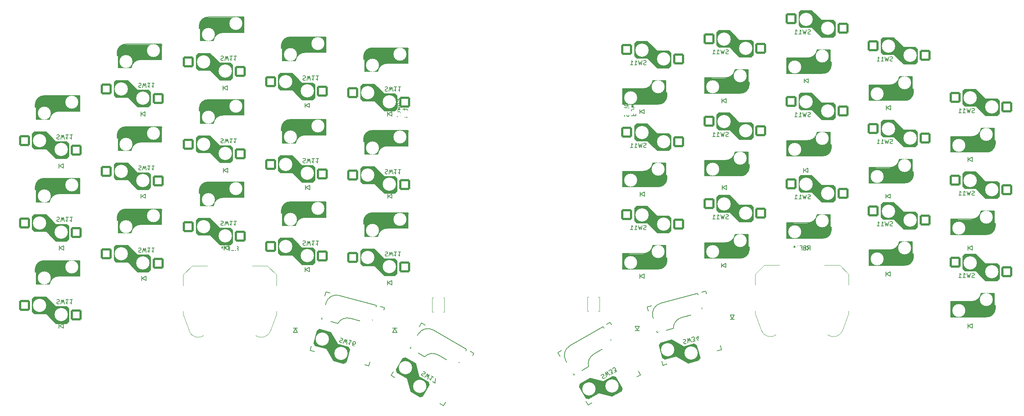
<source format=gbo>
G04 #@! TF.GenerationSoftware,KiCad,Pcbnew,(6.0.9)*
G04 #@! TF.CreationDate,2022-12-29T20:14:13-03:00*
G04 #@! TF.ProjectId,pulso - high,70756c73-6f20-42d2-9068-6967682e6b69,0.3*
G04 #@! TF.SameCoordinates,Original*
G04 #@! TF.FileFunction,Legend,Bot*
G04 #@! TF.FilePolarity,Positive*
%FSLAX46Y46*%
G04 Gerber Fmt 4.6, Leading zero omitted, Abs format (unit mm)*
G04 Created by KiCad (PCBNEW (6.0.9)) date 2022-12-29 20:14:13*
%MOMM*%
%LPD*%
G01*
G04 APERTURE LIST*
G04 Aperture macros list*
%AMRoundRect*
0 Rectangle with rounded corners*
0 $1 Rounding radius*
0 $2 $3 $4 $5 $6 $7 $8 $9 X,Y pos of 4 corners*
0 Add a 4 corners polygon primitive as box body*
4,1,4,$2,$3,$4,$5,$6,$7,$8,$9,$2,$3,0*
0 Add four circle primitives for the rounded corners*
1,1,$1+$1,$2,$3*
1,1,$1+$1,$4,$5*
1,1,$1+$1,$6,$7*
1,1,$1+$1,$8,$9*
0 Add four rect primitives between the rounded corners*
20,1,$1+$1,$2,$3,$4,$5,0*
20,1,$1+$1,$4,$5,$6,$7,0*
20,1,$1+$1,$6,$7,$8,$9,0*
20,1,$1+$1,$8,$9,$2,$3,0*%
%AMRotRect*
0 Rectangle, with rotation*
0 The origin of the aperture is its center*
0 $1 length*
0 $2 width*
0 $3 Rotation angle, in degrees counterclockwise*
0 Add horizontal line*
21,1,$1,$2,0,0,$3*%
G04 Aperture macros list end*
%ADD10C,0.150000*%
%ADD11C,0.120000*%
%ADD12C,3.500000*%
%ADD13C,0.500000*%
%ADD14C,0.800000*%
%ADD15C,1.000000*%
%ADD16C,3.000000*%
%ADD17C,0.400000*%
%ADD18C,0.300000*%
%ADD19C,2.500000*%
%ADD20C,0.100000*%
%ADD21O,2.750000X1.800000*%
%ADD22C,1.397000*%
%ADD23R,1.600000X1.600000*%
%ADD24C,1.600000*%
%ADD25C,0.900000*%
%ADD26C,17.800000*%
%ADD27R,1.270000X5.080000*%
%ADD28C,3.000000*%
%ADD29C,4.100000*%
%ADD30C,1.900000*%
%ADD31R,2.550000X2.500000*%
%ADD32C,3.400000*%
%ADD33C,3.050000*%
%ADD34C,1.800000*%
%ADD35RoundRect,0.250000X-1.025000X-1.000000X1.025000X-1.000000X1.025000X1.000000X-1.025000X1.000000X0*%
%ADD36RotRect,2.550000X2.500000X210.000000*%
%ADD37C,1.701800*%
%ADD38C,3.987800*%
%ADD39C,3.200000*%
%ADD40R,1.700000X0.900000*%
%ADD41RotRect,2.550000X2.500000X195.000000*%
%ADD42RoundRect,0.250000X1.248893X0.700636X-0.731255X1.231215X-1.248893X-0.700636X0.731255X-1.231215X0*%
%ADD43RoundRect,0.250000X1.387676X0.353525X-0.387676X1.378525X-1.387676X-0.353525X0.387676X-1.378525X0*%
%ADD44RoundRect,0.250000X0.387676X1.378525X-1.387676X0.353525X-0.387676X-1.378525X1.387676X-0.353525X0*%
%ADD45RoundRect,0.250000X0.731255X1.231215X-1.248893X0.700636X-0.731255X-1.231215X1.248893X-0.700636X0*%
%ADD46RoundRect,0.250000X1.025000X1.000000X-1.025000X1.000000X-1.025000X-1.000000X1.025000X-1.000000X0*%
%ADD47RotRect,2.550000X2.500000X345.000000*%
%ADD48RotRect,2.550000X2.500000X330.000000*%
G04 APERTURE END LIST*
D10*
X121219032Y-50582809D02*
X120219032Y-50582809D01*
X120219032Y-50963761D01*
X120266652Y-51059000D01*
X120314271Y-51106619D01*
X120409509Y-51154238D01*
X120552366Y-51154238D01*
X120647604Y-51106619D01*
X120695223Y-51059000D01*
X120742842Y-50963761D01*
X120742842Y-50582809D01*
X121219032Y-51725666D02*
X121171413Y-51630428D01*
X121123794Y-51582809D01*
X121028556Y-51535190D01*
X120742842Y-51535190D01*
X120647604Y-51582809D01*
X120599985Y-51630428D01*
X120552366Y-51725666D01*
X120552366Y-51868523D01*
X120599985Y-51963761D01*
X120647604Y-52011380D01*
X120742842Y-52059000D01*
X121028556Y-52059000D01*
X121123794Y-52011380D01*
X121171413Y-51963761D01*
X121219032Y-51868523D01*
X121219032Y-51725666D01*
X120552366Y-52392333D02*
X121219032Y-52582809D01*
X120742842Y-52773285D01*
X121219032Y-52963761D01*
X120552366Y-53154238D01*
X121171413Y-53916142D02*
X121219032Y-53820904D01*
X121219032Y-53630428D01*
X121171413Y-53535190D01*
X121076175Y-53487571D01*
X120695223Y-53487571D01*
X120599985Y-53535190D01*
X120552366Y-53630428D01*
X120552366Y-53820904D01*
X120599985Y-53916142D01*
X120695223Y-53963761D01*
X120790461Y-53963761D01*
X120885699Y-53487571D01*
X121219032Y-54392333D02*
X120552366Y-54392333D01*
X120742842Y-54392333D02*
X120647604Y-54439952D01*
X120599985Y-54487571D01*
X120552366Y-54582809D01*
X120552366Y-54678047D01*
X122781413Y-50344714D02*
X122829032Y-50487571D01*
X122829032Y-50725666D01*
X122781413Y-50820904D01*
X122733794Y-50868523D01*
X122638556Y-50916142D01*
X122543318Y-50916142D01*
X122448080Y-50868523D01*
X122400461Y-50820904D01*
X122352842Y-50725666D01*
X122305223Y-50535190D01*
X122257604Y-50439952D01*
X122209985Y-50392333D01*
X122114747Y-50344714D01*
X122019509Y-50344714D01*
X121924271Y-50392333D01*
X121876652Y-50439952D01*
X121829032Y-50535190D01*
X121829032Y-50773285D01*
X121876652Y-50916142D01*
X122162366Y-51249476D02*
X122829032Y-51439952D01*
X122352842Y-51630428D01*
X122829032Y-51820904D01*
X122162366Y-52011380D01*
X122829032Y-52392333D02*
X122162366Y-52392333D01*
X121829032Y-52392333D02*
X121876652Y-52344714D01*
X121924271Y-52392333D01*
X121876652Y-52439952D01*
X121829032Y-52392333D01*
X121924271Y-52392333D01*
X122162366Y-52725666D02*
X122162366Y-53106619D01*
X121829032Y-52868523D02*
X122686175Y-52868523D01*
X122781413Y-52916142D01*
X122829032Y-53011380D01*
X122829032Y-53106619D01*
X122781413Y-53868523D02*
X122829032Y-53773285D01*
X122829032Y-53582809D01*
X122781413Y-53487571D01*
X122733794Y-53439952D01*
X122638556Y-53392333D01*
X122352842Y-53392333D01*
X122257604Y-53439952D01*
X122209985Y-53487571D01*
X122162366Y-53582809D01*
X122162366Y-53773285D01*
X122209985Y-53868523D01*
X122829032Y-54297095D02*
X121829032Y-54297095D01*
X122829032Y-54725666D02*
X122305223Y-54725666D01*
X122209985Y-54678047D01*
X122162366Y-54582809D01*
X122162366Y-54439952D01*
X122209985Y-54344714D01*
X122257604Y-54297095D01*
X174708619Y-54383190D02*
X175708619Y-54383190D01*
X175708619Y-54002238D01*
X175661000Y-53907000D01*
X175613380Y-53859380D01*
X175518142Y-53811761D01*
X175375285Y-53811761D01*
X175280047Y-53859380D01*
X175232428Y-53907000D01*
X175184809Y-54002238D01*
X175184809Y-54383190D01*
X174708619Y-53240333D02*
X174756238Y-53335571D01*
X174803857Y-53383190D01*
X174899095Y-53430809D01*
X175184809Y-53430809D01*
X175280047Y-53383190D01*
X175327666Y-53335571D01*
X175375285Y-53240333D01*
X175375285Y-53097476D01*
X175327666Y-53002238D01*
X175280047Y-52954619D01*
X175184809Y-52907000D01*
X174899095Y-52907000D01*
X174803857Y-52954619D01*
X174756238Y-53002238D01*
X174708619Y-53097476D01*
X174708619Y-53240333D01*
X175375285Y-52573666D02*
X174708619Y-52383190D01*
X175184809Y-52192714D01*
X174708619Y-52002238D01*
X175375285Y-51811761D01*
X174756238Y-51049857D02*
X174708619Y-51145095D01*
X174708619Y-51335571D01*
X174756238Y-51430809D01*
X174851476Y-51478428D01*
X175232428Y-51478428D01*
X175327666Y-51430809D01*
X175375285Y-51335571D01*
X175375285Y-51145095D01*
X175327666Y-51049857D01*
X175232428Y-51002238D01*
X175137190Y-51002238D01*
X175041952Y-51478428D01*
X174708619Y-50573666D02*
X175375285Y-50573666D01*
X175184809Y-50573666D02*
X175280047Y-50526047D01*
X175327666Y-50478428D01*
X175375285Y-50383190D01*
X175375285Y-50287952D01*
X173146238Y-54621285D02*
X173098619Y-54478428D01*
X173098619Y-54240333D01*
X173146238Y-54145095D01*
X173193857Y-54097476D01*
X173289095Y-54049857D01*
X173384333Y-54049857D01*
X173479571Y-54097476D01*
X173527190Y-54145095D01*
X173574809Y-54240333D01*
X173622428Y-54430809D01*
X173670047Y-54526047D01*
X173717666Y-54573666D01*
X173812904Y-54621285D01*
X173908142Y-54621285D01*
X174003380Y-54573666D01*
X174051000Y-54526047D01*
X174098619Y-54430809D01*
X174098619Y-54192714D01*
X174051000Y-54049857D01*
X173765285Y-53716523D02*
X173098619Y-53526047D01*
X173574809Y-53335571D01*
X173098619Y-53145095D01*
X173765285Y-52954619D01*
X173098619Y-52573666D02*
X173765285Y-52573666D01*
X174098619Y-52573666D02*
X174051000Y-52621285D01*
X174003380Y-52573666D01*
X174051000Y-52526047D01*
X174098619Y-52573666D01*
X174003380Y-52573666D01*
X173765285Y-52240333D02*
X173765285Y-51859380D01*
X174098619Y-52097476D02*
X173241476Y-52097476D01*
X173146238Y-52049857D01*
X173098619Y-51954619D01*
X173098619Y-51859380D01*
X173146238Y-51097476D02*
X173098619Y-51192714D01*
X173098619Y-51383190D01*
X173146238Y-51478428D01*
X173193857Y-51526047D01*
X173289095Y-51573666D01*
X173574809Y-51573666D01*
X173670047Y-51526047D01*
X173717666Y-51478428D01*
X173765285Y-51383190D01*
X173765285Y-51192714D01*
X173717666Y-51097476D01*
X173098619Y-50668904D02*
X174098619Y-50668904D01*
X173098619Y-50240333D02*
X173622428Y-50240333D01*
X173717666Y-50287952D01*
X173765285Y-50383190D01*
X173765285Y-50526047D01*
X173717666Y-50621285D01*
X173670047Y-50668904D01*
X215441485Y-85456675D02*
X215774818Y-84980485D01*
X216012913Y-85456675D02*
X216012913Y-84456675D01*
X215631961Y-84456675D01*
X215536723Y-84504295D01*
X215489104Y-84551914D01*
X215441485Y-84647152D01*
X215441485Y-84790009D01*
X215489104Y-84885247D01*
X215536723Y-84932866D01*
X215631961Y-84980485D01*
X216012913Y-84980485D01*
X215012913Y-84932866D02*
X214679580Y-84932866D01*
X214536723Y-85456675D02*
X215012913Y-85456675D01*
X215012913Y-84456675D01*
X214536723Y-84456675D01*
X213774818Y-84932866D02*
X214108152Y-84932866D01*
X214108152Y-85456675D02*
X214108152Y-84456675D01*
X213631961Y-84456675D01*
X213108152Y-84456675D02*
X213108152Y-84694771D01*
X213346247Y-84599533D02*
X213108152Y-84694771D01*
X212870056Y-84599533D01*
X213251009Y-84885247D02*
X213108152Y-84694771D01*
X212965294Y-84885247D01*
X212346247Y-84456675D02*
X212346247Y-84694771D01*
X212584342Y-84599533D02*
X212346247Y-84694771D01*
X212108152Y-84599533D01*
X212489104Y-84885247D02*
X212346247Y-84694771D01*
X212203390Y-84885247D01*
X178073023Y-42609966D02*
X177930166Y-42657585D01*
X177692071Y-42657585D01*
X177596833Y-42609966D01*
X177549214Y-42562347D01*
X177501595Y-42467109D01*
X177501595Y-42371871D01*
X177549214Y-42276633D01*
X177596833Y-42229014D01*
X177692071Y-42181395D01*
X177882547Y-42133776D01*
X177977785Y-42086157D01*
X178025404Y-42038538D01*
X178073023Y-41943300D01*
X178073023Y-41848062D01*
X178025404Y-41752824D01*
X177977785Y-41705205D01*
X177882547Y-41657585D01*
X177644452Y-41657585D01*
X177501595Y-41705205D01*
X177168261Y-41657585D02*
X176930166Y-42657585D01*
X176739690Y-41943300D01*
X176549214Y-42657585D01*
X176311119Y-41657585D01*
X175406357Y-42657585D02*
X175977785Y-42657585D01*
X175692071Y-42657585D02*
X175692071Y-41657585D01*
X175787309Y-41800443D01*
X175882547Y-41895681D01*
X175977785Y-41943300D01*
X174453976Y-42657585D02*
X175025404Y-42657585D01*
X174739690Y-42657585D02*
X174739690Y-41657585D01*
X174834928Y-41800443D01*
X174930166Y-41895681D01*
X175025404Y-41943300D01*
X178073023Y-80734966D02*
X177930166Y-80782585D01*
X177692071Y-80782585D01*
X177596833Y-80734966D01*
X177549214Y-80687347D01*
X177501595Y-80592109D01*
X177501595Y-80496871D01*
X177549214Y-80401633D01*
X177596833Y-80354014D01*
X177692071Y-80306395D01*
X177882547Y-80258776D01*
X177977785Y-80211157D01*
X178025404Y-80163538D01*
X178073023Y-80068300D01*
X178073023Y-79973062D01*
X178025404Y-79877824D01*
X177977785Y-79830205D01*
X177882547Y-79782585D01*
X177644452Y-79782585D01*
X177501595Y-79830205D01*
X177168261Y-79782585D02*
X176930166Y-80782585D01*
X176739690Y-80068300D01*
X176549214Y-80782585D01*
X176311119Y-79782585D01*
X175406357Y-80782585D02*
X175977785Y-80782585D01*
X175692071Y-80782585D02*
X175692071Y-79782585D01*
X175787309Y-79925443D01*
X175882547Y-80020681D01*
X175977785Y-80068300D01*
X174453976Y-80782585D02*
X175025404Y-80782585D01*
X174739690Y-80782585D02*
X174739690Y-79782585D01*
X174834928Y-79925443D01*
X174930166Y-80020681D01*
X175025404Y-80068300D01*
X178073023Y-61699966D02*
X177930166Y-61747585D01*
X177692071Y-61747585D01*
X177596833Y-61699966D01*
X177549214Y-61652347D01*
X177501595Y-61557109D01*
X177501595Y-61461871D01*
X177549214Y-61366633D01*
X177596833Y-61319014D01*
X177692071Y-61271395D01*
X177882547Y-61223776D01*
X177977785Y-61176157D01*
X178025404Y-61128538D01*
X178073023Y-61033300D01*
X178073023Y-60938062D01*
X178025404Y-60842824D01*
X177977785Y-60795205D01*
X177882547Y-60747585D01*
X177644452Y-60747585D01*
X177501595Y-60795205D01*
X177168261Y-60747585D02*
X176930166Y-61747585D01*
X176739690Y-61033300D01*
X176549214Y-61747585D01*
X176311119Y-60747585D01*
X175406357Y-61747585D02*
X175977785Y-61747585D01*
X175692071Y-61747585D02*
X175692071Y-60747585D01*
X175787309Y-60890443D01*
X175882547Y-60985681D01*
X175977785Y-61033300D01*
X174453976Y-61747585D02*
X175025404Y-61747585D01*
X174739690Y-61747585D02*
X174739690Y-60747585D01*
X174834928Y-60890443D01*
X174930166Y-60985681D01*
X175025404Y-61033300D01*
X197073023Y-40084966D02*
X196930166Y-40132585D01*
X196692071Y-40132585D01*
X196596833Y-40084966D01*
X196549214Y-40037347D01*
X196501595Y-39942109D01*
X196501595Y-39846871D01*
X196549214Y-39751633D01*
X196596833Y-39704014D01*
X196692071Y-39656395D01*
X196882547Y-39608776D01*
X196977785Y-39561157D01*
X197025404Y-39513538D01*
X197073023Y-39418300D01*
X197073023Y-39323062D01*
X197025404Y-39227824D01*
X196977785Y-39180205D01*
X196882547Y-39132585D01*
X196644452Y-39132585D01*
X196501595Y-39180205D01*
X196168261Y-39132585D02*
X195930166Y-40132585D01*
X195739690Y-39418300D01*
X195549214Y-40132585D01*
X195311119Y-39132585D01*
X194406357Y-40132585D02*
X194977785Y-40132585D01*
X194692071Y-40132585D02*
X194692071Y-39132585D01*
X194787309Y-39275443D01*
X194882547Y-39370681D01*
X194977785Y-39418300D01*
X193453976Y-40132585D02*
X194025404Y-40132585D01*
X193739690Y-40132585D02*
X193739690Y-39132585D01*
X193834928Y-39275443D01*
X193930166Y-39370681D01*
X194025404Y-39418300D01*
X197073023Y-78209966D02*
X196930166Y-78257585D01*
X196692071Y-78257585D01*
X196596833Y-78209966D01*
X196549214Y-78162347D01*
X196501595Y-78067109D01*
X196501595Y-77971871D01*
X196549214Y-77876633D01*
X196596833Y-77829014D01*
X196692071Y-77781395D01*
X196882547Y-77733776D01*
X196977785Y-77686157D01*
X197025404Y-77638538D01*
X197073023Y-77543300D01*
X197073023Y-77448062D01*
X197025404Y-77352824D01*
X196977785Y-77305205D01*
X196882547Y-77257585D01*
X196644452Y-77257585D01*
X196501595Y-77305205D01*
X196168261Y-77257585D02*
X195930166Y-78257585D01*
X195739690Y-77543300D01*
X195549214Y-78257585D01*
X195311119Y-77257585D01*
X194406357Y-78257585D02*
X194977785Y-78257585D01*
X194692071Y-78257585D02*
X194692071Y-77257585D01*
X194787309Y-77400443D01*
X194882547Y-77495681D01*
X194977785Y-77543300D01*
X193453976Y-78257585D02*
X194025404Y-78257585D01*
X193739690Y-78257585D02*
X193739690Y-77257585D01*
X193834928Y-77400443D01*
X193930166Y-77495681D01*
X194025404Y-77543300D01*
X197073023Y-59174966D02*
X196930166Y-59222585D01*
X196692071Y-59222585D01*
X196596833Y-59174966D01*
X196549214Y-59127347D01*
X196501595Y-59032109D01*
X196501595Y-58936871D01*
X196549214Y-58841633D01*
X196596833Y-58794014D01*
X196692071Y-58746395D01*
X196882547Y-58698776D01*
X196977785Y-58651157D01*
X197025404Y-58603538D01*
X197073023Y-58508300D01*
X197073023Y-58413062D01*
X197025404Y-58317824D01*
X196977785Y-58270205D01*
X196882547Y-58222585D01*
X196644452Y-58222585D01*
X196501595Y-58270205D01*
X196168261Y-58222585D02*
X195930166Y-59222585D01*
X195739690Y-58508300D01*
X195549214Y-59222585D01*
X195311119Y-58222585D01*
X194406357Y-59222585D02*
X194977785Y-59222585D01*
X194692071Y-59222585D02*
X194692071Y-58222585D01*
X194787309Y-58365443D01*
X194882547Y-58460681D01*
X194977785Y-58508300D01*
X193453976Y-59222585D02*
X194025404Y-59222585D01*
X193739690Y-59222585D02*
X193739690Y-58222585D01*
X193834928Y-58365443D01*
X193930166Y-58460681D01*
X194025404Y-58508300D01*
X216063023Y-35492966D02*
X215920166Y-35540585D01*
X215682071Y-35540585D01*
X215586833Y-35492966D01*
X215539214Y-35445347D01*
X215491595Y-35350109D01*
X215491595Y-35254871D01*
X215539214Y-35159633D01*
X215586833Y-35112014D01*
X215682071Y-35064395D01*
X215872547Y-35016776D01*
X215967785Y-34969157D01*
X216015404Y-34921538D01*
X216063023Y-34826300D01*
X216063023Y-34731062D01*
X216015404Y-34635824D01*
X215967785Y-34588205D01*
X215872547Y-34540585D01*
X215634452Y-34540585D01*
X215491595Y-34588205D01*
X215158261Y-34540585D02*
X214920166Y-35540585D01*
X214729690Y-34826300D01*
X214539214Y-35540585D01*
X214301119Y-34540585D01*
X213396357Y-35540585D02*
X213967785Y-35540585D01*
X213682071Y-35540585D02*
X213682071Y-34540585D01*
X213777309Y-34683443D01*
X213872547Y-34778681D01*
X213967785Y-34826300D01*
X212443976Y-35540585D02*
X213015404Y-35540585D01*
X212729690Y-35540585D02*
X212729690Y-34540585D01*
X212824928Y-34683443D01*
X212920166Y-34778681D01*
X213015404Y-34826300D01*
X216063023Y-54582966D02*
X215920166Y-54630585D01*
X215682071Y-54630585D01*
X215586833Y-54582966D01*
X215539214Y-54535347D01*
X215491595Y-54440109D01*
X215491595Y-54344871D01*
X215539214Y-54249633D01*
X215586833Y-54202014D01*
X215682071Y-54154395D01*
X215872547Y-54106776D01*
X215967785Y-54059157D01*
X216015404Y-54011538D01*
X216063023Y-53916300D01*
X216063023Y-53821062D01*
X216015404Y-53725824D01*
X215967785Y-53678205D01*
X215872547Y-53630585D01*
X215634452Y-53630585D01*
X215491595Y-53678205D01*
X215158261Y-53630585D02*
X214920166Y-54630585D01*
X214729690Y-53916300D01*
X214539214Y-54630585D01*
X214301119Y-53630585D01*
X213396357Y-54630585D02*
X213967785Y-54630585D01*
X213682071Y-54630585D02*
X213682071Y-53630585D01*
X213777309Y-53773443D01*
X213872547Y-53868681D01*
X213967785Y-53916300D01*
X212443976Y-54630585D02*
X213015404Y-54630585D01*
X212729690Y-54630585D02*
X212729690Y-53630585D01*
X212824928Y-53773443D01*
X212920166Y-53868681D01*
X213015404Y-53916300D01*
X216063023Y-73617966D02*
X215920166Y-73665585D01*
X215682071Y-73665585D01*
X215586833Y-73617966D01*
X215539214Y-73570347D01*
X215491595Y-73475109D01*
X215491595Y-73379871D01*
X215539214Y-73284633D01*
X215586833Y-73237014D01*
X215682071Y-73189395D01*
X215872547Y-73141776D01*
X215967785Y-73094157D01*
X216015404Y-73046538D01*
X216063023Y-72951300D01*
X216063023Y-72856062D01*
X216015404Y-72760824D01*
X215967785Y-72713205D01*
X215872547Y-72665585D01*
X215634452Y-72665585D01*
X215491595Y-72713205D01*
X215158261Y-72665585D02*
X214920166Y-73665585D01*
X214729690Y-72951300D01*
X214539214Y-73665585D01*
X214301119Y-72665585D01*
X213396357Y-73665585D02*
X213967785Y-73665585D01*
X213682071Y-73665585D02*
X213682071Y-72665585D01*
X213777309Y-72808443D01*
X213872547Y-72903681D01*
X213967785Y-72951300D01*
X212443976Y-73665585D02*
X213015404Y-73665585D01*
X212729690Y-73665585D02*
X212729690Y-72665585D01*
X212824928Y-72808443D01*
X212920166Y-72903681D01*
X213015404Y-72951300D01*
X235063023Y-41742966D02*
X234920166Y-41790585D01*
X234682071Y-41790585D01*
X234586833Y-41742966D01*
X234539214Y-41695347D01*
X234491595Y-41600109D01*
X234491595Y-41504871D01*
X234539214Y-41409633D01*
X234586833Y-41362014D01*
X234682071Y-41314395D01*
X234872547Y-41266776D01*
X234967785Y-41219157D01*
X235015404Y-41171538D01*
X235063023Y-41076300D01*
X235063023Y-40981062D01*
X235015404Y-40885824D01*
X234967785Y-40838205D01*
X234872547Y-40790585D01*
X234634452Y-40790585D01*
X234491595Y-40838205D01*
X234158261Y-40790585D02*
X233920166Y-41790585D01*
X233729690Y-41076300D01*
X233539214Y-41790585D01*
X233301119Y-40790585D01*
X232396357Y-41790585D02*
X232967785Y-41790585D01*
X232682071Y-41790585D02*
X232682071Y-40790585D01*
X232777309Y-40933443D01*
X232872547Y-41028681D01*
X232967785Y-41076300D01*
X231443976Y-41790585D02*
X232015404Y-41790585D01*
X231729690Y-41790585D02*
X231729690Y-40790585D01*
X231824928Y-40933443D01*
X231920166Y-41028681D01*
X232015404Y-41076300D01*
X235063023Y-60832966D02*
X234920166Y-60880585D01*
X234682071Y-60880585D01*
X234586833Y-60832966D01*
X234539214Y-60785347D01*
X234491595Y-60690109D01*
X234491595Y-60594871D01*
X234539214Y-60499633D01*
X234586833Y-60452014D01*
X234682071Y-60404395D01*
X234872547Y-60356776D01*
X234967785Y-60309157D01*
X235015404Y-60261538D01*
X235063023Y-60166300D01*
X235063023Y-60071062D01*
X235015404Y-59975824D01*
X234967785Y-59928205D01*
X234872547Y-59880585D01*
X234634452Y-59880585D01*
X234491595Y-59928205D01*
X234158261Y-59880585D02*
X233920166Y-60880585D01*
X233729690Y-60166300D01*
X233539214Y-60880585D01*
X233301119Y-59880585D01*
X232396357Y-60880585D02*
X232967785Y-60880585D01*
X232682071Y-60880585D02*
X232682071Y-59880585D01*
X232777309Y-60023443D01*
X232872547Y-60118681D01*
X232967785Y-60166300D01*
X231443976Y-60880585D02*
X232015404Y-60880585D01*
X231729690Y-60880585D02*
X231729690Y-59880585D01*
X231824928Y-60023443D01*
X231920166Y-60118681D01*
X232015404Y-60166300D01*
X235063023Y-79867966D02*
X234920166Y-79915585D01*
X234682071Y-79915585D01*
X234586833Y-79867966D01*
X234539214Y-79820347D01*
X234491595Y-79725109D01*
X234491595Y-79629871D01*
X234539214Y-79534633D01*
X234586833Y-79487014D01*
X234682071Y-79439395D01*
X234872547Y-79391776D01*
X234967785Y-79344157D01*
X235015404Y-79296538D01*
X235063023Y-79201300D01*
X235063023Y-79106062D01*
X235015404Y-79010824D01*
X234967785Y-78963205D01*
X234872547Y-78915585D01*
X234634452Y-78915585D01*
X234491595Y-78963205D01*
X234158261Y-78915585D02*
X233920166Y-79915585D01*
X233729690Y-79201300D01*
X233539214Y-79915585D01*
X233301119Y-78915585D01*
X232396357Y-79915585D02*
X232967785Y-79915585D01*
X232682071Y-79915585D02*
X232682071Y-78915585D01*
X232777309Y-79058443D01*
X232872547Y-79153681D01*
X232967785Y-79201300D01*
X231443976Y-79915585D02*
X232015404Y-79915585D01*
X231729690Y-79915585D02*
X231729690Y-78915585D01*
X231824928Y-79058443D01*
X231920166Y-79153681D01*
X232015404Y-79201300D01*
X253965175Y-91799261D02*
X253822318Y-91846880D01*
X253584223Y-91846880D01*
X253488985Y-91799261D01*
X253441366Y-91751642D01*
X253393747Y-91656404D01*
X253393747Y-91561166D01*
X253441366Y-91465928D01*
X253488985Y-91418309D01*
X253584223Y-91370690D01*
X253774699Y-91323071D01*
X253869937Y-91275452D01*
X253917556Y-91227833D01*
X253965175Y-91132595D01*
X253965175Y-91037357D01*
X253917556Y-90942119D01*
X253869937Y-90894500D01*
X253774699Y-90846880D01*
X253536604Y-90846880D01*
X253393747Y-90894500D01*
X253060413Y-90846880D02*
X252822318Y-91846880D01*
X252631842Y-91132595D01*
X252441366Y-91846880D01*
X252203271Y-90846880D01*
X251298509Y-91846880D02*
X251869937Y-91846880D01*
X251584223Y-91846880D02*
X251584223Y-90846880D01*
X251679461Y-90989738D01*
X251774699Y-91084976D01*
X251869937Y-91132595D01*
X250346128Y-91846880D02*
X250917556Y-91846880D01*
X250631842Y-91846880D02*
X250631842Y-90846880D01*
X250727080Y-90989738D01*
X250822318Y-91084976D01*
X250917556Y-91132595D01*
X253965175Y-53674261D02*
X253822318Y-53721880D01*
X253584223Y-53721880D01*
X253488985Y-53674261D01*
X253441366Y-53626642D01*
X253393747Y-53531404D01*
X253393747Y-53436166D01*
X253441366Y-53340928D01*
X253488985Y-53293309D01*
X253584223Y-53245690D01*
X253774699Y-53198071D01*
X253869937Y-53150452D01*
X253917556Y-53102833D01*
X253965175Y-53007595D01*
X253965175Y-52912357D01*
X253917556Y-52817119D01*
X253869937Y-52769500D01*
X253774699Y-52721880D01*
X253536604Y-52721880D01*
X253393747Y-52769500D01*
X253060413Y-52721880D02*
X252822318Y-53721880D01*
X252631842Y-53007595D01*
X252441366Y-53721880D01*
X252203271Y-52721880D01*
X251298509Y-53721880D02*
X251869937Y-53721880D01*
X251584223Y-53721880D02*
X251584223Y-52721880D01*
X251679461Y-52864738D01*
X251774699Y-52959976D01*
X251869937Y-53007595D01*
X250346128Y-53721880D02*
X250917556Y-53721880D01*
X250631842Y-53721880D02*
X250631842Y-52721880D01*
X250727080Y-52864738D01*
X250822318Y-52959976D01*
X250917556Y-53007595D01*
X253965175Y-72764261D02*
X253822318Y-72811880D01*
X253584223Y-72811880D01*
X253488985Y-72764261D01*
X253441366Y-72716642D01*
X253393747Y-72621404D01*
X253393747Y-72526166D01*
X253441366Y-72430928D01*
X253488985Y-72383309D01*
X253584223Y-72335690D01*
X253774699Y-72288071D01*
X253869937Y-72240452D01*
X253917556Y-72192833D01*
X253965175Y-72097595D01*
X253965175Y-72002357D01*
X253917556Y-71907119D01*
X253869937Y-71859500D01*
X253774699Y-71811880D01*
X253536604Y-71811880D01*
X253393747Y-71859500D01*
X253060413Y-71811880D02*
X252822318Y-72811880D01*
X252631842Y-72097595D01*
X252441366Y-72811880D01*
X252203271Y-71811880D01*
X251298509Y-72811880D02*
X251869937Y-72811880D01*
X251584223Y-72811880D02*
X251584223Y-71811880D01*
X251679461Y-71954738D01*
X251774699Y-72049976D01*
X251869937Y-72097595D01*
X250346128Y-72811880D02*
X250917556Y-72811880D01*
X250631842Y-72811880D02*
X250631842Y-71811880D01*
X250727080Y-71954738D01*
X250822318Y-72049976D01*
X250917556Y-72097595D01*
X107421839Y-105826332D02*
X107572153Y-105817310D01*
X107802136Y-105878934D01*
X107881804Y-105949579D01*
X107915476Y-106007901D01*
X107936823Y-106112218D01*
X107912173Y-106204211D01*
X107841527Y-106283879D01*
X107783206Y-106317551D01*
X107678889Y-106338898D01*
X107482578Y-106335596D01*
X107378260Y-106356943D01*
X107319939Y-106390615D01*
X107249293Y-106470283D01*
X107224644Y-106562276D01*
X107245991Y-106666593D01*
X107279663Y-106724915D01*
X107359331Y-106795560D01*
X107589313Y-106857184D01*
X107739627Y-106848162D01*
X108049278Y-106980431D02*
X108538079Y-106076129D01*
X108537194Y-106815375D01*
X108906051Y-106174727D01*
X108877214Y-107202276D01*
X110009966Y-106470520D02*
X109458009Y-106322623D01*
X109733987Y-106396572D02*
X109475168Y-107362497D01*
X109420150Y-107199859D01*
X109352806Y-107083216D01*
X109273138Y-107012570D01*
X110579084Y-107658291D02*
X110395098Y-107608992D01*
X110315429Y-107538346D01*
X110281758Y-107480025D01*
X110226739Y-107317386D01*
X110230041Y-107121075D01*
X110328639Y-106753104D01*
X110399285Y-106673435D01*
X110457606Y-106639764D01*
X110561924Y-106618416D01*
X110745910Y-106667715D01*
X110825578Y-106738361D01*
X110859250Y-106796682D01*
X110880597Y-106901000D01*
X110818973Y-107130982D01*
X110748327Y-107210651D01*
X110690006Y-107244322D01*
X110585688Y-107265669D01*
X110401702Y-107216371D01*
X110322034Y-107145725D01*
X110288362Y-107087403D01*
X110267015Y-106983086D01*
X126581673Y-113563114D02*
X126729201Y-113593303D01*
X126935397Y-113712350D01*
X126994066Y-113801209D01*
X127011496Y-113866258D01*
X127005116Y-113972546D01*
X126957497Y-114055024D01*
X126868639Y-114113693D01*
X126803590Y-114131123D01*
X126697302Y-114124743D01*
X126508535Y-114070745D01*
X126402247Y-114064365D01*
X126337198Y-114081795D01*
X126248340Y-114140464D01*
X126200721Y-114222942D01*
X126194341Y-114329231D01*
X126211771Y-114394279D01*
X126270440Y-114483138D01*
X126476636Y-114602185D01*
X126624164Y-114632375D01*
X126889029Y-114840281D02*
X127595226Y-114093303D01*
X127403040Y-114807130D01*
X127925140Y-114283779D01*
X127631337Y-115268852D01*
X128914884Y-114855208D02*
X128420012Y-114569493D01*
X128667448Y-114712350D02*
X128167448Y-115578376D01*
X128156398Y-115407039D01*
X128121538Y-115276941D01*
X128062869Y-115188083D01*
X128703559Y-115887900D02*
X129280909Y-116221233D01*
X129409755Y-115140922D01*
X167683161Y-114418137D02*
X167783070Y-114305469D01*
X167989266Y-114186422D01*
X168095554Y-114180042D01*
X168160603Y-114197472D01*
X168249461Y-114256141D01*
X168297081Y-114338620D01*
X168303460Y-114444908D01*
X168286030Y-114509957D01*
X168227361Y-114598815D01*
X168086214Y-114735292D01*
X168027545Y-114824151D01*
X168010115Y-114889199D01*
X168016495Y-114995488D01*
X168064114Y-115077966D01*
X168152972Y-115136635D01*
X168218021Y-115154065D01*
X168324309Y-115147685D01*
X168530505Y-115028638D01*
X168630414Y-114915970D01*
X168942899Y-114790542D02*
X168649095Y-113805469D01*
X169171195Y-114328821D01*
X168979009Y-113614993D01*
X169685206Y-114361971D01*
X169932642Y-114219114D02*
X170468753Y-113909590D01*
X169989601Y-113746342D01*
X170113319Y-113674914D01*
X170171988Y-113586055D01*
X170189418Y-113521007D01*
X170183039Y-113414718D01*
X170063991Y-113208522D01*
X169975133Y-113149853D01*
X169910084Y-113132423D01*
X169803796Y-113138803D01*
X169556360Y-113281660D01*
X169497691Y-113370518D01*
X169480261Y-113435567D01*
X170757428Y-113742923D02*
X171293539Y-113433400D01*
X170814388Y-113270152D01*
X170938105Y-113198723D01*
X170996775Y-113109865D01*
X171014204Y-113044816D01*
X171007825Y-112938528D01*
X170888777Y-112732331D01*
X170799919Y-112673662D01*
X170734870Y-112656233D01*
X170628582Y-112662612D01*
X170381146Y-112805469D01*
X170322477Y-112894328D01*
X170305047Y-112959377D01*
X186626156Y-106258704D02*
X186751821Y-106175733D01*
X186981803Y-106114110D01*
X187086121Y-106135457D01*
X187144442Y-106169128D01*
X187215088Y-106248797D01*
X187239737Y-106340790D01*
X187218390Y-106445107D01*
X187184718Y-106503428D01*
X187105050Y-106574074D01*
X186933389Y-106669370D01*
X186853721Y-106740016D01*
X186820049Y-106798337D01*
X186798702Y-106902654D01*
X186823352Y-106994647D01*
X186893997Y-107074316D01*
X186952319Y-107107987D01*
X187056636Y-107129334D01*
X187286619Y-107067711D01*
X187412283Y-106984740D01*
X187746583Y-106944464D02*
X187717747Y-105916914D01*
X188086603Y-106557562D01*
X188085718Y-105818316D01*
X188574520Y-106722619D01*
X188850498Y-106648670D02*
X189448453Y-106488449D01*
X189027880Y-106206750D01*
X189165869Y-106169776D01*
X189245537Y-106099130D01*
X189279209Y-106040809D01*
X189300556Y-105936491D01*
X189238932Y-105706509D01*
X189168287Y-105626841D01*
X189109965Y-105593169D01*
X189005648Y-105571822D01*
X188729669Y-105645770D01*
X188650001Y-105716416D01*
X188616329Y-105774737D01*
X190190116Y-105944629D02*
X190017570Y-105300678D01*
X190058731Y-106374224D02*
X189643878Y-105745901D01*
X190241832Y-105585679D01*
X117756780Y-47794443D02*
X117899637Y-47746824D01*
X118137732Y-47746824D01*
X118232970Y-47794443D01*
X118280589Y-47842062D01*
X118328208Y-47937300D01*
X118328208Y-48032538D01*
X118280589Y-48127776D01*
X118232970Y-48175395D01*
X118137732Y-48223014D01*
X117947256Y-48270633D01*
X117852018Y-48318252D01*
X117804399Y-48365871D01*
X117756780Y-48461109D01*
X117756780Y-48556347D01*
X117804399Y-48651585D01*
X117852018Y-48699205D01*
X117947256Y-48746824D01*
X118185351Y-48746824D01*
X118328208Y-48699205D01*
X118661542Y-48746824D02*
X118899637Y-47746824D01*
X119090113Y-48461109D01*
X119280589Y-47746824D01*
X119518684Y-48746824D01*
X120423446Y-47746824D02*
X119852018Y-47746824D01*
X120137732Y-47746824D02*
X120137732Y-48746824D01*
X120042494Y-48603966D01*
X119947256Y-48508728D01*
X119852018Y-48461109D01*
X121375827Y-47746824D02*
X120804399Y-47746824D01*
X121090113Y-47746824D02*
X121090113Y-48746824D01*
X120994875Y-48603966D01*
X120899637Y-48508728D01*
X120804399Y-48461109D01*
X117756780Y-66884443D02*
X117899637Y-66836824D01*
X118137732Y-66836824D01*
X118232970Y-66884443D01*
X118280589Y-66932062D01*
X118328208Y-67027300D01*
X118328208Y-67122538D01*
X118280589Y-67217776D01*
X118232970Y-67265395D01*
X118137732Y-67313014D01*
X117947256Y-67360633D01*
X117852018Y-67408252D01*
X117804399Y-67455871D01*
X117756780Y-67551109D01*
X117756780Y-67646347D01*
X117804399Y-67741585D01*
X117852018Y-67789205D01*
X117947256Y-67836824D01*
X118185351Y-67836824D01*
X118328208Y-67789205D01*
X118661542Y-67836824D02*
X118899637Y-66836824D01*
X119090113Y-67551109D01*
X119280589Y-66836824D01*
X119518684Y-67836824D01*
X120423446Y-66836824D02*
X119852018Y-66836824D01*
X120137732Y-66836824D02*
X120137732Y-67836824D01*
X120042494Y-67693966D01*
X119947256Y-67598728D01*
X119852018Y-67551109D01*
X121375827Y-66836824D02*
X120804399Y-66836824D01*
X121090113Y-66836824D02*
X121090113Y-67836824D01*
X120994875Y-67693966D01*
X120899637Y-67598728D01*
X120804399Y-67551109D01*
X117756780Y-85919443D02*
X117899637Y-85871824D01*
X118137732Y-85871824D01*
X118232970Y-85919443D01*
X118280589Y-85967062D01*
X118328208Y-86062300D01*
X118328208Y-86157538D01*
X118280589Y-86252776D01*
X118232970Y-86300395D01*
X118137732Y-86348014D01*
X117947256Y-86395633D01*
X117852018Y-86443252D01*
X117804399Y-86490871D01*
X117756780Y-86586109D01*
X117756780Y-86681347D01*
X117804399Y-86776585D01*
X117852018Y-86824205D01*
X117947256Y-86871824D01*
X118185351Y-86871824D01*
X118328208Y-86824205D01*
X118661542Y-86871824D02*
X118899637Y-85871824D01*
X119090113Y-86586109D01*
X119280589Y-85871824D01*
X119518684Y-86871824D01*
X120423446Y-85871824D02*
X119852018Y-85871824D01*
X120137732Y-85871824D02*
X120137732Y-86871824D01*
X120042494Y-86728966D01*
X119947256Y-86633728D01*
X119852018Y-86586109D01*
X121375827Y-85871824D02*
X120804399Y-85871824D01*
X121090113Y-85871824D02*
X121090113Y-86871824D01*
X120994875Y-86728966D01*
X120899637Y-86633728D01*
X120804399Y-86586109D01*
X98756780Y-45269443D02*
X98899637Y-45221824D01*
X99137732Y-45221824D01*
X99232970Y-45269443D01*
X99280589Y-45317062D01*
X99328208Y-45412300D01*
X99328208Y-45507538D01*
X99280589Y-45602776D01*
X99232970Y-45650395D01*
X99137732Y-45698014D01*
X98947256Y-45745633D01*
X98852018Y-45793252D01*
X98804399Y-45840871D01*
X98756780Y-45936109D01*
X98756780Y-46031347D01*
X98804399Y-46126585D01*
X98852018Y-46174205D01*
X98947256Y-46221824D01*
X99185351Y-46221824D01*
X99328208Y-46174205D01*
X99661542Y-46221824D02*
X99899637Y-45221824D01*
X100090113Y-45936109D01*
X100280589Y-45221824D01*
X100518684Y-46221824D01*
X101423446Y-45221824D02*
X100852018Y-45221824D01*
X101137732Y-45221824D02*
X101137732Y-46221824D01*
X101042494Y-46078966D01*
X100947256Y-45983728D01*
X100852018Y-45936109D01*
X102375827Y-45221824D02*
X101804399Y-45221824D01*
X102090113Y-45221824D02*
X102090113Y-46221824D01*
X101994875Y-46078966D01*
X101899637Y-45983728D01*
X101804399Y-45936109D01*
X98756780Y-64359443D02*
X98899637Y-64311824D01*
X99137732Y-64311824D01*
X99232970Y-64359443D01*
X99280589Y-64407062D01*
X99328208Y-64502300D01*
X99328208Y-64597538D01*
X99280589Y-64692776D01*
X99232970Y-64740395D01*
X99137732Y-64788014D01*
X98947256Y-64835633D01*
X98852018Y-64883252D01*
X98804399Y-64930871D01*
X98756780Y-65026109D01*
X98756780Y-65121347D01*
X98804399Y-65216585D01*
X98852018Y-65264205D01*
X98947256Y-65311824D01*
X99185351Y-65311824D01*
X99328208Y-65264205D01*
X99661542Y-65311824D02*
X99899637Y-64311824D01*
X100090113Y-65026109D01*
X100280589Y-64311824D01*
X100518684Y-65311824D01*
X101423446Y-64311824D02*
X100852018Y-64311824D01*
X101137732Y-64311824D02*
X101137732Y-65311824D01*
X101042494Y-65168966D01*
X100947256Y-65073728D01*
X100852018Y-65026109D01*
X102375827Y-64311824D02*
X101804399Y-64311824D01*
X102090113Y-64311824D02*
X102090113Y-65311824D01*
X101994875Y-65168966D01*
X101899637Y-65073728D01*
X101804399Y-65026109D01*
X98756780Y-83394443D02*
X98899637Y-83346824D01*
X99137732Y-83346824D01*
X99232970Y-83394443D01*
X99280589Y-83442062D01*
X99328208Y-83537300D01*
X99328208Y-83632538D01*
X99280589Y-83727776D01*
X99232970Y-83775395D01*
X99137732Y-83823014D01*
X98947256Y-83870633D01*
X98852018Y-83918252D01*
X98804399Y-83965871D01*
X98756780Y-84061109D01*
X98756780Y-84156347D01*
X98804399Y-84251585D01*
X98852018Y-84299205D01*
X98947256Y-84346824D01*
X99185351Y-84346824D01*
X99328208Y-84299205D01*
X99661542Y-84346824D02*
X99899637Y-83346824D01*
X100090113Y-84061109D01*
X100280589Y-83346824D01*
X100518684Y-84346824D01*
X101423446Y-83346824D02*
X100852018Y-83346824D01*
X101137732Y-83346824D02*
X101137732Y-84346824D01*
X101042494Y-84203966D01*
X100947256Y-84108728D01*
X100852018Y-84061109D01*
X102375827Y-83346824D02*
X101804399Y-83346824D01*
X102090113Y-83346824D02*
X102090113Y-84346824D01*
X101994875Y-84203966D01*
X101899637Y-84108728D01*
X101804399Y-84061109D01*
X79766780Y-78802443D02*
X79909637Y-78754824D01*
X80147732Y-78754824D01*
X80242970Y-78802443D01*
X80290589Y-78850062D01*
X80338208Y-78945300D01*
X80338208Y-79040538D01*
X80290589Y-79135776D01*
X80242970Y-79183395D01*
X80147732Y-79231014D01*
X79957256Y-79278633D01*
X79862018Y-79326252D01*
X79814399Y-79373871D01*
X79766780Y-79469109D01*
X79766780Y-79564347D01*
X79814399Y-79659585D01*
X79862018Y-79707205D01*
X79957256Y-79754824D01*
X80195351Y-79754824D01*
X80338208Y-79707205D01*
X80671542Y-79754824D02*
X80909637Y-78754824D01*
X81100113Y-79469109D01*
X81290589Y-78754824D01*
X81528684Y-79754824D01*
X82433446Y-78754824D02*
X81862018Y-78754824D01*
X82147732Y-78754824D02*
X82147732Y-79754824D01*
X82052494Y-79611966D01*
X81957256Y-79516728D01*
X81862018Y-79469109D01*
X83385827Y-78754824D02*
X82814399Y-78754824D01*
X83100113Y-78754824D02*
X83100113Y-79754824D01*
X83004875Y-79611966D01*
X82909637Y-79516728D01*
X82814399Y-79469109D01*
X79766780Y-40677443D02*
X79909637Y-40629824D01*
X80147732Y-40629824D01*
X80242970Y-40677443D01*
X80290589Y-40725062D01*
X80338208Y-40820300D01*
X80338208Y-40915538D01*
X80290589Y-41010776D01*
X80242970Y-41058395D01*
X80147732Y-41106014D01*
X79957256Y-41153633D01*
X79862018Y-41201252D01*
X79814399Y-41248871D01*
X79766780Y-41344109D01*
X79766780Y-41439347D01*
X79814399Y-41534585D01*
X79862018Y-41582205D01*
X79957256Y-41629824D01*
X80195351Y-41629824D01*
X80338208Y-41582205D01*
X80671542Y-41629824D02*
X80909637Y-40629824D01*
X81100113Y-41344109D01*
X81290589Y-40629824D01*
X81528684Y-41629824D01*
X82433446Y-40629824D02*
X81862018Y-40629824D01*
X82147732Y-40629824D02*
X82147732Y-41629824D01*
X82052494Y-41486966D01*
X81957256Y-41391728D01*
X81862018Y-41344109D01*
X83385827Y-40629824D02*
X82814399Y-40629824D01*
X83100113Y-40629824D02*
X83100113Y-41629824D01*
X83004875Y-41486966D01*
X82909637Y-41391728D01*
X82814399Y-41344109D01*
X79766780Y-59767443D02*
X79909637Y-59719824D01*
X80147732Y-59719824D01*
X80242970Y-59767443D01*
X80290589Y-59815062D01*
X80338208Y-59910300D01*
X80338208Y-60005538D01*
X80290589Y-60100776D01*
X80242970Y-60148395D01*
X80147732Y-60196014D01*
X79957256Y-60243633D01*
X79862018Y-60291252D01*
X79814399Y-60338871D01*
X79766780Y-60434109D01*
X79766780Y-60529347D01*
X79814399Y-60624585D01*
X79862018Y-60672205D01*
X79957256Y-60719824D01*
X80195351Y-60719824D01*
X80338208Y-60672205D01*
X80671542Y-60719824D02*
X80909637Y-59719824D01*
X81100113Y-60434109D01*
X81290589Y-59719824D01*
X81528684Y-60719824D01*
X82433446Y-59719824D02*
X81862018Y-59719824D01*
X82147732Y-59719824D02*
X82147732Y-60719824D01*
X82052494Y-60576966D01*
X81957256Y-60481728D01*
X81862018Y-60434109D01*
X83385827Y-59719824D02*
X82814399Y-59719824D01*
X83100113Y-59719824D02*
X83100113Y-60719824D01*
X83004875Y-60576966D01*
X82909637Y-60481728D01*
X82814399Y-60434109D01*
X60766780Y-85052443D02*
X60909637Y-85004824D01*
X61147732Y-85004824D01*
X61242970Y-85052443D01*
X61290589Y-85100062D01*
X61338208Y-85195300D01*
X61338208Y-85290538D01*
X61290589Y-85385776D01*
X61242970Y-85433395D01*
X61147732Y-85481014D01*
X60957256Y-85528633D01*
X60862018Y-85576252D01*
X60814399Y-85623871D01*
X60766780Y-85719109D01*
X60766780Y-85814347D01*
X60814399Y-85909585D01*
X60862018Y-85957205D01*
X60957256Y-86004824D01*
X61195351Y-86004824D01*
X61338208Y-85957205D01*
X61671542Y-86004824D02*
X61909637Y-85004824D01*
X62100113Y-85719109D01*
X62290589Y-85004824D01*
X62528684Y-86004824D01*
X63433446Y-85004824D02*
X62862018Y-85004824D01*
X63147732Y-85004824D02*
X63147732Y-86004824D01*
X63052494Y-85861966D01*
X62957256Y-85766728D01*
X62862018Y-85719109D01*
X64385827Y-85004824D02*
X63814399Y-85004824D01*
X64100113Y-85004824D02*
X64100113Y-86004824D01*
X64004875Y-85861966D01*
X63909637Y-85766728D01*
X63814399Y-85719109D01*
X60766780Y-46927443D02*
X60909637Y-46879824D01*
X61147732Y-46879824D01*
X61242970Y-46927443D01*
X61290589Y-46975062D01*
X61338208Y-47070300D01*
X61338208Y-47165538D01*
X61290589Y-47260776D01*
X61242970Y-47308395D01*
X61147732Y-47356014D01*
X60957256Y-47403633D01*
X60862018Y-47451252D01*
X60814399Y-47498871D01*
X60766780Y-47594109D01*
X60766780Y-47689347D01*
X60814399Y-47784585D01*
X60862018Y-47832205D01*
X60957256Y-47879824D01*
X61195351Y-47879824D01*
X61338208Y-47832205D01*
X61671542Y-47879824D02*
X61909637Y-46879824D01*
X62100113Y-47594109D01*
X62290589Y-46879824D01*
X62528684Y-47879824D01*
X63433446Y-46879824D02*
X62862018Y-46879824D01*
X63147732Y-46879824D02*
X63147732Y-47879824D01*
X63052494Y-47736966D01*
X62957256Y-47641728D01*
X62862018Y-47594109D01*
X64385827Y-46879824D02*
X63814399Y-46879824D01*
X64100113Y-46879824D02*
X64100113Y-47879824D01*
X64004875Y-47736966D01*
X63909637Y-47641728D01*
X63814399Y-47594109D01*
X60766780Y-66017443D02*
X60909637Y-65969824D01*
X61147732Y-65969824D01*
X61242970Y-66017443D01*
X61290589Y-66065062D01*
X61338208Y-66160300D01*
X61338208Y-66255538D01*
X61290589Y-66350776D01*
X61242970Y-66398395D01*
X61147732Y-66446014D01*
X60957256Y-66493633D01*
X60862018Y-66541252D01*
X60814399Y-66588871D01*
X60766780Y-66684109D01*
X60766780Y-66779347D01*
X60814399Y-66874585D01*
X60862018Y-66922205D01*
X60957256Y-66969824D01*
X61195351Y-66969824D01*
X61338208Y-66922205D01*
X61671542Y-66969824D02*
X61909637Y-65969824D01*
X62100113Y-66684109D01*
X62290589Y-65969824D01*
X62528684Y-66969824D01*
X63433446Y-65969824D02*
X62862018Y-65969824D01*
X63147732Y-65969824D02*
X63147732Y-66969824D01*
X63052494Y-66826966D01*
X62957256Y-66731728D01*
X62862018Y-66684109D01*
X64385827Y-65969824D02*
X63814399Y-65969824D01*
X64100113Y-65969824D02*
X64100113Y-66969824D01*
X64004875Y-66826966D01*
X63909637Y-66731728D01*
X63814399Y-66684109D01*
X41864628Y-58858738D02*
X42007485Y-58811119D01*
X42245580Y-58811119D01*
X42340818Y-58858738D01*
X42388437Y-58906357D01*
X42436056Y-59001595D01*
X42436056Y-59096833D01*
X42388437Y-59192071D01*
X42340818Y-59239690D01*
X42245580Y-59287309D01*
X42055104Y-59334928D01*
X41959866Y-59382547D01*
X41912247Y-59430166D01*
X41864628Y-59525404D01*
X41864628Y-59620642D01*
X41912247Y-59715880D01*
X41959866Y-59763500D01*
X42055104Y-59811119D01*
X42293199Y-59811119D01*
X42436056Y-59763500D01*
X42769390Y-59811119D02*
X43007485Y-58811119D01*
X43197961Y-59525404D01*
X43388437Y-58811119D01*
X43626532Y-59811119D01*
X44531294Y-58811119D02*
X43959866Y-58811119D01*
X44245580Y-58811119D02*
X44245580Y-59811119D01*
X44150342Y-59668261D01*
X44055104Y-59573023D01*
X43959866Y-59525404D01*
X45483675Y-58811119D02*
X44912247Y-58811119D01*
X45197961Y-58811119D02*
X45197961Y-59811119D01*
X45102723Y-59668261D01*
X45007485Y-59573023D01*
X44912247Y-59525404D01*
X41864628Y-77948738D02*
X42007485Y-77901119D01*
X42245580Y-77901119D01*
X42340818Y-77948738D01*
X42388437Y-77996357D01*
X42436056Y-78091595D01*
X42436056Y-78186833D01*
X42388437Y-78282071D01*
X42340818Y-78329690D01*
X42245580Y-78377309D01*
X42055104Y-78424928D01*
X41959866Y-78472547D01*
X41912247Y-78520166D01*
X41864628Y-78615404D01*
X41864628Y-78710642D01*
X41912247Y-78805880D01*
X41959866Y-78853500D01*
X42055104Y-78901119D01*
X42293199Y-78901119D01*
X42436056Y-78853500D01*
X42769390Y-78901119D02*
X43007485Y-77901119D01*
X43197961Y-78615404D01*
X43388437Y-77901119D01*
X43626532Y-78901119D01*
X44531294Y-77901119D02*
X43959866Y-77901119D01*
X44245580Y-77901119D02*
X44245580Y-78901119D01*
X44150342Y-78758261D01*
X44055104Y-78663023D01*
X43959866Y-78615404D01*
X45483675Y-77901119D02*
X44912247Y-77901119D01*
X45197961Y-77901119D02*
X45197961Y-78901119D01*
X45102723Y-78758261D01*
X45007485Y-78663023D01*
X44912247Y-78615404D01*
X41864628Y-96983738D02*
X42007485Y-96936119D01*
X42245580Y-96936119D01*
X42340818Y-96983738D01*
X42388437Y-97031357D01*
X42436056Y-97126595D01*
X42436056Y-97221833D01*
X42388437Y-97317071D01*
X42340818Y-97364690D01*
X42245580Y-97412309D01*
X42055104Y-97459928D01*
X41959866Y-97507547D01*
X41912247Y-97555166D01*
X41864628Y-97650404D01*
X41864628Y-97745642D01*
X41912247Y-97840880D01*
X41959866Y-97888500D01*
X42055104Y-97936119D01*
X42293199Y-97936119D01*
X42436056Y-97888500D01*
X42769390Y-97936119D02*
X43007485Y-96936119D01*
X43197961Y-97650404D01*
X43388437Y-96936119D01*
X43626532Y-97936119D01*
X44531294Y-96936119D02*
X43959866Y-96936119D01*
X44245580Y-96936119D02*
X44245580Y-97936119D01*
X44150342Y-97793261D01*
X44055104Y-97698023D01*
X43959866Y-97650404D01*
X45483675Y-96936119D02*
X44912247Y-96936119D01*
X45197961Y-96936119D02*
X45197961Y-97936119D01*
X45102723Y-97793261D01*
X45007485Y-97698023D01*
X44912247Y-97650404D01*
X83152833Y-85608675D02*
X83486166Y-85132485D01*
X83724261Y-85608675D02*
X83724261Y-84608675D01*
X83343309Y-84608675D01*
X83248071Y-84656295D01*
X83200452Y-84703914D01*
X83152833Y-84799152D01*
X83152833Y-84942009D01*
X83200452Y-85037247D01*
X83248071Y-85084866D01*
X83343309Y-85132485D01*
X83724261Y-85132485D01*
X82724261Y-85084866D02*
X82390928Y-85084866D01*
X82248071Y-85608675D02*
X82724261Y-85608675D01*
X82724261Y-84608675D01*
X82248071Y-84608675D01*
X81486166Y-85084866D02*
X81819500Y-85084866D01*
X81819500Y-85608675D02*
X81819500Y-84608675D01*
X81343309Y-84608675D01*
X80819500Y-84608675D02*
X80819500Y-84846771D01*
X81057595Y-84751533D02*
X80819500Y-84846771D01*
X80581404Y-84751533D01*
X80962357Y-85037247D02*
X80819500Y-84846771D01*
X80676642Y-85037247D01*
X80057595Y-84608675D02*
X80057595Y-84846771D01*
X80295690Y-84751533D02*
X80057595Y-84846771D01*
X79819500Y-84751533D01*
X80200452Y-85037247D02*
X80057595Y-84846771D01*
X79914738Y-85037247D01*
X175500000Y-103074038D02*
X176000000Y-103974038D01*
X176000000Y-103974038D02*
X176500000Y-103074038D01*
X176500000Y-103074038D02*
X175500000Y-103074038D01*
X176500000Y-104074038D02*
X175500000Y-104074038D01*
X253500000Y-103500000D02*
X253500000Y-102500000D01*
X253500000Y-102500000D02*
X252600000Y-103000000D01*
X252600000Y-103000000D02*
X253500000Y-103500000D01*
X252500000Y-103500000D02*
X252500000Y-102500000D01*
X234500000Y-91500000D02*
X234500000Y-90500000D01*
X234500000Y-90500000D02*
X233600000Y-91000000D01*
X233600000Y-91000000D02*
X234500000Y-91500000D01*
X233500000Y-91500000D02*
X233500000Y-90500000D01*
X215500000Y-85500000D02*
X215500000Y-84500000D01*
X215500000Y-84500000D02*
X214600000Y-85000000D01*
X214600000Y-85000000D02*
X215500000Y-85500000D01*
X214500000Y-85500000D02*
X214500000Y-84500000D01*
X196500000Y-89500000D02*
X196500000Y-88500000D01*
X196500000Y-88500000D02*
X195600000Y-89000000D01*
X195600000Y-89000000D02*
X196500000Y-89500000D01*
X195500000Y-89500000D02*
X195500000Y-88500000D01*
X253500000Y-85500000D02*
X253500000Y-84500000D01*
X253500000Y-84500000D02*
X252600000Y-85000000D01*
X252600000Y-85000000D02*
X253500000Y-85500000D01*
X252500000Y-85500000D02*
X252500000Y-84500000D01*
X234500000Y-73500000D02*
X234500000Y-72500000D01*
X234500000Y-72500000D02*
X233600000Y-73000000D01*
X233600000Y-73000000D02*
X234500000Y-73500000D01*
X233500000Y-73500000D02*
X233500000Y-72500000D01*
X215500000Y-67500000D02*
X215500000Y-66500000D01*
X215500000Y-66500000D02*
X214600000Y-67000000D01*
X214600000Y-67000000D02*
X215500000Y-67500000D01*
X214500000Y-67500000D02*
X214500000Y-66500000D01*
X196688848Y-71500000D02*
X196688848Y-70500000D01*
X196688848Y-70500000D02*
X195788848Y-71000000D01*
X195788848Y-71000000D02*
X196688848Y-71500000D01*
X195688848Y-71500000D02*
X195688848Y-70500000D01*
X197500000Y-100500000D02*
X198000000Y-101400000D01*
X198000000Y-101400000D02*
X198500000Y-100500000D01*
X198500000Y-100500000D02*
X197500000Y-100500000D01*
X198500000Y-101500000D02*
X197500000Y-101500000D01*
X119500000Y-104500000D02*
X120500000Y-104500000D01*
X119500000Y-103500000D02*
X120500000Y-103500000D01*
X120000000Y-103600000D02*
X119500000Y-104500000D01*
X120500000Y-104500000D02*
X120000000Y-103600000D01*
X97500000Y-104500000D02*
X97000000Y-103600000D01*
X97000000Y-103600000D02*
X96500000Y-104500000D01*
X96500000Y-104500000D02*
X97500000Y-104500000D01*
X96500000Y-103500000D02*
X97500000Y-103500000D01*
D11*
X220111506Y-105070825D02*
G75*
G03*
X223448152Y-104084295I1306646J1716531D01*
G01*
X204782908Y-104092464D02*
G75*
G03*
X208108152Y-105054295I2015244J738169D01*
G01*
X222808152Y-88964295D02*
X224888152Y-91044295D01*
X224888152Y-100134295D02*
X223448152Y-104084295D01*
X203328152Y-100134295D02*
X204768152Y-104084295D01*
X205408152Y-88964295D02*
X208908152Y-88964295D01*
X224888152Y-99504295D02*
X224888152Y-100134295D01*
X224888152Y-91044295D02*
X224888152Y-93504295D01*
X203328152Y-91044295D02*
X203328152Y-93504295D01*
X205408152Y-88964295D02*
X203328152Y-91044295D01*
X203328152Y-99504295D02*
X203328152Y-100134295D01*
X219308152Y-88964295D02*
X222808152Y-88964295D01*
D12*
X174413848Y-69048000D02*
X181113848Y-69048000D01*
D10*
X182663848Y-65348000D02*
X179633848Y-65348000D01*
D13*
X182463848Y-65548000D02*
X180013848Y-65548000D01*
D10*
X177413848Y-67248000D02*
X172613848Y-67248000D01*
X182913848Y-68198000D02*
X182713848Y-68198000D01*
X172613848Y-67248000D02*
X172613848Y-70848000D01*
X172633848Y-68248000D02*
X172633848Y-70498000D01*
X182913848Y-68948000D02*
X182913848Y-68198000D01*
X182663848Y-69798000D02*
X182663848Y-65348000D01*
D14*
X182313848Y-65848000D02*
X182313848Y-67647999D01*
D15*
X173113848Y-70248000D02*
X173113848Y-67748000D01*
D16*
X181183848Y-69348000D02*
X181183848Y-67108000D01*
D13*
X172813848Y-67498000D02*
X174113848Y-67548000D01*
D17*
X172763848Y-70648000D02*
X174013848Y-70648000D01*
D10*
X172613848Y-70848000D02*
X180813849Y-70848000D01*
D18*
X182813848Y-68298000D02*
X182813848Y-68948000D01*
D15*
X177813848Y-67648000D02*
G75*
G03*
X180030166Y-65769471I65001J2169999D01*
G01*
D10*
X177413848Y-67248000D02*
G75*
G03*
X179630166Y-65369471I65001J2169999D01*
G01*
X180813849Y-70848001D02*
G75*
G03*
X182913848Y-68947999I100000J1999999D01*
G01*
X177613848Y-53940000D02*
X177613848Y-52940000D01*
X177613848Y-52940000D02*
X176713848Y-53440000D01*
X176713848Y-53440000D02*
X177613848Y-53940000D01*
X176613848Y-53940000D02*
X176613848Y-52940000D01*
D12*
X174413848Y-88083000D02*
X181113848Y-88083000D01*
D10*
X182663848Y-84383000D02*
X179633848Y-84383000D01*
D13*
X182463848Y-84583000D02*
X180013848Y-84583000D01*
D10*
X177413848Y-86283000D02*
X172613848Y-86283000D01*
X182913848Y-87233000D02*
X182713848Y-87233000D01*
X172613848Y-86283000D02*
X172613848Y-89883000D01*
X172633848Y-87283000D02*
X172633848Y-89533000D01*
X182913848Y-87983000D02*
X182913848Y-87233000D01*
X182663848Y-88833000D02*
X182663848Y-84383000D01*
D14*
X182313848Y-84883000D02*
X182313848Y-86682999D01*
D15*
X173113848Y-89283000D02*
X173113848Y-86783000D01*
D16*
X181183848Y-88383000D02*
X181183848Y-86143000D01*
D13*
X172813848Y-86533000D02*
X174113848Y-86583000D01*
D17*
X172763848Y-89683000D02*
X174013848Y-89683000D01*
D10*
X172613848Y-89883000D02*
X180813849Y-89883000D01*
D18*
X182813848Y-87333000D02*
X182813848Y-87983000D01*
D15*
X177813848Y-86683000D02*
G75*
G03*
X180030166Y-84804471I65001J2169999D01*
G01*
D10*
X177413848Y-86283000D02*
G75*
G03*
X179630166Y-84404471I65001J2169999D01*
G01*
X180813849Y-89883001D02*
G75*
G03*
X182913848Y-87982999I100000J1999999D01*
G01*
G36*
X180591000Y-39376205D02*
G01*
X183341000Y-39376205D01*
X183841000Y-39876205D01*
X183841000Y-42876205D01*
X183341000Y-43376205D01*
X180591000Y-43376205D01*
X178341000Y-41126205D01*
X175841000Y-41126205D01*
X175341000Y-40626205D01*
X175341000Y-37626205D01*
X175841000Y-37126205D01*
X178341000Y-37126205D01*
X180591000Y-39376205D01*
G37*
D11*
X180591000Y-39376205D02*
X183341000Y-39376205D01*
X183841000Y-39876205D01*
X183841000Y-42876205D01*
X183341000Y-43376205D01*
X180591000Y-43376205D01*
X178341000Y-41126205D01*
X175841000Y-41126205D01*
X175341000Y-40626205D01*
X175341000Y-37626205D01*
X175841000Y-37126205D01*
X178341000Y-37126205D01*
X180591000Y-39376205D01*
D10*
X177688848Y-73040000D02*
X177688848Y-72040000D01*
X177688848Y-72040000D02*
X176788848Y-72540000D01*
X176788848Y-72540000D02*
X177688848Y-73040000D01*
X176688848Y-73040000D02*
X176688848Y-72040000D01*
G36*
X180591000Y-77501205D02*
G01*
X183341000Y-77501205D01*
X183841000Y-78001205D01*
X183841000Y-81001205D01*
X183341000Y-81501205D01*
X180591000Y-81501205D01*
X178341000Y-79251205D01*
X175841000Y-79251205D01*
X175341000Y-78751205D01*
X175341000Y-75751205D01*
X175841000Y-75251205D01*
X178341000Y-75251205D01*
X180591000Y-77501205D01*
G37*
D11*
X180591000Y-77501205D02*
X183341000Y-77501205D01*
X183841000Y-78001205D01*
X183841000Y-81001205D01*
X183341000Y-81501205D01*
X180591000Y-81501205D01*
X178341000Y-79251205D01*
X175841000Y-79251205D01*
X175341000Y-78751205D01*
X175341000Y-75751205D01*
X175841000Y-75251205D01*
X178341000Y-75251205D01*
X180591000Y-77501205D01*
G36*
X180591000Y-58466205D02*
G01*
X183341000Y-58466205D01*
X183841000Y-58966205D01*
X183841000Y-61966205D01*
X183341000Y-62466205D01*
X180591000Y-62466205D01*
X178341000Y-60216205D01*
X175841000Y-60216205D01*
X175341000Y-59716205D01*
X175341000Y-56716205D01*
X175841000Y-56216205D01*
X178341000Y-56216205D01*
X180591000Y-58466205D01*
G37*
X180591000Y-58466205D02*
X183341000Y-58466205D01*
X183841000Y-58966205D01*
X183841000Y-61966205D01*
X183341000Y-62466205D01*
X180591000Y-62466205D01*
X178341000Y-60216205D01*
X175841000Y-60216205D01*
X175341000Y-59716205D01*
X175341000Y-56716205D01*
X175841000Y-56216205D01*
X178341000Y-56216205D01*
X180591000Y-58466205D01*
D10*
X177613848Y-91990000D02*
X177613848Y-90990000D01*
X177613848Y-90990000D02*
X176713848Y-91490000D01*
X176713848Y-91490000D02*
X177613848Y-91990000D01*
X176613848Y-91990000D02*
X176613848Y-90990000D01*
D12*
X174413848Y-49958000D02*
X181113848Y-49958000D01*
D10*
X182663848Y-46258000D02*
X179633848Y-46258000D01*
D13*
X182463848Y-46458000D02*
X180013848Y-46458000D01*
D10*
X177413848Y-48158000D02*
X172613848Y-48158000D01*
X182913848Y-49108000D02*
X182713848Y-49108000D01*
X172613848Y-48158000D02*
X172613848Y-51758000D01*
X172633848Y-49158000D02*
X172633848Y-51408000D01*
X182913848Y-49858000D02*
X182913848Y-49108000D01*
X182663848Y-50708000D02*
X182663848Y-46258000D01*
D14*
X182313848Y-46758000D02*
X182313848Y-48557999D01*
D15*
X173113848Y-51158000D02*
X173113848Y-48658000D01*
D16*
X181183848Y-50258000D02*
X181183848Y-48018000D01*
D13*
X172813848Y-48408000D02*
X174113848Y-48458000D01*
D17*
X172763848Y-51558000D02*
X174013848Y-51558000D01*
D10*
X172613848Y-51758000D02*
X180813849Y-51758000D01*
D18*
X182813848Y-49208000D02*
X182813848Y-49858000D01*
D15*
X177813848Y-48558000D02*
G75*
G03*
X180030166Y-46679471I65001J2169999D01*
G01*
D10*
X177413848Y-48158000D02*
G75*
G03*
X179630166Y-46279471I65001J2169999D01*
G01*
X180813849Y-51758001D02*
G75*
G03*
X182913848Y-49857999I100000J1999999D01*
G01*
D12*
X193413848Y-66523000D02*
X200113848Y-66523000D01*
D10*
X201663848Y-62823000D02*
X198633848Y-62823000D01*
D13*
X201463848Y-63023000D02*
X199013848Y-63023000D01*
D10*
X196413848Y-64723000D02*
X191613848Y-64723000D01*
X201913848Y-65673000D02*
X201713848Y-65673000D01*
X191613848Y-64723000D02*
X191613848Y-68323000D01*
X191633848Y-65723000D02*
X191633848Y-67973000D01*
X201913848Y-66423000D02*
X201913848Y-65673000D01*
X201663848Y-67273000D02*
X201663848Y-62823000D01*
D14*
X201313848Y-63323000D02*
X201313848Y-65122999D01*
D15*
X192113848Y-67723000D02*
X192113848Y-65223000D01*
D16*
X200183848Y-66823000D02*
X200183848Y-64583000D01*
D13*
X191813848Y-64973000D02*
X193113848Y-65023000D01*
D17*
X191763848Y-68123000D02*
X193013848Y-68123000D01*
D10*
X191613848Y-68323000D02*
X199813849Y-68323000D01*
D18*
X201813848Y-65773000D02*
X201813848Y-66423000D01*
D15*
X196813848Y-65123000D02*
G75*
G03*
X199030166Y-63244471I65001J2169999D01*
G01*
D10*
X196413848Y-64723000D02*
G75*
G03*
X198630166Y-62844471I65001J2169999D01*
G01*
X199813849Y-68323001D02*
G75*
G03*
X201913848Y-66422999I100000J1999999D01*
G01*
D12*
X193413848Y-47433000D02*
X200113848Y-47433000D01*
D10*
X201663848Y-43733000D02*
X198633848Y-43733000D01*
D13*
X201463848Y-43933000D02*
X199013848Y-43933000D01*
D10*
X196413848Y-45633000D02*
X191613848Y-45633000D01*
X201913848Y-46583000D02*
X201713848Y-46583000D01*
X191613848Y-45633000D02*
X191613848Y-49233000D01*
X191633848Y-46633000D02*
X191633848Y-48883000D01*
X201913848Y-47333000D02*
X201913848Y-46583000D01*
X201663848Y-48183000D02*
X201663848Y-43733000D01*
D14*
X201313848Y-44233000D02*
X201313848Y-46032999D01*
D15*
X192113848Y-48633000D02*
X192113848Y-46133000D01*
D16*
X200183848Y-47733000D02*
X200183848Y-45493000D01*
D13*
X191813848Y-45883000D02*
X193113848Y-45933000D01*
D17*
X191763848Y-49033000D02*
X193013848Y-49033000D01*
D10*
X191613848Y-49233000D02*
X199813849Y-49233000D01*
D18*
X201813848Y-46683000D02*
X201813848Y-47333000D01*
D15*
X196813848Y-46033000D02*
G75*
G03*
X199030166Y-44154471I65001J2169999D01*
G01*
D10*
X196413848Y-45633000D02*
G75*
G03*
X198630166Y-43754471I65001J2169999D01*
G01*
X199813849Y-49233001D02*
G75*
G03*
X201913848Y-47332999I100000J1999999D01*
G01*
D12*
X193413848Y-85558000D02*
X200113848Y-85558000D01*
D10*
X201663848Y-81858000D02*
X198633848Y-81858000D01*
D13*
X201463848Y-82058000D02*
X199013848Y-82058000D01*
D10*
X196413848Y-83758000D02*
X191613848Y-83758000D01*
X201913848Y-84708000D02*
X201713848Y-84708000D01*
X191613848Y-83758000D02*
X191613848Y-87358000D01*
X191633848Y-84758000D02*
X191633848Y-87008000D01*
X201913848Y-85458000D02*
X201913848Y-84708000D01*
X201663848Y-86308000D02*
X201663848Y-81858000D01*
D14*
X201313848Y-82358000D02*
X201313848Y-84157999D01*
D15*
X192113848Y-86758000D02*
X192113848Y-84258000D01*
D16*
X200183848Y-85858000D02*
X200183848Y-83618000D01*
D13*
X191813848Y-84008000D02*
X193113848Y-84058000D01*
D17*
X191763848Y-87158000D02*
X193013848Y-87158000D01*
D10*
X191613848Y-87358000D02*
X199813849Y-87358000D01*
D18*
X201813848Y-84808000D02*
X201813848Y-85458000D01*
D15*
X196813848Y-84158000D02*
G75*
G03*
X199030166Y-82279471I65001J2169999D01*
G01*
D10*
X196413848Y-83758000D02*
G75*
G03*
X198630166Y-81879471I65001J2169999D01*
G01*
X199813849Y-87358001D02*
G75*
G03*
X201913848Y-85457999I100000J1999999D01*
G01*
G36*
X199591000Y-36851205D02*
G01*
X202341000Y-36851205D01*
X202841000Y-37351205D01*
X202841000Y-40351205D01*
X202341000Y-40851205D01*
X199591000Y-40851205D01*
X197341000Y-38601205D01*
X194841000Y-38601205D01*
X194341000Y-38101205D01*
X194341000Y-35101205D01*
X194841000Y-34601205D01*
X197341000Y-34601205D01*
X199591000Y-36851205D01*
G37*
D11*
X199591000Y-36851205D02*
X202341000Y-36851205D01*
X202841000Y-37351205D01*
X202841000Y-40351205D01*
X202341000Y-40851205D01*
X199591000Y-40851205D01*
X197341000Y-38601205D01*
X194841000Y-38601205D01*
X194341000Y-38101205D01*
X194341000Y-35101205D01*
X194841000Y-34601205D01*
X197341000Y-34601205D01*
X199591000Y-36851205D01*
D10*
X196613848Y-51415000D02*
X196613848Y-50415000D01*
X196613848Y-50415000D02*
X195713848Y-50915000D01*
X195713848Y-50915000D02*
X196613848Y-51415000D01*
X195613848Y-51415000D02*
X195613848Y-50415000D01*
G36*
X199591000Y-74976205D02*
G01*
X202341000Y-74976205D01*
X202841000Y-75476205D01*
X202841000Y-78476205D01*
X202341000Y-78976205D01*
X199591000Y-78976205D01*
X197341000Y-76726205D01*
X194841000Y-76726205D01*
X194341000Y-76226205D01*
X194341000Y-73226205D01*
X194841000Y-72726205D01*
X197341000Y-72726205D01*
X199591000Y-74976205D01*
G37*
D11*
X199591000Y-74976205D02*
X202341000Y-74976205D01*
X202841000Y-75476205D01*
X202841000Y-78476205D01*
X202341000Y-78976205D01*
X199591000Y-78976205D01*
X197341000Y-76726205D01*
X194841000Y-76726205D01*
X194341000Y-76226205D01*
X194341000Y-73226205D01*
X194841000Y-72726205D01*
X197341000Y-72726205D01*
X199591000Y-74976205D01*
G36*
X199591000Y-55941205D02*
G01*
X202341000Y-55941205D01*
X202841000Y-56441205D01*
X202841000Y-59441205D01*
X202341000Y-59941205D01*
X199591000Y-59941205D01*
X197341000Y-57691205D01*
X194841000Y-57691205D01*
X194341000Y-57191205D01*
X194341000Y-54191205D01*
X194841000Y-53691205D01*
X197341000Y-53691205D01*
X199591000Y-55941205D01*
G37*
X199591000Y-55941205D02*
X202341000Y-55941205D01*
X202841000Y-56441205D01*
X202841000Y-59441205D01*
X202341000Y-59941205D01*
X199591000Y-59941205D01*
X197341000Y-57691205D01*
X194841000Y-57691205D01*
X194341000Y-57191205D01*
X194341000Y-54191205D01*
X194841000Y-53691205D01*
X197341000Y-53691205D01*
X199591000Y-55941205D01*
D12*
X212403848Y-42841000D02*
X219103848Y-42841000D01*
D10*
X220653848Y-39141000D02*
X217623848Y-39141000D01*
D13*
X220453848Y-39341000D02*
X218003848Y-39341000D01*
D10*
X215403848Y-41041000D02*
X210603848Y-41041000D01*
X220903848Y-41991000D02*
X220703848Y-41991000D01*
X210603848Y-41041000D02*
X210603848Y-44641000D01*
X210623848Y-42041000D02*
X210623848Y-44291000D01*
X220903848Y-42741000D02*
X220903848Y-41991000D01*
X220653848Y-43591000D02*
X220653848Y-39141000D01*
D14*
X220303848Y-39641000D02*
X220303848Y-41440999D01*
D15*
X211103848Y-44041000D02*
X211103848Y-41541000D01*
D16*
X219173848Y-43141000D02*
X219173848Y-40901000D01*
D13*
X210803848Y-41291000D02*
X212103848Y-41341000D01*
D17*
X210753848Y-44441000D02*
X212003848Y-44441000D01*
D10*
X210603848Y-44641000D02*
X218803849Y-44641000D01*
D18*
X220803848Y-42091000D02*
X220803848Y-42741000D01*
D15*
X215803848Y-41441000D02*
G75*
G03*
X218020166Y-39562471I65001J2169999D01*
G01*
D10*
X215403848Y-41041000D02*
G75*
G03*
X217620166Y-39162471I65001J2169999D01*
G01*
X218803849Y-44641001D02*
G75*
G03*
X220903848Y-42740999I100000J1999999D01*
G01*
G36*
X218581000Y-32259205D02*
G01*
X221331000Y-32259205D01*
X221831000Y-32759205D01*
X221831000Y-35759205D01*
X221331000Y-36259205D01*
X218581000Y-36259205D01*
X216331000Y-34009205D01*
X213831000Y-34009205D01*
X213331000Y-33509205D01*
X213331000Y-30509205D01*
X213831000Y-30009205D01*
X216331000Y-30009205D01*
X218581000Y-32259205D01*
G37*
D11*
X218581000Y-32259205D02*
X221331000Y-32259205D01*
X221831000Y-32759205D01*
X221831000Y-35759205D01*
X221331000Y-36259205D01*
X218581000Y-36259205D01*
X216331000Y-34009205D01*
X213831000Y-34009205D01*
X213331000Y-33509205D01*
X213331000Y-30509205D01*
X213831000Y-30009205D01*
X216331000Y-30009205D01*
X218581000Y-32259205D01*
G36*
X218581000Y-51349205D02*
G01*
X221331000Y-51349205D01*
X221831000Y-51849205D01*
X221831000Y-54849205D01*
X221331000Y-55349205D01*
X218581000Y-55349205D01*
X216331000Y-53099205D01*
X213831000Y-53099205D01*
X213331000Y-52599205D01*
X213331000Y-49599205D01*
X213831000Y-49099205D01*
X216331000Y-49099205D01*
X218581000Y-51349205D01*
G37*
X218581000Y-51349205D02*
X221331000Y-51349205D01*
X221831000Y-51849205D01*
X221831000Y-54849205D01*
X221331000Y-55349205D01*
X218581000Y-55349205D01*
X216331000Y-53099205D01*
X213831000Y-53099205D01*
X213331000Y-52599205D01*
X213331000Y-49599205D01*
X213831000Y-49099205D01*
X216331000Y-49099205D01*
X218581000Y-51349205D01*
D10*
X215603848Y-46823000D02*
X215603848Y-45823000D01*
X215603848Y-45823000D02*
X214703848Y-46323000D01*
X214703848Y-46323000D02*
X215603848Y-46823000D01*
X214603848Y-46823000D02*
X214603848Y-45823000D01*
D12*
X212403848Y-61931000D02*
X219103848Y-61931000D01*
D10*
X220653848Y-58231000D02*
X217623848Y-58231000D01*
D13*
X220453848Y-58431000D02*
X218003848Y-58431000D01*
D10*
X215403848Y-60131000D02*
X210603848Y-60131000D01*
X220903848Y-61081000D02*
X220703848Y-61081000D01*
X210603848Y-60131000D02*
X210603848Y-63731000D01*
X210623848Y-61131000D02*
X210623848Y-63381000D01*
X220903848Y-61831000D02*
X220903848Y-61081000D01*
X220653848Y-62681000D02*
X220653848Y-58231000D01*
D14*
X220303848Y-58731000D02*
X220303848Y-60530999D01*
D15*
X211103848Y-63131000D02*
X211103848Y-60631000D01*
D16*
X219173848Y-62231000D02*
X219173848Y-59991000D01*
D13*
X210803848Y-60381000D02*
X212103848Y-60431000D01*
D17*
X210753848Y-63531000D02*
X212003848Y-63531000D01*
D10*
X210603848Y-63731000D02*
X218803849Y-63731000D01*
D18*
X220803848Y-61181000D02*
X220803848Y-61831000D01*
D15*
X215803848Y-60531000D02*
G75*
G03*
X218020166Y-58652471I65001J2169999D01*
G01*
D10*
X215403848Y-60131000D02*
G75*
G03*
X217620166Y-58252471I65001J2169999D01*
G01*
X218803849Y-63731001D02*
G75*
G03*
X220903848Y-61830999I100000J1999999D01*
G01*
G36*
X218581000Y-70384205D02*
G01*
X221331000Y-70384205D01*
X221831000Y-70884205D01*
X221831000Y-73884205D01*
X221331000Y-74384205D01*
X218581000Y-74384205D01*
X216331000Y-72134205D01*
X213831000Y-72134205D01*
X213331000Y-71634205D01*
X213331000Y-68634205D01*
X213831000Y-68134205D01*
X216331000Y-68134205D01*
X218581000Y-70384205D01*
G37*
D11*
X218581000Y-70384205D02*
X221331000Y-70384205D01*
X221831000Y-70884205D01*
X221831000Y-73884205D01*
X221331000Y-74384205D01*
X218581000Y-74384205D01*
X216331000Y-72134205D01*
X213831000Y-72134205D01*
X213331000Y-71634205D01*
X213331000Y-68634205D01*
X213831000Y-68134205D01*
X216331000Y-68134205D01*
X218581000Y-70384205D01*
D12*
X212403848Y-80966000D02*
X219103848Y-80966000D01*
D10*
X220653848Y-77266000D02*
X217623848Y-77266000D01*
D13*
X220453848Y-77466000D02*
X218003848Y-77466000D01*
D10*
X215403848Y-79166000D02*
X210603848Y-79166000D01*
X220903848Y-80116000D02*
X220703848Y-80116000D01*
X210603848Y-79166000D02*
X210603848Y-82766000D01*
X210623848Y-80166000D02*
X210623848Y-82416000D01*
X220903848Y-80866000D02*
X220903848Y-80116000D01*
X220653848Y-81716000D02*
X220653848Y-77266000D01*
D14*
X220303848Y-77766000D02*
X220303848Y-79565999D01*
D15*
X211103848Y-82166000D02*
X211103848Y-79666000D01*
D16*
X219173848Y-81266000D02*
X219173848Y-79026000D01*
D13*
X210803848Y-79416000D02*
X212103848Y-79466000D01*
D17*
X210753848Y-82566000D02*
X212003848Y-82566000D01*
D10*
X210603848Y-82766000D02*
X218803849Y-82766000D01*
D18*
X220803848Y-80216000D02*
X220803848Y-80866000D01*
D15*
X215803848Y-79566000D02*
G75*
G03*
X218020166Y-77687471I65001J2169999D01*
G01*
D10*
X215403848Y-79166000D02*
G75*
G03*
X217620166Y-77287471I65001J2169999D01*
G01*
X218803849Y-82766001D02*
G75*
G03*
X220903848Y-80865999I100000J1999999D01*
G01*
X234603848Y-53073000D02*
X234603848Y-52073000D01*
X234603848Y-52073000D02*
X233703848Y-52573000D01*
X233703848Y-52573000D02*
X234603848Y-53073000D01*
X233603848Y-53073000D02*
X233603848Y-52073000D01*
X237803849Y-50891001D02*
G75*
G03*
X239903848Y-48990999I100000J1999999D01*
G01*
X234403848Y-47291000D02*
G75*
G03*
X236620166Y-45412471I65001J2169999D01*
G01*
D15*
X234803848Y-47691000D02*
G75*
G03*
X237020166Y-45812471I65001J2169999D01*
G01*
D18*
X239803848Y-48341000D02*
X239803848Y-48991000D01*
D10*
X229603848Y-50891000D02*
X237803849Y-50891000D01*
D17*
X229753848Y-50691000D02*
X231003848Y-50691000D01*
D13*
X229803848Y-47541000D02*
X231103848Y-47591000D01*
D16*
X238173848Y-49391000D02*
X238173848Y-47151000D01*
D15*
X230103848Y-50291000D02*
X230103848Y-47791000D01*
D14*
X239303848Y-45891000D02*
X239303848Y-47690999D01*
D10*
X239653848Y-49841000D02*
X239653848Y-45391000D01*
X239903848Y-48991000D02*
X239903848Y-48241000D01*
X229623848Y-48291000D02*
X229623848Y-50541000D01*
X229603848Y-47291000D02*
X229603848Y-50891000D01*
X239903848Y-48241000D02*
X239703848Y-48241000D01*
X234403848Y-47291000D02*
X229603848Y-47291000D01*
D13*
X239453848Y-45591000D02*
X237003848Y-45591000D01*
D10*
X239653848Y-45391000D02*
X236623848Y-45391000D01*
D12*
X231403848Y-49091000D02*
X238103848Y-49091000D01*
X231403848Y-68181000D02*
X238103848Y-68181000D01*
D10*
X239653848Y-64481000D02*
X236623848Y-64481000D01*
D13*
X239453848Y-64681000D02*
X237003848Y-64681000D01*
D10*
X234403848Y-66381000D02*
X229603848Y-66381000D01*
X239903848Y-67331000D02*
X239703848Y-67331000D01*
X229603848Y-66381000D02*
X229603848Y-69981000D01*
X229623848Y-67381000D02*
X229623848Y-69631000D01*
X239903848Y-68081000D02*
X239903848Y-67331000D01*
X239653848Y-68931000D02*
X239653848Y-64481000D01*
D14*
X239303848Y-64981000D02*
X239303848Y-66780999D01*
D15*
X230103848Y-69381000D02*
X230103848Y-66881000D01*
D16*
X238173848Y-68481000D02*
X238173848Y-66241000D01*
D13*
X229803848Y-66631000D02*
X231103848Y-66681000D01*
D17*
X229753848Y-69781000D02*
X231003848Y-69781000D01*
D10*
X229603848Y-69981000D02*
X237803849Y-69981000D01*
D18*
X239803848Y-67431000D02*
X239803848Y-68081000D01*
D15*
X234803848Y-66781000D02*
G75*
G03*
X237020166Y-64902471I65001J2169999D01*
G01*
D10*
X234403848Y-66381000D02*
G75*
G03*
X236620166Y-64502471I65001J2169999D01*
G01*
X237803849Y-69981001D02*
G75*
G03*
X239903848Y-68080999I100000J1999999D01*
G01*
G36*
X237581000Y-38509205D02*
G01*
X240331000Y-38509205D01*
X240831000Y-39009205D01*
X240831000Y-42009205D01*
X240331000Y-42509205D01*
X237581000Y-42509205D01*
X235331000Y-40259205D01*
X232831000Y-40259205D01*
X232331000Y-39759205D01*
X232331000Y-36759205D01*
X232831000Y-36259205D01*
X235331000Y-36259205D01*
X237581000Y-38509205D01*
G37*
D11*
X237581000Y-38509205D02*
X240331000Y-38509205D01*
X240831000Y-39009205D01*
X240831000Y-42009205D01*
X240331000Y-42509205D01*
X237581000Y-42509205D01*
X235331000Y-40259205D01*
X232831000Y-40259205D01*
X232331000Y-39759205D01*
X232331000Y-36759205D01*
X232831000Y-36259205D01*
X235331000Y-36259205D01*
X237581000Y-38509205D01*
G36*
X237581000Y-57599205D02*
G01*
X240331000Y-57599205D01*
X240831000Y-58099205D01*
X240831000Y-61099205D01*
X240331000Y-61599205D01*
X237581000Y-61599205D01*
X235331000Y-59349205D01*
X232831000Y-59349205D01*
X232331000Y-58849205D01*
X232331000Y-55849205D01*
X232831000Y-55349205D01*
X235331000Y-55349205D01*
X237581000Y-57599205D01*
G37*
X237581000Y-57599205D02*
X240331000Y-57599205D01*
X240831000Y-58099205D01*
X240831000Y-61099205D01*
X240331000Y-61599205D01*
X237581000Y-61599205D01*
X235331000Y-59349205D01*
X232831000Y-59349205D01*
X232331000Y-58849205D01*
X232331000Y-55849205D01*
X232831000Y-55349205D01*
X235331000Y-55349205D01*
X237581000Y-57599205D01*
D12*
X231403848Y-87216000D02*
X238103848Y-87216000D01*
D10*
X239653848Y-83516000D02*
X236623848Y-83516000D01*
D13*
X239453848Y-83716000D02*
X237003848Y-83716000D01*
D10*
X234403848Y-85416000D02*
X229603848Y-85416000D01*
X239903848Y-86366000D02*
X239703848Y-86366000D01*
X229603848Y-85416000D02*
X229603848Y-89016000D01*
X229623848Y-86416000D02*
X229623848Y-88666000D01*
X239903848Y-87116000D02*
X239903848Y-86366000D01*
X239653848Y-87966000D02*
X239653848Y-83516000D01*
D14*
X239303848Y-84016000D02*
X239303848Y-85815999D01*
D15*
X230103848Y-88416000D02*
X230103848Y-85916000D01*
D16*
X238173848Y-87516000D02*
X238173848Y-85276000D01*
D13*
X229803848Y-85666000D02*
X231103848Y-85716000D01*
D17*
X229753848Y-88816000D02*
X231003848Y-88816000D01*
D10*
X229603848Y-89016000D02*
X237803849Y-89016000D01*
D18*
X239803848Y-86466000D02*
X239803848Y-87116000D01*
D15*
X234803848Y-85816000D02*
G75*
G03*
X237020166Y-83937471I65001J2169999D01*
G01*
D10*
X234403848Y-85416000D02*
G75*
G03*
X236620166Y-83537471I65001J2169999D01*
G01*
X237803849Y-89016001D02*
G75*
G03*
X239903848Y-87115999I100000J1999999D01*
G01*
G36*
X237581000Y-76634205D02*
G01*
X240331000Y-76634205D01*
X240831000Y-77134205D01*
X240831000Y-80134205D01*
X240331000Y-80634205D01*
X237581000Y-80634205D01*
X235331000Y-78384205D01*
X232831000Y-78384205D01*
X232331000Y-77884205D01*
X232331000Y-74884205D01*
X232831000Y-74384205D01*
X235331000Y-74384205D01*
X237581000Y-76634205D01*
G37*
D11*
X237581000Y-76634205D02*
X240331000Y-76634205D01*
X240831000Y-77134205D01*
X240831000Y-80134205D01*
X240331000Y-80634205D01*
X237581000Y-80634205D01*
X235331000Y-78384205D01*
X232831000Y-78384205D01*
X232331000Y-77884205D01*
X232331000Y-74884205D01*
X232831000Y-74384205D01*
X235331000Y-74384205D01*
X237581000Y-76634205D01*
G36*
X256483152Y-88565500D02*
G01*
X259233152Y-88565500D01*
X259733152Y-89065500D01*
X259733152Y-92065500D01*
X259233152Y-92565500D01*
X256483152Y-92565500D01*
X254233152Y-90315500D01*
X251733152Y-90315500D01*
X251233152Y-89815500D01*
X251233152Y-86815500D01*
X251733152Y-86315500D01*
X254233152Y-86315500D01*
X256483152Y-88565500D01*
G37*
X256483152Y-88565500D02*
X259233152Y-88565500D01*
X259733152Y-89065500D01*
X259733152Y-92065500D01*
X259233152Y-92565500D01*
X256483152Y-92565500D01*
X254233152Y-90315500D01*
X251733152Y-90315500D01*
X251233152Y-89815500D01*
X251233152Y-86815500D01*
X251733152Y-86315500D01*
X254233152Y-86315500D01*
X256483152Y-88565500D01*
D10*
X256706001Y-62822296D02*
G75*
G03*
X258806000Y-60922294I100000J1999999D01*
G01*
X253306000Y-59222295D02*
G75*
G03*
X255522318Y-57343766I65001J2169999D01*
G01*
D15*
X253706000Y-59622295D02*
G75*
G03*
X255922318Y-57743766I65001J2169999D01*
G01*
D18*
X258706000Y-60272295D02*
X258706000Y-60922295D01*
D10*
X248506000Y-62822295D02*
X256706001Y-62822295D01*
D17*
X248656000Y-62622295D02*
X249906000Y-62622295D01*
D13*
X248706000Y-59472295D02*
X250006000Y-59522295D01*
D16*
X257076000Y-61322295D02*
X257076000Y-59082295D01*
D15*
X249006000Y-62222295D02*
X249006000Y-59722295D01*
D14*
X258206000Y-57822295D02*
X258206000Y-59622294D01*
D10*
X258556000Y-61772295D02*
X258556000Y-57322295D01*
X258806000Y-60922295D02*
X258806000Y-60172295D01*
X248526000Y-60222295D02*
X248526000Y-62472295D01*
X248506000Y-59222295D02*
X248506000Y-62822295D01*
X258806000Y-60172295D02*
X258606000Y-60172295D01*
X253306000Y-59222295D02*
X248506000Y-59222295D01*
D13*
X258356000Y-57522295D02*
X255906000Y-57522295D01*
D10*
X258556000Y-57322295D02*
X255526000Y-57322295D01*
D12*
X250306000Y-61022295D02*
X257006000Y-61022295D01*
X250306000Y-80112295D02*
X257006000Y-80112295D01*
D10*
X258556000Y-76412295D02*
X255526000Y-76412295D01*
D13*
X258356000Y-76612295D02*
X255906000Y-76612295D01*
D10*
X253306000Y-78312295D02*
X248506000Y-78312295D01*
X258806000Y-79262295D02*
X258606000Y-79262295D01*
X248506000Y-78312295D02*
X248506000Y-81912295D01*
X248526000Y-79312295D02*
X248526000Y-81562295D01*
X258806000Y-80012295D02*
X258806000Y-79262295D01*
X258556000Y-80862295D02*
X258556000Y-76412295D01*
D14*
X258206000Y-76912295D02*
X258206000Y-78712294D01*
D15*
X249006000Y-81312295D02*
X249006000Y-78812295D01*
D16*
X257076000Y-80412295D02*
X257076000Y-78172295D01*
D13*
X248706000Y-78562295D02*
X250006000Y-78612295D01*
D17*
X248656000Y-81712295D02*
X249906000Y-81712295D01*
D10*
X248506000Y-81912295D02*
X256706001Y-81912295D01*
D18*
X258706000Y-79362295D02*
X258706000Y-80012295D01*
D15*
X253706000Y-78712295D02*
G75*
G03*
X255922318Y-76833766I65001J2169999D01*
G01*
D10*
X253306000Y-78312295D02*
G75*
G03*
X255522318Y-76433766I65001J2169999D01*
G01*
X256706001Y-81912296D02*
G75*
G03*
X258806000Y-80012294I100000J1999999D01*
G01*
G36*
X256483152Y-50440500D02*
G01*
X259233152Y-50440500D01*
X259733152Y-50940500D01*
X259733152Y-53940500D01*
X259233152Y-54440500D01*
X256483152Y-54440500D01*
X254233152Y-52190500D01*
X251733152Y-52190500D01*
X251233152Y-51690500D01*
X251233152Y-48690500D01*
X251733152Y-48190500D01*
X254233152Y-48190500D01*
X256483152Y-50440500D01*
G37*
D11*
X256483152Y-50440500D02*
X259233152Y-50440500D01*
X259733152Y-50940500D01*
X259733152Y-53940500D01*
X259233152Y-54440500D01*
X256483152Y-54440500D01*
X254233152Y-52190500D01*
X251733152Y-52190500D01*
X251233152Y-51690500D01*
X251233152Y-48690500D01*
X251733152Y-48190500D01*
X254233152Y-48190500D01*
X256483152Y-50440500D01*
D10*
X256706001Y-100947296D02*
G75*
G03*
X258806000Y-99047294I100000J1999999D01*
G01*
X253306000Y-97347295D02*
G75*
G03*
X255522318Y-95468766I65001J2169999D01*
G01*
D15*
X253706000Y-97747295D02*
G75*
G03*
X255922318Y-95868766I65001J2169999D01*
G01*
D18*
X258706000Y-98397295D02*
X258706000Y-99047295D01*
D10*
X248506000Y-100947295D02*
X256706001Y-100947295D01*
D17*
X248656000Y-100747295D02*
X249906000Y-100747295D01*
D13*
X248706000Y-97597295D02*
X250006000Y-97647295D01*
D16*
X257076000Y-99447295D02*
X257076000Y-97207295D01*
D15*
X249006000Y-100347295D02*
X249006000Y-97847295D01*
D14*
X258206000Y-95947295D02*
X258206000Y-97747294D01*
D10*
X258556000Y-99897295D02*
X258556000Y-95447295D01*
X258806000Y-99047295D02*
X258806000Y-98297295D01*
X248526000Y-98347295D02*
X248526000Y-100597295D01*
X248506000Y-97347295D02*
X248506000Y-100947295D01*
X258806000Y-98297295D02*
X258606000Y-98297295D01*
X253306000Y-97347295D02*
X248506000Y-97347295D01*
D13*
X258356000Y-95647295D02*
X255906000Y-95647295D01*
D10*
X258556000Y-95447295D02*
X255526000Y-95447295D01*
D12*
X250306000Y-99147295D02*
X257006000Y-99147295D01*
D10*
X252506000Y-65004295D02*
X252506000Y-64004295D01*
X252606000Y-64504295D02*
X253506000Y-65004295D01*
X253506000Y-64004295D02*
X252606000Y-64504295D01*
X253506000Y-65004295D02*
X253506000Y-64004295D01*
G36*
X256483152Y-69530500D02*
G01*
X259233152Y-69530500D01*
X259733152Y-70030500D01*
X259733152Y-73030500D01*
X259233152Y-73530500D01*
X256483152Y-73530500D01*
X254233152Y-71280500D01*
X251733152Y-71280500D01*
X251233152Y-70780500D01*
X251233152Y-67780500D01*
X251733152Y-67280500D01*
X254233152Y-67280500D01*
X256483152Y-69530500D01*
G37*
D11*
X256483152Y-69530500D02*
X259233152Y-69530500D01*
X259733152Y-70030500D01*
X259733152Y-73030500D01*
X259233152Y-73530500D01*
X256483152Y-73530500D01*
X254233152Y-71280500D01*
X251733152Y-71280500D01*
X251233152Y-70780500D01*
X251233152Y-67780500D01*
X251733152Y-67280500D01*
X254233152Y-67280500D01*
X256483152Y-69530500D01*
D10*
X165961000Y-109559295D02*
G75*
G03*
X164788953Y-112457575I1270000J-2199705D01*
G01*
X160438943Y-107614813D02*
G75*
G03*
X159509239Y-111084517I1270000J-2199704D01*
G01*
X168927152Y-102696822D02*
X169793178Y-102196822D01*
X176793178Y-114321178D02*
X176293178Y-113455152D01*
X157668822Y-109196822D02*
X158168822Y-110062848D01*
X164168822Y-120455152D02*
X164668822Y-121321178D01*
X164779473Y-112441155D02*
X163283988Y-113304574D01*
X157668822Y-109196822D02*
X158534848Y-108696822D01*
X159509239Y-111084517D02*
X159699739Y-111414473D01*
X165534848Y-120821178D02*
X164668822Y-121321178D01*
X169852409Y-106139414D02*
X170360409Y-107019295D01*
X161744194Y-114193574D02*
X161414239Y-114384074D01*
X160438943Y-107614813D02*
X168137909Y-103169813D01*
X170293178Y-103062848D02*
X169793178Y-102196822D01*
X161223739Y-114054118D02*
X161414239Y-114384074D01*
X170360409Y-107019295D02*
X165961000Y-109559295D01*
X168137909Y-103169813D02*
X168328409Y-103499768D01*
X176793178Y-114321178D02*
X175927152Y-114821178D01*
D11*
X164490000Y-99663000D02*
X164790000Y-99663000D01*
X166990000Y-96363000D02*
X167290000Y-96363000D01*
X167290000Y-96363000D02*
X167290000Y-99663000D01*
X164790000Y-96363000D02*
X164490000Y-96363000D01*
X164490000Y-96363000D02*
X164490000Y-99663000D01*
X167290000Y-99663000D02*
X166990000Y-99663000D01*
D10*
X180979039Y-104474528D02*
X180611021Y-104573138D01*
X190892822Y-95228605D02*
X191858747Y-94969786D01*
X182925178Y-111857395D02*
X181959253Y-112116214D01*
X180512411Y-104205120D02*
X180611021Y-104573138D01*
X195482214Y-108492747D02*
X195223395Y-107526822D01*
X181700433Y-111150288D02*
X181959253Y-112116214D01*
X190895543Y-98793367D02*
X191158503Y-99774748D01*
X178335786Y-98593253D02*
X179301712Y-98334433D01*
X192117567Y-95935712D02*
X191858747Y-94969786D01*
X191158503Y-99774748D02*
X186251600Y-101089548D01*
X179624920Y-100892961D02*
X179723530Y-101260978D01*
X190008052Y-95481207D02*
X190106662Y-95849225D01*
X181420972Y-97782109D02*
X190008052Y-95481207D01*
X184364452Y-103567409D02*
X182696455Y-104014348D01*
X195482214Y-108492747D02*
X194516288Y-108751567D01*
X178335786Y-98593253D02*
X178594605Y-99559178D01*
X181420972Y-97782107D02*
G75*
G03*
X179624920Y-100892961I657400J-2453453D01*
G01*
X186251600Y-101089548D02*
G75*
G03*
X184369359Y-103585723I657400J-2453452D01*
G01*
G36*
X105187978Y-104434504D02*
G01*
X106778969Y-107190179D01*
X109193783Y-107837227D01*
X109547336Y-108449600D01*
X108770879Y-111347377D01*
X108158507Y-111700930D01*
X105743692Y-111053883D01*
X104152702Y-108298207D01*
X101496406Y-107586454D01*
X101142853Y-106974082D01*
X101919310Y-104076305D01*
X102531682Y-103722751D01*
X105187978Y-104434504D01*
G37*
D11*
X105187978Y-104434504D02*
X106778969Y-107190179D01*
X109193783Y-107837227D01*
X109547336Y-108449600D01*
X108770879Y-111347377D01*
X108158507Y-111700930D01*
X105743692Y-111053883D01*
X104152702Y-108298207D01*
X101496406Y-107586454D01*
X101142853Y-106974082D01*
X101919310Y-104076305D01*
X102531682Y-103722751D01*
X105187978Y-104434504D01*
G36*
X124784161Y-111640544D02*
G01*
X125607718Y-114714102D01*
X127772782Y-115964102D01*
X127955794Y-116647114D01*
X126455794Y-119245191D01*
X125772782Y-119428203D01*
X123607718Y-118178203D01*
X122784161Y-115104646D01*
X120402591Y-113729646D01*
X120219579Y-113046633D01*
X121719579Y-110448557D01*
X122402591Y-110265544D01*
X124784161Y-111640544D01*
G37*
X124784161Y-111640544D02*
X125607718Y-114714102D01*
X127772782Y-115964102D01*
X127955794Y-116647114D01*
X126455794Y-119245191D01*
X125772782Y-119428203D01*
X123607718Y-118178203D01*
X122784161Y-115104646D01*
X120402591Y-113729646D01*
X120219579Y-113046633D01*
X121719579Y-110448557D01*
X122402591Y-110265544D01*
X124784161Y-111640544D01*
G36*
X171041044Y-114770114D02*
G01*
X172541044Y-117368191D01*
X172358032Y-118051203D01*
X170192968Y-119301203D01*
X167119411Y-118477646D01*
X164737841Y-119852646D01*
X164054829Y-119669633D01*
X162554829Y-117071557D01*
X162737841Y-116388544D01*
X165119411Y-115013544D01*
X168192968Y-115837102D01*
X170358032Y-114587102D01*
X171041044Y-114770114D01*
G37*
X171041044Y-114770114D02*
X172541044Y-117368191D01*
X172358032Y-118051203D01*
X170192968Y-119301203D01*
X167119411Y-118477646D01*
X164737841Y-119852646D01*
X164054829Y-119669633D01*
X162554829Y-117071557D01*
X162737841Y-116388544D01*
X165119411Y-115013544D01*
X168192968Y-115837102D01*
X170358032Y-114587102D01*
X171041044Y-114770114D01*
G36*
X186751337Y-107761265D02*
G01*
X189166151Y-107114217D01*
X189778524Y-107467771D01*
X190554981Y-110365548D01*
X190201428Y-110977921D01*
X187786613Y-111624968D01*
X185030937Y-110033978D01*
X182374641Y-110745731D01*
X181762269Y-110392177D01*
X180985812Y-107494400D01*
X181339365Y-106882027D01*
X183995661Y-106170275D01*
X186751337Y-107761265D01*
G37*
X186751337Y-107761265D02*
X189166151Y-107114217D01*
X189778524Y-107467771D01*
X190554981Y-110365548D01*
X190201428Y-110977921D01*
X187786613Y-111624968D01*
X185030937Y-110033978D01*
X182374641Y-110745731D01*
X181762269Y-110392177D01*
X180985812Y-107494400D01*
X181339365Y-106882027D01*
X183995661Y-106170275D01*
X186751337Y-107761265D01*
D10*
X119261652Y-93500000D02*
X119261652Y-92500000D01*
X119261652Y-92500000D02*
X118361652Y-93000000D01*
X118361652Y-93000000D02*
X119261652Y-93500000D01*
X118261652Y-93500000D02*
X118261652Y-92500000D01*
X118261652Y-54500000D02*
X118261652Y-53500000D01*
X118361652Y-54000000D02*
X119261652Y-54500000D01*
X119261652Y-53500000D02*
X118361652Y-54000000D01*
X119261652Y-54500000D02*
X119261652Y-53500000D01*
X119336652Y-73500000D02*
X119336652Y-72500000D01*
X119336652Y-72500000D02*
X118436652Y-73000000D01*
X118436652Y-73000000D02*
X119336652Y-73500000D01*
X118336652Y-73500000D02*
X118336652Y-72500000D01*
G36*
X117488804Y-49278205D02*
G01*
X119988804Y-49278205D01*
X120488804Y-49778205D01*
X120488804Y-52778205D01*
X119988804Y-53278205D01*
X117488804Y-53278205D01*
X115238804Y-51028205D01*
X112488804Y-51028205D01*
X111988804Y-50528205D01*
X111988804Y-47528205D01*
X112488804Y-47028205D01*
X115238804Y-47028205D01*
X117488804Y-49278205D01*
G37*
D11*
X117488804Y-49278205D02*
X119988804Y-49278205D01*
X120488804Y-49778205D01*
X120488804Y-52778205D01*
X119988804Y-53278205D01*
X117488804Y-53278205D01*
X115238804Y-51028205D01*
X112488804Y-51028205D01*
X111988804Y-50528205D01*
X111988804Y-47528205D01*
X112488804Y-47028205D01*
X115238804Y-47028205D01*
X117488804Y-49278205D01*
D12*
X121261652Y-40510000D02*
X114561652Y-40510000D01*
D10*
X113011652Y-44210000D02*
X116041652Y-44210000D01*
D13*
X113211652Y-44010000D02*
X115661652Y-44010000D01*
D10*
X118261652Y-42310000D02*
X123061652Y-42310000D01*
X112761652Y-41360000D02*
X112961652Y-41360000D01*
X123061652Y-42310000D02*
X123061652Y-38710000D01*
X123041652Y-41310000D02*
X123041652Y-39060000D01*
X112761652Y-40610000D02*
X112761652Y-41360000D01*
X113011652Y-39760000D02*
X113011652Y-44210000D01*
D14*
X113361652Y-43710000D02*
X113361652Y-41910001D01*
D15*
X122561652Y-39310000D02*
X122561652Y-41810000D01*
D16*
X114491652Y-40210000D02*
X114491652Y-42450000D01*
D13*
X122861652Y-42060000D02*
X121561652Y-42010000D01*
D17*
X122911652Y-38910000D02*
X121661652Y-38910000D01*
D10*
X123061652Y-38710000D02*
X114861651Y-38710000D01*
D18*
X112861652Y-41260000D02*
X112861652Y-40610000D01*
D15*
X117861652Y-41910000D02*
G75*
G03*
X115645334Y-43788529I-65001J-2169999D01*
G01*
D10*
X118261652Y-42310000D02*
G75*
G03*
X116045334Y-44188529I-65001J-2169999D01*
G01*
X114861651Y-38709999D02*
G75*
G03*
X112761652Y-40610001I-100000J-1999999D01*
G01*
X114861651Y-57799999D02*
G75*
G03*
X112761652Y-59700001I-100000J-1999999D01*
G01*
X118261652Y-61400000D02*
G75*
G03*
X116045334Y-63278529I-65001J-2169999D01*
G01*
D15*
X117861652Y-61000000D02*
G75*
G03*
X115645334Y-62878529I-65001J-2169999D01*
G01*
D18*
X112861652Y-60350000D02*
X112861652Y-59700000D01*
D10*
X123061652Y-57800000D02*
X114861651Y-57800000D01*
D17*
X122911652Y-58000000D02*
X121661652Y-58000000D01*
D13*
X122861652Y-61150000D02*
X121561652Y-61100000D01*
D16*
X114491652Y-59300000D02*
X114491652Y-61540000D01*
D15*
X122561652Y-58400000D02*
X122561652Y-60900000D01*
D14*
X113361652Y-62800000D02*
X113361652Y-61000001D01*
D10*
X113011652Y-58850000D02*
X113011652Y-63300000D01*
X112761652Y-59700000D02*
X112761652Y-60450000D01*
X123041652Y-60400000D02*
X123041652Y-58150000D01*
X123061652Y-61400000D02*
X123061652Y-57800000D01*
X112761652Y-60450000D02*
X112961652Y-60450000D01*
X118261652Y-61400000D02*
X123061652Y-61400000D01*
D13*
X113211652Y-63100000D02*
X115661652Y-63100000D01*
D10*
X113011652Y-63300000D02*
X116041652Y-63300000D01*
D12*
X121261652Y-59600000D02*
X114561652Y-59600000D01*
G36*
X117488804Y-68368205D02*
G01*
X119988804Y-68368205D01*
X120488804Y-68868205D01*
X120488804Y-71868205D01*
X119988804Y-72368205D01*
X117488804Y-72368205D01*
X115238804Y-70118205D01*
X112488804Y-70118205D01*
X111988804Y-69618205D01*
X111988804Y-66618205D01*
X112488804Y-66118205D01*
X115238804Y-66118205D01*
X117488804Y-68368205D01*
G37*
D11*
X117488804Y-68368205D02*
X119988804Y-68368205D01*
X120488804Y-68868205D01*
X120488804Y-71868205D01*
X119988804Y-72368205D01*
X117488804Y-72368205D01*
X115238804Y-70118205D01*
X112488804Y-70118205D01*
X111988804Y-69618205D01*
X111988804Y-66618205D01*
X112488804Y-66118205D01*
X115238804Y-66118205D01*
X117488804Y-68368205D01*
G36*
X117488804Y-87403205D02*
G01*
X119988804Y-87403205D01*
X120488804Y-87903205D01*
X120488804Y-90903205D01*
X119988804Y-91403205D01*
X117488804Y-91403205D01*
X115238804Y-89153205D01*
X112488804Y-89153205D01*
X111988804Y-88653205D01*
X111988804Y-85653205D01*
X112488804Y-85153205D01*
X115238804Y-85153205D01*
X117488804Y-87403205D01*
G37*
X117488804Y-87403205D02*
X119988804Y-87403205D01*
X120488804Y-87903205D01*
X120488804Y-90903205D01*
X119988804Y-91403205D01*
X117488804Y-91403205D01*
X115238804Y-89153205D01*
X112488804Y-89153205D01*
X111988804Y-88653205D01*
X111988804Y-85653205D01*
X112488804Y-85153205D01*
X115238804Y-85153205D01*
X117488804Y-87403205D01*
D10*
X114861651Y-76834999D02*
G75*
G03*
X112761652Y-78735001I-100000J-1999999D01*
G01*
X118261652Y-80435000D02*
G75*
G03*
X116045334Y-82313529I-65001J-2169999D01*
G01*
D15*
X117861652Y-80035000D02*
G75*
G03*
X115645334Y-81913529I-65001J-2169999D01*
G01*
D18*
X112861652Y-79385000D02*
X112861652Y-78735000D01*
D10*
X123061652Y-76835000D02*
X114861651Y-76835000D01*
D17*
X122911652Y-77035000D02*
X121661652Y-77035000D01*
D13*
X122861652Y-80185000D02*
X121561652Y-80135000D01*
D16*
X114491652Y-78335000D02*
X114491652Y-80575000D01*
D15*
X122561652Y-77435000D02*
X122561652Y-79935000D01*
D14*
X113361652Y-81835000D02*
X113361652Y-80035001D01*
D10*
X113011652Y-77885000D02*
X113011652Y-82335000D01*
X112761652Y-78735000D02*
X112761652Y-79485000D01*
X123041652Y-79435000D02*
X123041652Y-77185000D01*
X123061652Y-80435000D02*
X123061652Y-76835000D01*
X112761652Y-79485000D02*
X112961652Y-79485000D01*
X118261652Y-80435000D02*
X123061652Y-80435000D01*
D13*
X113211652Y-82135000D02*
X115661652Y-82135000D01*
D10*
X113011652Y-82335000D02*
X116041652Y-82335000D01*
D12*
X121261652Y-78635000D02*
X114561652Y-78635000D01*
D10*
X100261652Y-90500000D02*
X100261652Y-89500000D01*
X100261652Y-89500000D02*
X99361652Y-90000000D01*
X99361652Y-90000000D02*
X100261652Y-90500000D01*
X99261652Y-90500000D02*
X99261652Y-89500000D01*
X99261652Y-52500000D02*
X99261652Y-51500000D01*
X99361652Y-52000000D02*
X100261652Y-52500000D01*
X100261652Y-51500000D02*
X99361652Y-52000000D01*
X100261652Y-52500000D02*
X100261652Y-51500000D01*
X100336652Y-71500000D02*
X100336652Y-70500000D01*
X100336652Y-70500000D02*
X99436652Y-71000000D01*
X99436652Y-71000000D02*
X100336652Y-71500000D01*
X99336652Y-71500000D02*
X99336652Y-70500000D01*
G36*
X98488804Y-46753205D02*
G01*
X100988804Y-46753205D01*
X101488804Y-47253205D01*
X101488804Y-50253205D01*
X100988804Y-50753205D01*
X98488804Y-50753205D01*
X96238804Y-48503205D01*
X93488804Y-48503205D01*
X92988804Y-48003205D01*
X92988804Y-45003205D01*
X93488804Y-44503205D01*
X96238804Y-44503205D01*
X98488804Y-46753205D01*
G37*
D11*
X98488804Y-46753205D02*
X100988804Y-46753205D01*
X101488804Y-47253205D01*
X101488804Y-50253205D01*
X100988804Y-50753205D01*
X98488804Y-50753205D01*
X96238804Y-48503205D01*
X93488804Y-48503205D01*
X92988804Y-48003205D01*
X92988804Y-45003205D01*
X93488804Y-44503205D01*
X96238804Y-44503205D01*
X98488804Y-46753205D01*
D12*
X102261652Y-37985000D02*
X95561652Y-37985000D01*
D10*
X94011652Y-41685000D02*
X97041652Y-41685000D01*
D13*
X94211652Y-41485000D02*
X96661652Y-41485000D01*
D10*
X99261652Y-39785000D02*
X104061652Y-39785000D01*
X93761652Y-38835000D02*
X93961652Y-38835000D01*
X104061652Y-39785000D02*
X104061652Y-36185000D01*
X104041652Y-38785000D02*
X104041652Y-36535000D01*
X93761652Y-38085000D02*
X93761652Y-38835000D01*
X94011652Y-37235000D02*
X94011652Y-41685000D01*
D14*
X94361652Y-41185000D02*
X94361652Y-39385001D01*
D15*
X103561652Y-36785000D02*
X103561652Y-39285000D01*
D16*
X95491652Y-37685000D02*
X95491652Y-39925000D01*
D13*
X103861652Y-39535000D02*
X102561652Y-39485000D01*
D17*
X103911652Y-36385000D02*
X102661652Y-36385000D01*
D10*
X104061652Y-36185000D02*
X95861651Y-36185000D01*
D18*
X93861652Y-38735000D02*
X93861652Y-38085000D01*
D15*
X98861652Y-39385000D02*
G75*
G03*
X96645334Y-41263529I-65001J-2169999D01*
G01*
D10*
X99261652Y-39785000D02*
G75*
G03*
X97045334Y-41663529I-65001J-2169999D01*
G01*
X95861651Y-36184999D02*
G75*
G03*
X93761652Y-38085001I-100000J-1999999D01*
G01*
D12*
X102261652Y-57075000D02*
X95561652Y-57075000D01*
D10*
X94011652Y-60775000D02*
X97041652Y-60775000D01*
D13*
X94211652Y-60575000D02*
X96661652Y-60575000D01*
D10*
X99261652Y-58875000D02*
X104061652Y-58875000D01*
X93761652Y-57925000D02*
X93961652Y-57925000D01*
X104061652Y-58875000D02*
X104061652Y-55275000D01*
X104041652Y-57875000D02*
X104041652Y-55625000D01*
X93761652Y-57175000D02*
X93761652Y-57925000D01*
X94011652Y-56325000D02*
X94011652Y-60775000D01*
D14*
X94361652Y-60275000D02*
X94361652Y-58475001D01*
D15*
X103561652Y-55875000D02*
X103561652Y-58375000D01*
D16*
X95491652Y-56775000D02*
X95491652Y-59015000D01*
D13*
X103861652Y-58625000D02*
X102561652Y-58575000D01*
D17*
X103911652Y-55475000D02*
X102661652Y-55475000D01*
D10*
X104061652Y-55275000D02*
X95861651Y-55275000D01*
D18*
X93861652Y-57825000D02*
X93861652Y-57175000D01*
D15*
X98861652Y-58475000D02*
G75*
G03*
X96645334Y-60353529I-65001J-2169999D01*
G01*
D10*
X99261652Y-58875000D02*
G75*
G03*
X97045334Y-60753529I-65001J-2169999D01*
G01*
X95861651Y-55274999D02*
G75*
G03*
X93761652Y-57175001I-100000J-1999999D01*
G01*
G36*
X98488804Y-65843205D02*
G01*
X100988804Y-65843205D01*
X101488804Y-66343205D01*
X101488804Y-69343205D01*
X100988804Y-69843205D01*
X98488804Y-69843205D01*
X96238804Y-67593205D01*
X93488804Y-67593205D01*
X92988804Y-67093205D01*
X92988804Y-64093205D01*
X93488804Y-63593205D01*
X96238804Y-63593205D01*
X98488804Y-65843205D01*
G37*
D11*
X98488804Y-65843205D02*
X100988804Y-65843205D01*
X101488804Y-66343205D01*
X101488804Y-69343205D01*
X100988804Y-69843205D01*
X98488804Y-69843205D01*
X96238804Y-67593205D01*
X93488804Y-67593205D01*
X92988804Y-67093205D01*
X92988804Y-64093205D01*
X93488804Y-63593205D01*
X96238804Y-63593205D01*
X98488804Y-65843205D01*
G36*
X98488804Y-84878205D02*
G01*
X100988804Y-84878205D01*
X101488804Y-85378205D01*
X101488804Y-88378205D01*
X100988804Y-88878205D01*
X98488804Y-88878205D01*
X96238804Y-86628205D01*
X93488804Y-86628205D01*
X92988804Y-86128205D01*
X92988804Y-83128205D01*
X93488804Y-82628205D01*
X96238804Y-82628205D01*
X98488804Y-84878205D01*
G37*
X98488804Y-84878205D02*
X100988804Y-84878205D01*
X101488804Y-85378205D01*
X101488804Y-88378205D01*
X100988804Y-88878205D01*
X98488804Y-88878205D01*
X96238804Y-86628205D01*
X93488804Y-86628205D01*
X92988804Y-86128205D01*
X92988804Y-83128205D01*
X93488804Y-82628205D01*
X96238804Y-82628205D01*
X98488804Y-84878205D01*
D12*
X102261652Y-76110000D02*
X95561652Y-76110000D01*
D10*
X94011652Y-79810000D02*
X97041652Y-79810000D01*
D13*
X94211652Y-79610000D02*
X96661652Y-79610000D01*
D10*
X99261652Y-77910000D02*
X104061652Y-77910000D01*
X93761652Y-76960000D02*
X93961652Y-76960000D01*
X104061652Y-77910000D02*
X104061652Y-74310000D01*
X104041652Y-76910000D02*
X104041652Y-74660000D01*
X93761652Y-76210000D02*
X93761652Y-76960000D01*
X94011652Y-75360000D02*
X94011652Y-79810000D01*
D14*
X94361652Y-79310000D02*
X94361652Y-77510001D01*
D15*
X103561652Y-74910000D02*
X103561652Y-77410000D01*
D16*
X95491652Y-75810000D02*
X95491652Y-78050000D01*
D13*
X103861652Y-77660000D02*
X102561652Y-77610000D01*
D17*
X103911652Y-74510000D02*
X102661652Y-74510000D01*
D10*
X104061652Y-74310000D02*
X95861651Y-74310000D01*
D18*
X93861652Y-76860000D02*
X93861652Y-76210000D01*
D15*
X98861652Y-77510000D02*
G75*
G03*
X96645334Y-79388529I-65001J-2169999D01*
G01*
D10*
X99261652Y-77910000D02*
G75*
G03*
X97045334Y-79788529I-65001J-2169999D01*
G01*
X95861651Y-74309999D02*
G75*
G03*
X93761652Y-76210001I-100000J-1999999D01*
G01*
G36*
X79498804Y-80286205D02*
G01*
X81998804Y-80286205D01*
X82498804Y-80786205D01*
X82498804Y-83786205D01*
X81998804Y-84286205D01*
X79498804Y-84286205D01*
X77248804Y-82036205D01*
X74498804Y-82036205D01*
X73998804Y-81536205D01*
X73998804Y-78536205D01*
X74498804Y-78036205D01*
X77248804Y-78036205D01*
X79498804Y-80286205D01*
G37*
D11*
X79498804Y-80286205D02*
X81998804Y-80286205D01*
X82498804Y-80786205D01*
X82498804Y-83786205D01*
X81998804Y-84286205D01*
X79498804Y-84286205D01*
X77248804Y-82036205D01*
X74498804Y-82036205D01*
X73998804Y-81536205D01*
X73998804Y-78536205D01*
X74498804Y-78036205D01*
X77248804Y-78036205D01*
X79498804Y-80286205D01*
D12*
X83271652Y-52483000D02*
X76571652Y-52483000D01*
D10*
X75021652Y-56183000D02*
X78051652Y-56183000D01*
D13*
X75221652Y-55983000D02*
X77671652Y-55983000D01*
D10*
X80271652Y-54283000D02*
X85071652Y-54283000D01*
X74771652Y-53333000D02*
X74971652Y-53333000D01*
X85071652Y-54283000D02*
X85071652Y-50683000D01*
X85051652Y-53283000D02*
X85051652Y-51033000D01*
X74771652Y-52583000D02*
X74771652Y-53333000D01*
X75021652Y-51733000D02*
X75021652Y-56183000D01*
D14*
X75371652Y-55683000D02*
X75371652Y-53883001D01*
D15*
X84571652Y-51283000D02*
X84571652Y-53783000D01*
D16*
X76501652Y-52183000D02*
X76501652Y-54423000D01*
D13*
X84871652Y-54033000D02*
X83571652Y-53983000D01*
D17*
X84921652Y-50883000D02*
X83671652Y-50883000D01*
D10*
X85071652Y-50683000D02*
X76871651Y-50683000D01*
D18*
X74871652Y-53233000D02*
X74871652Y-52583000D01*
D15*
X79871652Y-53883000D02*
G75*
G03*
X77655334Y-55761529I-65001J-2169999D01*
G01*
D10*
X80271652Y-54283000D02*
G75*
G03*
X78055334Y-56161529I-65001J-2169999D01*
G01*
X76871651Y-50682999D02*
G75*
G03*
X74771652Y-52583001I-100000J-1999999D01*
G01*
D12*
X83271652Y-33393000D02*
X76571652Y-33393000D01*
D10*
X75021652Y-37093000D02*
X78051652Y-37093000D01*
D13*
X75221652Y-36893000D02*
X77671652Y-36893000D01*
D10*
X80271652Y-35193000D02*
X85071652Y-35193000D01*
X74771652Y-34243000D02*
X74971652Y-34243000D01*
X85071652Y-35193000D02*
X85071652Y-31593000D01*
X85051652Y-34193000D02*
X85051652Y-31943000D01*
X74771652Y-33493000D02*
X74771652Y-34243000D01*
X75021652Y-32643000D02*
X75021652Y-37093000D01*
D14*
X75371652Y-36593000D02*
X75371652Y-34793001D01*
D15*
X84571652Y-32193000D02*
X84571652Y-34693000D01*
D16*
X76501652Y-33093000D02*
X76501652Y-35333000D01*
D13*
X84871652Y-34943000D02*
X83571652Y-34893000D01*
D17*
X84921652Y-31793000D02*
X83671652Y-31793000D01*
D10*
X85071652Y-31593000D02*
X76871651Y-31593000D01*
D18*
X74871652Y-34143000D02*
X74871652Y-33493000D01*
D15*
X79871652Y-34793000D02*
G75*
G03*
X77655334Y-36671529I-65001J-2169999D01*
G01*
D10*
X80271652Y-35193000D02*
G75*
G03*
X78055334Y-37071529I-65001J-2169999D01*
G01*
X76871651Y-31592999D02*
G75*
G03*
X74771652Y-33493001I-100000J-1999999D01*
G01*
G36*
X79498804Y-42161205D02*
G01*
X81998804Y-42161205D01*
X82498804Y-42661205D01*
X82498804Y-45661205D01*
X81998804Y-46161205D01*
X79498804Y-46161205D01*
X77248804Y-43911205D01*
X74498804Y-43911205D01*
X73998804Y-43411205D01*
X73998804Y-40411205D01*
X74498804Y-39911205D01*
X77248804Y-39911205D01*
X79498804Y-42161205D01*
G37*
D11*
X79498804Y-42161205D02*
X81998804Y-42161205D01*
X82498804Y-42661205D01*
X82498804Y-45661205D01*
X81998804Y-46161205D01*
X79498804Y-46161205D01*
X77248804Y-43911205D01*
X74498804Y-43911205D01*
X73998804Y-43411205D01*
X73998804Y-40411205D01*
X74498804Y-39911205D01*
X77248804Y-39911205D01*
X79498804Y-42161205D01*
G36*
X79498804Y-61251205D02*
G01*
X81998804Y-61251205D01*
X82498804Y-61751205D01*
X82498804Y-64751205D01*
X81998804Y-65251205D01*
X79498804Y-65251205D01*
X77248804Y-63001205D01*
X74498804Y-63001205D01*
X73998804Y-62501205D01*
X73998804Y-59501205D01*
X74498804Y-59001205D01*
X77248804Y-59001205D01*
X79498804Y-61251205D01*
G37*
X79498804Y-61251205D02*
X81998804Y-61251205D01*
X82498804Y-61751205D01*
X82498804Y-64751205D01*
X81998804Y-65251205D01*
X79498804Y-65251205D01*
X77248804Y-63001205D01*
X74498804Y-63001205D01*
X73998804Y-62501205D01*
X73998804Y-59501205D01*
X74498804Y-59001205D01*
X77248804Y-59001205D01*
X79498804Y-61251205D01*
D10*
X81500000Y-85500000D02*
X81500000Y-84500000D01*
X81500000Y-84500000D02*
X80600000Y-85000000D01*
X80600000Y-85000000D02*
X81500000Y-85500000D01*
X80500000Y-85500000D02*
X80500000Y-84500000D01*
D12*
X83271652Y-71518000D02*
X76571652Y-71518000D01*
D10*
X75021652Y-75218000D02*
X78051652Y-75218000D01*
D13*
X75221652Y-75018000D02*
X77671652Y-75018000D01*
D10*
X80271652Y-73318000D02*
X85071652Y-73318000D01*
X74771652Y-72368000D02*
X74971652Y-72368000D01*
X85071652Y-73318000D02*
X85071652Y-69718000D01*
X85051652Y-72318000D02*
X85051652Y-70068000D01*
X74771652Y-71618000D02*
X74771652Y-72368000D01*
X75021652Y-70768000D02*
X75021652Y-75218000D01*
D14*
X75371652Y-74718000D02*
X75371652Y-72918001D01*
D15*
X84571652Y-70318000D02*
X84571652Y-72818000D01*
D16*
X76501652Y-71218000D02*
X76501652Y-73458000D01*
D13*
X84871652Y-73068000D02*
X83571652Y-73018000D01*
D17*
X84921652Y-69918000D02*
X83671652Y-69918000D01*
D10*
X85071652Y-69718000D02*
X76871651Y-69718000D01*
D18*
X74871652Y-72268000D02*
X74871652Y-71618000D01*
D15*
X79871652Y-72918000D02*
G75*
G03*
X77655334Y-74796529I-65001J-2169999D01*
G01*
D10*
X80271652Y-73318000D02*
G75*
G03*
X78055334Y-75196529I-65001J-2169999D01*
G01*
X76871651Y-69717999D02*
G75*
G03*
X74771652Y-71618001I-100000J-1999999D01*
G01*
X81346652Y-67500000D02*
X81346652Y-66500000D01*
X81346652Y-66500000D02*
X80446652Y-67000000D01*
X80446652Y-67000000D02*
X81346652Y-67500000D01*
X80346652Y-67500000D02*
X80346652Y-66500000D01*
X80271652Y-48500000D02*
X80271652Y-47500000D01*
X80371652Y-48000000D02*
X81271652Y-48500000D01*
X81271652Y-47500000D02*
X80371652Y-48000000D01*
X81271652Y-48500000D02*
X81271652Y-47500000D01*
G36*
X60498804Y-86536205D02*
G01*
X62998804Y-86536205D01*
X63498804Y-87036205D01*
X63498804Y-90036205D01*
X62998804Y-90536205D01*
X60498804Y-90536205D01*
X58248804Y-88286205D01*
X55498804Y-88286205D01*
X54998804Y-87786205D01*
X54998804Y-84786205D01*
X55498804Y-84286205D01*
X58248804Y-84286205D01*
X60498804Y-86536205D01*
G37*
D11*
X60498804Y-86536205D02*
X62998804Y-86536205D01*
X63498804Y-87036205D01*
X63498804Y-90036205D01*
X62998804Y-90536205D01*
X60498804Y-90536205D01*
X58248804Y-88286205D01*
X55498804Y-88286205D01*
X54998804Y-87786205D01*
X54998804Y-84786205D01*
X55498804Y-84286205D01*
X58248804Y-84286205D01*
X60498804Y-86536205D01*
D12*
X64271652Y-58733000D02*
X57571652Y-58733000D01*
D10*
X56021652Y-62433000D02*
X59051652Y-62433000D01*
D13*
X56221652Y-62233000D02*
X58671652Y-62233000D01*
D10*
X61271652Y-60533000D02*
X66071652Y-60533000D01*
X55771652Y-59583000D02*
X55971652Y-59583000D01*
X66071652Y-60533000D02*
X66071652Y-56933000D01*
X66051652Y-59533000D02*
X66051652Y-57283000D01*
X55771652Y-58833000D02*
X55771652Y-59583000D01*
X56021652Y-57983000D02*
X56021652Y-62433000D01*
D14*
X56371652Y-61933000D02*
X56371652Y-60133001D01*
D15*
X65571652Y-57533000D02*
X65571652Y-60033000D01*
D16*
X57501652Y-58433000D02*
X57501652Y-60673000D01*
D13*
X65871652Y-60283000D02*
X64571652Y-60233000D01*
D17*
X65921652Y-57133000D02*
X64671652Y-57133000D01*
D10*
X66071652Y-56933000D02*
X57871651Y-56933000D01*
D18*
X55871652Y-59483000D02*
X55871652Y-58833000D01*
D15*
X60871652Y-60133000D02*
G75*
G03*
X58655334Y-62011529I-65001J-2169999D01*
G01*
D10*
X61271652Y-60533000D02*
G75*
G03*
X59055334Y-62411529I-65001J-2169999D01*
G01*
X57871651Y-56932999D02*
G75*
G03*
X55771652Y-58833001I-100000J-1999999D01*
G01*
D12*
X64271652Y-39643000D02*
X57571652Y-39643000D01*
D10*
X56021652Y-43343000D02*
X59051652Y-43343000D01*
D13*
X56221652Y-43143000D02*
X58671652Y-43143000D01*
D10*
X61271652Y-41443000D02*
X66071652Y-41443000D01*
X55771652Y-40493000D02*
X55971652Y-40493000D01*
X66071652Y-41443000D02*
X66071652Y-37843000D01*
X66051652Y-40443000D02*
X66051652Y-38193000D01*
X55771652Y-39743000D02*
X55771652Y-40493000D01*
X56021652Y-38893000D02*
X56021652Y-43343000D01*
D14*
X56371652Y-42843000D02*
X56371652Y-41043001D01*
D15*
X65571652Y-38443000D02*
X65571652Y-40943000D01*
D16*
X57501652Y-39343000D02*
X57501652Y-41583000D01*
D13*
X65871652Y-41193000D02*
X64571652Y-41143000D01*
D17*
X65921652Y-38043000D02*
X64671652Y-38043000D01*
D10*
X66071652Y-37843000D02*
X57871651Y-37843000D01*
D18*
X55871652Y-40393000D02*
X55871652Y-39743000D01*
D15*
X60871652Y-41043000D02*
G75*
G03*
X58655334Y-42921529I-65001J-2169999D01*
G01*
D10*
X61271652Y-41443000D02*
G75*
G03*
X59055334Y-43321529I-65001J-2169999D01*
G01*
X57871651Y-37842999D02*
G75*
G03*
X55771652Y-39743001I-100000J-1999999D01*
G01*
G36*
X60498804Y-48411205D02*
G01*
X62998804Y-48411205D01*
X63498804Y-48911205D01*
X63498804Y-51911205D01*
X62998804Y-52411205D01*
X60498804Y-52411205D01*
X58248804Y-50161205D01*
X55498804Y-50161205D01*
X54998804Y-49661205D01*
X54998804Y-46661205D01*
X55498804Y-46161205D01*
X58248804Y-46161205D01*
X60498804Y-48411205D01*
G37*
D11*
X60498804Y-48411205D02*
X62998804Y-48411205D01*
X63498804Y-48911205D01*
X63498804Y-51911205D01*
X62998804Y-52411205D01*
X60498804Y-52411205D01*
X58248804Y-50161205D01*
X55498804Y-50161205D01*
X54998804Y-49661205D01*
X54998804Y-46661205D01*
X55498804Y-46161205D01*
X58248804Y-46161205D01*
X60498804Y-48411205D01*
G36*
X60498804Y-67501205D02*
G01*
X62998804Y-67501205D01*
X63498804Y-68001205D01*
X63498804Y-71001205D01*
X62998804Y-71501205D01*
X60498804Y-71501205D01*
X58248804Y-69251205D01*
X55498804Y-69251205D01*
X54998804Y-68751205D01*
X54998804Y-65751205D01*
X55498804Y-65251205D01*
X58248804Y-65251205D01*
X60498804Y-67501205D01*
G37*
X60498804Y-67501205D02*
X62998804Y-67501205D01*
X63498804Y-68001205D01*
X63498804Y-71001205D01*
X62998804Y-71501205D01*
X60498804Y-71501205D01*
X58248804Y-69251205D01*
X55498804Y-69251205D01*
X54998804Y-68751205D01*
X54998804Y-65751205D01*
X55498804Y-65251205D01*
X58248804Y-65251205D01*
X60498804Y-67501205D01*
D10*
X62500000Y-92500000D02*
X62500000Y-91500000D01*
X62500000Y-91500000D02*
X61600000Y-92000000D01*
X61600000Y-92000000D02*
X62500000Y-92500000D01*
X61500000Y-92500000D02*
X61500000Y-91500000D01*
D12*
X64271652Y-77768000D02*
X57571652Y-77768000D01*
D10*
X56021652Y-81468000D02*
X59051652Y-81468000D01*
D13*
X56221652Y-81268000D02*
X58671652Y-81268000D01*
D10*
X61271652Y-79568000D02*
X66071652Y-79568000D01*
X55771652Y-78618000D02*
X55971652Y-78618000D01*
X66071652Y-79568000D02*
X66071652Y-75968000D01*
X66051652Y-78568000D02*
X66051652Y-76318000D01*
X55771652Y-77868000D02*
X55771652Y-78618000D01*
X56021652Y-77018000D02*
X56021652Y-81468000D01*
D14*
X56371652Y-80968000D02*
X56371652Y-79168001D01*
D15*
X65571652Y-76568000D02*
X65571652Y-79068000D01*
D16*
X57501652Y-77468000D02*
X57501652Y-79708000D01*
D13*
X65871652Y-79318000D02*
X64571652Y-79268000D01*
D17*
X65921652Y-76168000D02*
X64671652Y-76168000D01*
D10*
X66071652Y-75968000D02*
X57871651Y-75968000D01*
D18*
X55871652Y-78518000D02*
X55871652Y-77868000D01*
D15*
X60871652Y-79168000D02*
G75*
G03*
X58655334Y-81046529I-65001J-2169999D01*
G01*
D10*
X61271652Y-79568000D02*
G75*
G03*
X59055334Y-81446529I-65001J-2169999D01*
G01*
X57871651Y-75967999D02*
G75*
G03*
X55771652Y-77868001I-100000J-1999999D01*
G01*
X62346652Y-73500000D02*
X62346652Y-72500000D01*
X62346652Y-72500000D02*
X61446652Y-73000000D01*
X61446652Y-73000000D02*
X62346652Y-73500000D01*
X61346652Y-73500000D02*
X61346652Y-72500000D01*
X61271652Y-54500000D02*
X61271652Y-53500000D01*
X61371652Y-54000000D02*
X62271652Y-54500000D01*
X62271652Y-53500000D02*
X61371652Y-54000000D01*
X62271652Y-54500000D02*
X62271652Y-53500000D01*
G36*
X41596652Y-60342500D02*
G01*
X44096652Y-60342500D01*
X44596652Y-60842500D01*
X44596652Y-63842500D01*
X44096652Y-64342500D01*
X41596652Y-64342500D01*
X39346652Y-62092500D01*
X36596652Y-62092500D01*
X36096652Y-61592500D01*
X36096652Y-58592500D01*
X36596652Y-58092500D01*
X39346652Y-58092500D01*
X41596652Y-60342500D01*
G37*
D11*
X41596652Y-60342500D02*
X44096652Y-60342500D01*
X44596652Y-60842500D01*
X44596652Y-63842500D01*
X44096652Y-64342500D01*
X41596652Y-64342500D01*
X39346652Y-62092500D01*
X36596652Y-62092500D01*
X36096652Y-61592500D01*
X36096652Y-58592500D01*
X36596652Y-58092500D01*
X39346652Y-58092500D01*
X41596652Y-60342500D01*
D10*
X38969499Y-49774294D02*
G75*
G03*
X36869500Y-51674296I-100000J-1999999D01*
G01*
X42369500Y-53374295D02*
G75*
G03*
X40153182Y-55252824I-65001J-2169999D01*
G01*
D15*
X41969500Y-52974295D02*
G75*
G03*
X39753182Y-54852824I-65001J-2169999D01*
G01*
D18*
X36969500Y-52324295D02*
X36969500Y-51674295D01*
D10*
X47169500Y-49774295D02*
X38969499Y-49774295D01*
D17*
X47019500Y-49974295D02*
X45769500Y-49974295D01*
D13*
X46969500Y-53124295D02*
X45669500Y-53074295D01*
D16*
X38599500Y-51274295D02*
X38599500Y-53514295D01*
D15*
X46669500Y-50374295D02*
X46669500Y-52874295D01*
D14*
X37469500Y-54774295D02*
X37469500Y-52974296D01*
D10*
X37119500Y-50824295D02*
X37119500Y-55274295D01*
X36869500Y-51674295D02*
X36869500Y-52424295D01*
X47149500Y-52374295D02*
X47149500Y-50124295D01*
X47169500Y-53374295D02*
X47169500Y-49774295D01*
X36869500Y-52424295D02*
X37069500Y-52424295D01*
X42369500Y-53374295D02*
X47169500Y-53374295D01*
D13*
X37319500Y-55074295D02*
X39769500Y-55074295D01*
D10*
X37119500Y-55274295D02*
X40149500Y-55274295D01*
D12*
X45369500Y-51574295D02*
X38669500Y-51574295D01*
G36*
X41596652Y-79432500D02*
G01*
X44096652Y-79432500D01*
X44596652Y-79932500D01*
X44596652Y-82932500D01*
X44096652Y-83432500D01*
X41596652Y-83432500D01*
X39346652Y-81182500D01*
X36596652Y-81182500D01*
X36096652Y-80682500D01*
X36096652Y-77682500D01*
X36596652Y-77182500D01*
X39346652Y-77182500D01*
X41596652Y-79432500D01*
G37*
D11*
X41596652Y-79432500D02*
X44096652Y-79432500D01*
X44596652Y-79932500D01*
X44596652Y-82932500D01*
X44096652Y-83432500D01*
X41596652Y-83432500D01*
X39346652Y-81182500D01*
X36596652Y-81182500D01*
X36096652Y-80682500D01*
X36096652Y-77682500D01*
X36596652Y-77182500D01*
X39346652Y-77182500D01*
X41596652Y-79432500D01*
D12*
X45369500Y-70664295D02*
X38669500Y-70664295D01*
D10*
X37119500Y-74364295D02*
X40149500Y-74364295D01*
D13*
X37319500Y-74164295D02*
X39769500Y-74164295D01*
D10*
X42369500Y-72464295D02*
X47169500Y-72464295D01*
X36869500Y-71514295D02*
X37069500Y-71514295D01*
X47169500Y-72464295D02*
X47169500Y-68864295D01*
X47149500Y-71464295D02*
X47149500Y-69214295D01*
X36869500Y-70764295D02*
X36869500Y-71514295D01*
X37119500Y-69914295D02*
X37119500Y-74364295D01*
D14*
X37469500Y-73864295D02*
X37469500Y-72064296D01*
D15*
X46669500Y-69464295D02*
X46669500Y-71964295D01*
D16*
X38599500Y-70364295D02*
X38599500Y-72604295D01*
D13*
X46969500Y-72214295D02*
X45669500Y-72164295D01*
D17*
X47019500Y-69064295D02*
X45769500Y-69064295D01*
D10*
X47169500Y-68864295D02*
X38969499Y-68864295D01*
D18*
X36969500Y-71414295D02*
X36969500Y-70764295D01*
D15*
X41969500Y-72064295D02*
G75*
G03*
X39753182Y-73942824I-65001J-2169999D01*
G01*
D10*
X42369500Y-72464295D02*
G75*
G03*
X40153182Y-74342824I-65001J-2169999D01*
G01*
X38969499Y-68864294D02*
G75*
G03*
X36869500Y-70764296I-100000J-1999999D01*
G01*
G36*
X41596652Y-98467500D02*
G01*
X44096652Y-98467500D01*
X44596652Y-98967500D01*
X44596652Y-101967500D01*
X44096652Y-102467500D01*
X41596652Y-102467500D01*
X39346652Y-100217500D01*
X36596652Y-100217500D01*
X36096652Y-99717500D01*
X36096652Y-96717500D01*
X36596652Y-96217500D01*
X39346652Y-96217500D01*
X41596652Y-98467500D01*
G37*
D11*
X41596652Y-98467500D02*
X44096652Y-98467500D01*
X44596652Y-98967500D01*
X44596652Y-101967500D01*
X44096652Y-102467500D01*
X41596652Y-102467500D01*
X39346652Y-100217500D01*
X36596652Y-100217500D01*
X36096652Y-99717500D01*
X36096652Y-96717500D01*
X36596652Y-96217500D01*
X39346652Y-96217500D01*
X41596652Y-98467500D01*
X87822854Y-105222825D02*
G75*
G03*
X91159500Y-104236295I1306646J1716531D01*
G01*
X72494256Y-104244464D02*
G75*
G03*
X75819500Y-105206295I2015244J738169D01*
G01*
X90519500Y-89116295D02*
X92599500Y-91196295D01*
X92599500Y-100286295D02*
X91159500Y-104236295D01*
X71039500Y-100286295D02*
X72479500Y-104236295D01*
X73119500Y-89116295D02*
X76619500Y-89116295D01*
X92599500Y-99656295D02*
X92599500Y-100286295D01*
X92599500Y-91196295D02*
X92599500Y-93656295D01*
X71039500Y-91196295D02*
X71039500Y-93656295D01*
X73119500Y-89116295D02*
X71039500Y-91196295D01*
X71039500Y-99656295D02*
X71039500Y-100286295D01*
X87019500Y-89116295D02*
X90519500Y-89116295D01*
D10*
X42444500Y-85500000D02*
X42444500Y-84500000D01*
X42544500Y-85000000D02*
X43444500Y-85500000D01*
X43444500Y-84500000D02*
X42544500Y-85000000D01*
X43444500Y-85500000D02*
X43444500Y-84500000D01*
X42369500Y-103500000D02*
X42369500Y-102500000D01*
X42469500Y-103000000D02*
X43369500Y-103500000D01*
X43369500Y-102500000D02*
X42469500Y-103000000D01*
X43369500Y-103500000D02*
X43369500Y-102500000D01*
X38969499Y-87899294D02*
G75*
G03*
X36869500Y-89799296I-100000J-1999999D01*
G01*
X42369500Y-91499295D02*
G75*
G03*
X40153182Y-93377824I-65001J-2169999D01*
G01*
D15*
X41969500Y-91099295D02*
G75*
G03*
X39753182Y-92977824I-65001J-2169999D01*
G01*
D18*
X36969500Y-90449295D02*
X36969500Y-89799295D01*
D10*
X47169500Y-87899295D02*
X38969499Y-87899295D01*
D17*
X47019500Y-88099295D02*
X45769500Y-88099295D01*
D13*
X46969500Y-91249295D02*
X45669500Y-91199295D01*
D16*
X38599500Y-89399295D02*
X38599500Y-91639295D01*
D15*
X46669500Y-88499295D02*
X46669500Y-90999295D01*
D14*
X37469500Y-92899295D02*
X37469500Y-91099296D01*
D10*
X37119500Y-88949295D02*
X37119500Y-93399295D01*
X36869500Y-89799295D02*
X36869500Y-90549295D01*
X47149500Y-90499295D02*
X47149500Y-88249295D01*
X47169500Y-91499295D02*
X47169500Y-87899295D01*
X36869500Y-90549295D02*
X37069500Y-90549295D01*
X42369500Y-91499295D02*
X47169500Y-91499295D01*
D13*
X37319500Y-93199295D02*
X39769500Y-93199295D01*
D10*
X37119500Y-93399295D02*
X40149500Y-93399295D01*
D12*
X45369500Y-89699295D02*
X38669500Y-89699295D01*
D10*
X42369500Y-66500000D02*
X42369500Y-65500000D01*
X42469500Y-66000000D02*
X43369500Y-66500000D01*
X43369500Y-65500000D02*
X42469500Y-66000000D01*
X43369500Y-66500000D02*
X43369500Y-65500000D01*
X107146326Y-95961908D02*
G75*
G03*
X104035474Y-97757959I-657401J-2453450D01*
G01*
X109676052Y-101241548D02*
G75*
G03*
X106797897Y-102462179I-657399J-2453454D01*
G01*
X115733406Y-98262809D02*
X115634796Y-98630827D01*
X114582956Y-102556349D02*
X109676052Y-101241548D01*
X104068905Y-95121786D02*
X103810085Y-96087712D01*
X107146326Y-95961908D02*
X115733406Y-98262809D01*
X101411364Y-108903567D02*
X100445438Y-108644747D01*
X104035474Y-97757959D02*
X103936864Y-98125977D01*
X104068905Y-95121786D02*
X105034830Y-95380605D01*
X106802804Y-102443865D02*
X105134807Y-101996926D01*
X117333047Y-99711178D02*
X117591866Y-98745253D01*
X113968399Y-112268214D02*
X114227219Y-111302288D01*
X103147983Y-101070118D02*
X103049373Y-101438136D01*
X114845916Y-101574969D02*
X114582956Y-102556349D01*
X113968399Y-112268214D02*
X113002474Y-112009395D01*
X103417391Y-101536746D02*
X103049373Y-101438136D01*
X100704257Y-107678822D02*
X100445438Y-108644747D01*
X116625940Y-98486433D02*
X117591866Y-98745253D01*
X129966652Y-109711295D02*
G75*
G03*
X126870645Y-110145413I-1270000J-2199704D01*
G01*
X128889596Y-103956812D02*
G75*
G03*
X125419891Y-104886517I-1270000J-2199706D01*
G01*
X126134474Y-102348822D02*
X127000500Y-102848822D01*
X126880125Y-110128993D02*
X125384640Y-109265574D01*
X137392804Y-108848822D02*
X138258830Y-109348822D01*
X125419891Y-104886517D02*
X125229391Y-105216473D01*
X131258830Y-121473178D02*
X131758830Y-120607152D01*
X123844846Y-108376574D02*
X123514891Y-108186074D01*
X134874061Y-111371414D02*
X134366061Y-112251295D01*
X128889595Y-103956813D02*
X136588561Y-108401813D01*
X136588561Y-108401813D02*
X136398061Y-108731768D01*
X126134474Y-102348822D02*
X125634474Y-103214848D01*
X120000500Y-114973178D02*
X119134474Y-114473178D01*
X134366061Y-112251295D02*
X129966652Y-109711295D01*
X137758830Y-110214848D02*
X138258830Y-109348822D01*
X131258830Y-121473178D02*
X130392804Y-120973178D01*
X123705391Y-107856118D02*
X123514891Y-108186074D01*
X119634474Y-113607152D02*
X119134474Y-114473178D01*
D11*
X131135652Y-96515000D02*
X131435652Y-96515000D01*
X128635652Y-99815000D02*
X128935652Y-99815000D01*
X131435652Y-96515000D02*
X131435652Y-99815000D01*
X128935652Y-96515000D02*
X128635652Y-96515000D01*
X128635652Y-96515000D02*
X128635652Y-99815000D01*
X131435652Y-99815000D02*
X131135652Y-99815000D01*
D19*
X140000000Y-90000000D03*
X157075000Y-89900000D03*
X135000000Y-90000000D03*
X162000000Y-90000000D03*
%LPC*%
G36*
X176425000Y-102399038D02*
G01*
X175575000Y-102399038D01*
X175575000Y-101199038D01*
X176425000Y-101199038D01*
X176425000Y-102399038D01*
G37*
D20*
X176425000Y-102399038D02*
X175575000Y-102399038D01*
X175575000Y-101199038D01*
X176425000Y-101199038D01*
X176425000Y-102399038D01*
G36*
X176425000Y-105949038D02*
G01*
X175575000Y-105949038D01*
X175575000Y-104749038D01*
X176425000Y-104749038D01*
X176425000Y-105949038D01*
G37*
X176425000Y-105949038D02*
X175575000Y-105949038D01*
X175575000Y-104749038D01*
X176425000Y-104749038D01*
X176425000Y-105949038D01*
G36*
X255375000Y-103425000D02*
G01*
X254175000Y-103425000D01*
X254175000Y-102575000D01*
X255375000Y-102575000D01*
X255375000Y-103425000D01*
G37*
X255375000Y-103425000D02*
X254175000Y-103425000D01*
X254175000Y-102575000D01*
X255375000Y-102575000D01*
X255375000Y-103425000D01*
G36*
X251825000Y-103425000D02*
G01*
X250625000Y-103425000D01*
X250625000Y-102575000D01*
X251825000Y-102575000D01*
X251825000Y-103425000D01*
G37*
X251825000Y-103425000D02*
X250625000Y-103425000D01*
X250625000Y-102575000D01*
X251825000Y-102575000D01*
X251825000Y-103425000D01*
G36*
X236375000Y-91425000D02*
G01*
X235175000Y-91425000D01*
X235175000Y-90575000D01*
X236375000Y-90575000D01*
X236375000Y-91425000D01*
G37*
X236375000Y-91425000D02*
X235175000Y-91425000D01*
X235175000Y-90575000D01*
X236375000Y-90575000D01*
X236375000Y-91425000D01*
G36*
X232825000Y-91425000D02*
G01*
X231625000Y-91425000D01*
X231625000Y-90575000D01*
X232825000Y-90575000D01*
X232825000Y-91425000D01*
G37*
X232825000Y-91425000D02*
X231625000Y-91425000D01*
X231625000Y-90575000D01*
X232825000Y-90575000D01*
X232825000Y-91425000D01*
G36*
X217375000Y-85425000D02*
G01*
X216175000Y-85425000D01*
X216175000Y-84575000D01*
X217375000Y-84575000D01*
X217375000Y-85425000D01*
G37*
X217375000Y-85425000D02*
X216175000Y-85425000D01*
X216175000Y-84575000D01*
X217375000Y-84575000D01*
X217375000Y-85425000D01*
G36*
X213825000Y-85425000D02*
G01*
X212625000Y-85425000D01*
X212625000Y-84575000D01*
X213825000Y-84575000D01*
X213825000Y-85425000D01*
G37*
X213825000Y-85425000D02*
X212625000Y-85425000D01*
X212625000Y-84575000D01*
X213825000Y-84575000D01*
X213825000Y-85425000D01*
G36*
X198375000Y-89425000D02*
G01*
X197175000Y-89425000D01*
X197175000Y-88575000D01*
X198375000Y-88575000D01*
X198375000Y-89425000D01*
G37*
X198375000Y-89425000D02*
X197175000Y-89425000D01*
X197175000Y-88575000D01*
X198375000Y-88575000D01*
X198375000Y-89425000D01*
G36*
X194825000Y-89425000D02*
G01*
X193625000Y-89425000D01*
X193625000Y-88575000D01*
X194825000Y-88575000D01*
X194825000Y-89425000D01*
G37*
X194825000Y-89425000D02*
X193625000Y-89425000D01*
X193625000Y-88575000D01*
X194825000Y-88575000D01*
X194825000Y-89425000D01*
G36*
X255375000Y-85425000D02*
G01*
X254175000Y-85425000D01*
X254175000Y-84575000D01*
X255375000Y-84575000D01*
X255375000Y-85425000D01*
G37*
X255375000Y-85425000D02*
X254175000Y-85425000D01*
X254175000Y-84575000D01*
X255375000Y-84575000D01*
X255375000Y-85425000D01*
G36*
X251825000Y-85425000D02*
G01*
X250625000Y-85425000D01*
X250625000Y-84575000D01*
X251825000Y-84575000D01*
X251825000Y-85425000D01*
G37*
X251825000Y-85425000D02*
X250625000Y-85425000D01*
X250625000Y-84575000D01*
X251825000Y-84575000D01*
X251825000Y-85425000D01*
G36*
X236375000Y-73425000D02*
G01*
X235175000Y-73425000D01*
X235175000Y-72575000D01*
X236375000Y-72575000D01*
X236375000Y-73425000D01*
G37*
X236375000Y-73425000D02*
X235175000Y-73425000D01*
X235175000Y-72575000D01*
X236375000Y-72575000D01*
X236375000Y-73425000D01*
G36*
X232825000Y-73425000D02*
G01*
X231625000Y-73425000D01*
X231625000Y-72575000D01*
X232825000Y-72575000D01*
X232825000Y-73425000D01*
G37*
X232825000Y-73425000D02*
X231625000Y-73425000D01*
X231625000Y-72575000D01*
X232825000Y-72575000D01*
X232825000Y-73425000D01*
G36*
X217375000Y-67425000D02*
G01*
X216175000Y-67425000D01*
X216175000Y-66575000D01*
X217375000Y-66575000D01*
X217375000Y-67425000D01*
G37*
X217375000Y-67425000D02*
X216175000Y-67425000D01*
X216175000Y-66575000D01*
X217375000Y-66575000D01*
X217375000Y-67425000D01*
G36*
X213825000Y-67425000D02*
G01*
X212625000Y-67425000D01*
X212625000Y-66575000D01*
X213825000Y-66575000D01*
X213825000Y-67425000D01*
G37*
X213825000Y-67425000D02*
X212625000Y-67425000D01*
X212625000Y-66575000D01*
X213825000Y-66575000D01*
X213825000Y-67425000D01*
G36*
X198563848Y-71425000D02*
G01*
X197363848Y-71425000D01*
X197363848Y-70575000D01*
X198563848Y-70575000D01*
X198563848Y-71425000D01*
G37*
X198563848Y-71425000D02*
X197363848Y-71425000D01*
X197363848Y-70575000D01*
X198563848Y-70575000D01*
X198563848Y-71425000D01*
G36*
X195013848Y-71425000D02*
G01*
X193813848Y-71425000D01*
X193813848Y-70575000D01*
X195013848Y-70575000D01*
X195013848Y-71425000D01*
G37*
X195013848Y-71425000D02*
X193813848Y-71425000D01*
X193813848Y-70575000D01*
X195013848Y-70575000D01*
X195013848Y-71425000D01*
G36*
X198425000Y-99825000D02*
G01*
X197575000Y-99825000D01*
X197575000Y-98625000D01*
X198425000Y-98625000D01*
X198425000Y-99825000D01*
G37*
X198425000Y-99825000D02*
X197575000Y-99825000D01*
X197575000Y-98625000D01*
X198425000Y-98625000D01*
X198425000Y-99825000D01*
G36*
X198425000Y-103375000D02*
G01*
X197575000Y-103375000D01*
X197575000Y-102175000D01*
X198425000Y-102175000D01*
X198425000Y-103375000D01*
G37*
X198425000Y-103375000D02*
X197575000Y-103375000D01*
X197575000Y-102175000D01*
X198425000Y-102175000D01*
X198425000Y-103375000D01*
G36*
X120425000Y-102825000D02*
G01*
X119575000Y-102825000D01*
X119575000Y-101625000D01*
X120425000Y-101625000D01*
X120425000Y-102825000D01*
G37*
X120425000Y-102825000D02*
X119575000Y-102825000D01*
X119575000Y-101625000D01*
X120425000Y-101625000D01*
X120425000Y-102825000D01*
G36*
X120425000Y-106375000D02*
G01*
X119575000Y-106375000D01*
X119575000Y-105175000D01*
X120425000Y-105175000D01*
X120425000Y-106375000D01*
G37*
X120425000Y-106375000D02*
X119575000Y-106375000D01*
X119575000Y-105175000D01*
X120425000Y-105175000D01*
X120425000Y-106375000D01*
G36*
X97425000Y-106375000D02*
G01*
X96575000Y-106375000D01*
X96575000Y-105175000D01*
X97425000Y-105175000D01*
X97425000Y-106375000D01*
G37*
X97425000Y-106375000D02*
X96575000Y-106375000D01*
X96575000Y-105175000D01*
X97425000Y-105175000D01*
X97425000Y-106375000D01*
G36*
X97425000Y-102825000D02*
G01*
X96575000Y-102825000D01*
X96575000Y-101625000D01*
X97425000Y-101625000D01*
X97425000Y-102825000D01*
G37*
X97425000Y-102825000D02*
X96575000Y-102825000D01*
X96575000Y-101625000D01*
X97425000Y-101625000D01*
X97425000Y-102825000D01*
G36*
X179488848Y-53865000D02*
G01*
X178288848Y-53865000D01*
X178288848Y-53015000D01*
X179488848Y-53015000D01*
X179488848Y-53865000D01*
G37*
X179488848Y-53865000D02*
X178288848Y-53865000D01*
X178288848Y-53015000D01*
X179488848Y-53015000D01*
X179488848Y-53865000D01*
G36*
X175938848Y-53865000D02*
G01*
X174738848Y-53865000D01*
X174738848Y-53015000D01*
X175938848Y-53015000D01*
X175938848Y-53865000D01*
G37*
X175938848Y-53865000D02*
X174738848Y-53865000D01*
X174738848Y-53015000D01*
X175938848Y-53015000D01*
X175938848Y-53865000D01*
G36*
X179563848Y-72965000D02*
G01*
X178363848Y-72965000D01*
X178363848Y-72115000D01*
X179563848Y-72115000D01*
X179563848Y-72965000D01*
G37*
X179563848Y-72965000D02*
X178363848Y-72965000D01*
X178363848Y-72115000D01*
X179563848Y-72115000D01*
X179563848Y-72965000D01*
G36*
X176013848Y-72965000D02*
G01*
X174813848Y-72965000D01*
X174813848Y-72115000D01*
X176013848Y-72115000D01*
X176013848Y-72965000D01*
G37*
X176013848Y-72965000D02*
X174813848Y-72965000D01*
X174813848Y-72115000D01*
X176013848Y-72115000D01*
X176013848Y-72965000D01*
G36*
X179488848Y-91915000D02*
G01*
X178288848Y-91915000D01*
X178288848Y-91065000D01*
X179488848Y-91065000D01*
X179488848Y-91915000D01*
G37*
X179488848Y-91915000D02*
X178288848Y-91915000D01*
X178288848Y-91065000D01*
X179488848Y-91065000D01*
X179488848Y-91915000D01*
G36*
X175938848Y-91915000D02*
G01*
X174738848Y-91915000D01*
X174738848Y-91065000D01*
X175938848Y-91065000D01*
X175938848Y-91915000D01*
G37*
X175938848Y-91915000D02*
X174738848Y-91915000D01*
X174738848Y-91065000D01*
X175938848Y-91065000D01*
X175938848Y-91915000D01*
G36*
X198488848Y-51340000D02*
G01*
X197288848Y-51340000D01*
X197288848Y-50490000D01*
X198488848Y-50490000D01*
X198488848Y-51340000D01*
G37*
X198488848Y-51340000D02*
X197288848Y-51340000D01*
X197288848Y-50490000D01*
X198488848Y-50490000D01*
X198488848Y-51340000D01*
G36*
X194938848Y-51340000D02*
G01*
X193738848Y-51340000D01*
X193738848Y-50490000D01*
X194938848Y-50490000D01*
X194938848Y-51340000D01*
G37*
X194938848Y-51340000D02*
X193738848Y-51340000D01*
X193738848Y-50490000D01*
X194938848Y-50490000D01*
X194938848Y-51340000D01*
G36*
X217478848Y-46748000D02*
G01*
X216278848Y-46748000D01*
X216278848Y-45898000D01*
X217478848Y-45898000D01*
X217478848Y-46748000D01*
G37*
X217478848Y-46748000D02*
X216278848Y-46748000D01*
X216278848Y-45898000D01*
X217478848Y-45898000D01*
X217478848Y-46748000D01*
G36*
X213928848Y-46748000D02*
G01*
X212728848Y-46748000D01*
X212728848Y-45898000D01*
X213928848Y-45898000D01*
X213928848Y-46748000D01*
G37*
X213928848Y-46748000D02*
X212728848Y-46748000D01*
X212728848Y-45898000D01*
X213928848Y-45898000D01*
X213928848Y-46748000D01*
G36*
X236478848Y-52998000D02*
G01*
X235278848Y-52998000D01*
X235278848Y-52148000D01*
X236478848Y-52148000D01*
X236478848Y-52998000D01*
G37*
X236478848Y-52998000D02*
X235278848Y-52998000D01*
X235278848Y-52148000D01*
X236478848Y-52148000D01*
X236478848Y-52998000D01*
G36*
X232928848Y-52998000D02*
G01*
X231728848Y-52998000D01*
X231728848Y-52148000D01*
X232928848Y-52148000D01*
X232928848Y-52998000D01*
G37*
X232928848Y-52998000D02*
X231728848Y-52998000D01*
X231728848Y-52148000D01*
X232928848Y-52148000D01*
X232928848Y-52998000D01*
G36*
X251831000Y-64929295D02*
G01*
X250631000Y-64929295D01*
X250631000Y-64079295D01*
X251831000Y-64079295D01*
X251831000Y-64929295D01*
G37*
X251831000Y-64929295D02*
X250631000Y-64929295D01*
X250631000Y-64079295D01*
X251831000Y-64079295D01*
X251831000Y-64929295D01*
G36*
X255381000Y-64929295D02*
G01*
X254181000Y-64929295D01*
X254181000Y-64079295D01*
X255381000Y-64079295D01*
X255381000Y-64929295D01*
G37*
X255381000Y-64929295D02*
X254181000Y-64929295D01*
X254181000Y-64079295D01*
X255381000Y-64079295D01*
X255381000Y-64929295D01*
G36*
X121136652Y-93425000D02*
G01*
X119936652Y-93425000D01*
X119936652Y-92575000D01*
X121136652Y-92575000D01*
X121136652Y-93425000D01*
G37*
X121136652Y-93425000D02*
X119936652Y-93425000D01*
X119936652Y-92575000D01*
X121136652Y-92575000D01*
X121136652Y-93425000D01*
G36*
X117586652Y-93425000D02*
G01*
X116386652Y-93425000D01*
X116386652Y-92575000D01*
X117586652Y-92575000D01*
X117586652Y-93425000D01*
G37*
X117586652Y-93425000D02*
X116386652Y-93425000D01*
X116386652Y-92575000D01*
X117586652Y-92575000D01*
X117586652Y-93425000D01*
G36*
X117586652Y-54425000D02*
G01*
X116386652Y-54425000D01*
X116386652Y-53575000D01*
X117586652Y-53575000D01*
X117586652Y-54425000D01*
G37*
X117586652Y-54425000D02*
X116386652Y-54425000D01*
X116386652Y-53575000D01*
X117586652Y-53575000D01*
X117586652Y-54425000D01*
G36*
X121136652Y-54425000D02*
G01*
X119936652Y-54425000D01*
X119936652Y-53575000D01*
X121136652Y-53575000D01*
X121136652Y-54425000D01*
G37*
X121136652Y-54425000D02*
X119936652Y-54425000D01*
X119936652Y-53575000D01*
X121136652Y-53575000D01*
X121136652Y-54425000D01*
G36*
X121211652Y-73425000D02*
G01*
X120011652Y-73425000D01*
X120011652Y-72575000D01*
X121211652Y-72575000D01*
X121211652Y-73425000D01*
G37*
X121211652Y-73425000D02*
X120011652Y-73425000D01*
X120011652Y-72575000D01*
X121211652Y-72575000D01*
X121211652Y-73425000D01*
G36*
X117661652Y-73425000D02*
G01*
X116461652Y-73425000D01*
X116461652Y-72575000D01*
X117661652Y-72575000D01*
X117661652Y-73425000D01*
G37*
X117661652Y-73425000D02*
X116461652Y-73425000D01*
X116461652Y-72575000D01*
X117661652Y-72575000D01*
X117661652Y-73425000D01*
G36*
X102136652Y-90425000D02*
G01*
X100936652Y-90425000D01*
X100936652Y-89575000D01*
X102136652Y-89575000D01*
X102136652Y-90425000D01*
G37*
X102136652Y-90425000D02*
X100936652Y-90425000D01*
X100936652Y-89575000D01*
X102136652Y-89575000D01*
X102136652Y-90425000D01*
G36*
X98586652Y-90425000D02*
G01*
X97386652Y-90425000D01*
X97386652Y-89575000D01*
X98586652Y-89575000D01*
X98586652Y-90425000D01*
G37*
X98586652Y-90425000D02*
X97386652Y-90425000D01*
X97386652Y-89575000D01*
X98586652Y-89575000D01*
X98586652Y-90425000D01*
G36*
X98586652Y-52425000D02*
G01*
X97386652Y-52425000D01*
X97386652Y-51575000D01*
X98586652Y-51575000D01*
X98586652Y-52425000D01*
G37*
X98586652Y-52425000D02*
X97386652Y-52425000D01*
X97386652Y-51575000D01*
X98586652Y-51575000D01*
X98586652Y-52425000D01*
G36*
X102136652Y-52425000D02*
G01*
X100936652Y-52425000D01*
X100936652Y-51575000D01*
X102136652Y-51575000D01*
X102136652Y-52425000D01*
G37*
X102136652Y-52425000D02*
X100936652Y-52425000D01*
X100936652Y-51575000D01*
X102136652Y-51575000D01*
X102136652Y-52425000D01*
G36*
X102211652Y-71425000D02*
G01*
X101011652Y-71425000D01*
X101011652Y-70575000D01*
X102211652Y-70575000D01*
X102211652Y-71425000D01*
G37*
X102211652Y-71425000D02*
X101011652Y-71425000D01*
X101011652Y-70575000D01*
X102211652Y-70575000D01*
X102211652Y-71425000D01*
G36*
X98661652Y-71425000D02*
G01*
X97461652Y-71425000D01*
X97461652Y-70575000D01*
X98661652Y-70575000D01*
X98661652Y-71425000D01*
G37*
X98661652Y-71425000D02*
X97461652Y-71425000D01*
X97461652Y-70575000D01*
X98661652Y-70575000D01*
X98661652Y-71425000D01*
G36*
X83375000Y-85425000D02*
G01*
X82175000Y-85425000D01*
X82175000Y-84575000D01*
X83375000Y-84575000D01*
X83375000Y-85425000D01*
G37*
X83375000Y-85425000D02*
X82175000Y-85425000D01*
X82175000Y-84575000D01*
X83375000Y-84575000D01*
X83375000Y-85425000D01*
G36*
X79825000Y-85425000D02*
G01*
X78625000Y-85425000D01*
X78625000Y-84575000D01*
X79825000Y-84575000D01*
X79825000Y-85425000D01*
G37*
X79825000Y-85425000D02*
X78625000Y-85425000D01*
X78625000Y-84575000D01*
X79825000Y-84575000D01*
X79825000Y-85425000D01*
G36*
X83221652Y-67425000D02*
G01*
X82021652Y-67425000D01*
X82021652Y-66575000D01*
X83221652Y-66575000D01*
X83221652Y-67425000D01*
G37*
X83221652Y-67425000D02*
X82021652Y-67425000D01*
X82021652Y-66575000D01*
X83221652Y-66575000D01*
X83221652Y-67425000D01*
G36*
X79671652Y-67425000D02*
G01*
X78471652Y-67425000D01*
X78471652Y-66575000D01*
X79671652Y-66575000D01*
X79671652Y-67425000D01*
G37*
X79671652Y-67425000D02*
X78471652Y-67425000D01*
X78471652Y-66575000D01*
X79671652Y-66575000D01*
X79671652Y-67425000D01*
G36*
X79596652Y-48425000D02*
G01*
X78396652Y-48425000D01*
X78396652Y-47575000D01*
X79596652Y-47575000D01*
X79596652Y-48425000D01*
G37*
X79596652Y-48425000D02*
X78396652Y-48425000D01*
X78396652Y-47575000D01*
X79596652Y-47575000D01*
X79596652Y-48425000D01*
G36*
X83146652Y-48425000D02*
G01*
X81946652Y-48425000D01*
X81946652Y-47575000D01*
X83146652Y-47575000D01*
X83146652Y-48425000D01*
G37*
X83146652Y-48425000D02*
X81946652Y-48425000D01*
X81946652Y-47575000D01*
X83146652Y-47575000D01*
X83146652Y-48425000D01*
G36*
X64375000Y-92425000D02*
G01*
X63175000Y-92425000D01*
X63175000Y-91575000D01*
X64375000Y-91575000D01*
X64375000Y-92425000D01*
G37*
X64375000Y-92425000D02*
X63175000Y-92425000D01*
X63175000Y-91575000D01*
X64375000Y-91575000D01*
X64375000Y-92425000D01*
G36*
X60825000Y-92425000D02*
G01*
X59625000Y-92425000D01*
X59625000Y-91575000D01*
X60825000Y-91575000D01*
X60825000Y-92425000D01*
G37*
X60825000Y-92425000D02*
X59625000Y-92425000D01*
X59625000Y-91575000D01*
X60825000Y-91575000D01*
X60825000Y-92425000D01*
G36*
X64221652Y-73425000D02*
G01*
X63021652Y-73425000D01*
X63021652Y-72575000D01*
X64221652Y-72575000D01*
X64221652Y-73425000D01*
G37*
X64221652Y-73425000D02*
X63021652Y-73425000D01*
X63021652Y-72575000D01*
X64221652Y-72575000D01*
X64221652Y-73425000D01*
G36*
X60671652Y-73425000D02*
G01*
X59471652Y-73425000D01*
X59471652Y-72575000D01*
X60671652Y-72575000D01*
X60671652Y-73425000D01*
G37*
X60671652Y-73425000D02*
X59471652Y-73425000D01*
X59471652Y-72575000D01*
X60671652Y-72575000D01*
X60671652Y-73425000D01*
G36*
X60596652Y-54425000D02*
G01*
X59396652Y-54425000D01*
X59396652Y-53575000D01*
X60596652Y-53575000D01*
X60596652Y-54425000D01*
G37*
X60596652Y-54425000D02*
X59396652Y-54425000D01*
X59396652Y-53575000D01*
X60596652Y-53575000D01*
X60596652Y-54425000D01*
G36*
X64146652Y-54425000D02*
G01*
X62946652Y-54425000D01*
X62946652Y-53575000D01*
X64146652Y-53575000D01*
X64146652Y-54425000D01*
G37*
X64146652Y-54425000D02*
X62946652Y-54425000D01*
X62946652Y-53575000D01*
X64146652Y-53575000D01*
X64146652Y-54425000D01*
G36*
X41769500Y-85425000D02*
G01*
X40569500Y-85425000D01*
X40569500Y-84575000D01*
X41769500Y-84575000D01*
X41769500Y-85425000D01*
G37*
X41769500Y-85425000D02*
X40569500Y-85425000D01*
X40569500Y-84575000D01*
X41769500Y-84575000D01*
X41769500Y-85425000D01*
G36*
X45319500Y-85425000D02*
G01*
X44119500Y-85425000D01*
X44119500Y-84575000D01*
X45319500Y-84575000D01*
X45319500Y-85425000D01*
G37*
X45319500Y-85425000D02*
X44119500Y-85425000D01*
X44119500Y-84575000D01*
X45319500Y-84575000D01*
X45319500Y-85425000D01*
G36*
X41694500Y-103425000D02*
G01*
X40494500Y-103425000D01*
X40494500Y-102575000D01*
X41694500Y-102575000D01*
X41694500Y-103425000D01*
G37*
X41694500Y-103425000D02*
X40494500Y-103425000D01*
X40494500Y-102575000D01*
X41694500Y-102575000D01*
X41694500Y-103425000D01*
G36*
X45244500Y-103425000D02*
G01*
X44044500Y-103425000D01*
X44044500Y-102575000D01*
X45244500Y-102575000D01*
X45244500Y-103425000D01*
G37*
X45244500Y-103425000D02*
X44044500Y-103425000D01*
X44044500Y-102575000D01*
X45244500Y-102575000D01*
X45244500Y-103425000D01*
G36*
X41694500Y-66425000D02*
G01*
X40494500Y-66425000D01*
X40494500Y-65575000D01*
X41694500Y-65575000D01*
X41694500Y-66425000D01*
G37*
X41694500Y-66425000D02*
X40494500Y-66425000D01*
X40494500Y-65575000D01*
X41694500Y-65575000D01*
X41694500Y-66425000D01*
G36*
X45244500Y-66425000D02*
G01*
X44044500Y-66425000D01*
X44044500Y-65575000D01*
X45244500Y-65575000D01*
X45244500Y-66425000D01*
G37*
X45244500Y-66425000D02*
X44044500Y-66425000D01*
X44044500Y-65575000D01*
X45244500Y-65575000D01*
X45244500Y-66425000D01*
D21*
X150255000Y-64454907D03*
X150255000Y-66994907D03*
X150255000Y-69534907D03*
X150255000Y-72074907D03*
X150255000Y-74614907D03*
X150255000Y-77154907D03*
X150255000Y-79694907D03*
X166445000Y-79694907D03*
X166445000Y-77154907D03*
X166445000Y-74614907D03*
X166445000Y-72074907D03*
X166445000Y-69534907D03*
X166445000Y-66994907D03*
X166445000Y-64454907D03*
D22*
X157080000Y-63502907D03*
X159620000Y-63502907D03*
X157080000Y-66042907D03*
X159620000Y-66042907D03*
X153905000Y-71757907D03*
X153905000Y-69852907D03*
D23*
X176000000Y-107150038D03*
D24*
X176000000Y-99998038D03*
D23*
X249424000Y-103000000D03*
D24*
X256576000Y-103000000D03*
D23*
X230424000Y-91000000D03*
D24*
X237576000Y-91000000D03*
D23*
X211424000Y-85000000D03*
D24*
X218576000Y-85000000D03*
D23*
X192424000Y-89000000D03*
D24*
X199576000Y-89000000D03*
D23*
X249424000Y-85000000D03*
D24*
X256576000Y-85000000D03*
D23*
X230424000Y-73000000D03*
D24*
X237576000Y-73000000D03*
D23*
X211424000Y-67000000D03*
D24*
X218576000Y-67000000D03*
D23*
X192612848Y-71000000D03*
D24*
X199764848Y-71000000D03*
D23*
X198000000Y-104576000D03*
D24*
X198000000Y-97424000D03*
D23*
X120000000Y-100424000D03*
D24*
X120000000Y-107576000D03*
D23*
X97000000Y-100424000D03*
D24*
X97000000Y-107576000D03*
D19*
X140000000Y-90000000D03*
X157075000Y-89900000D03*
X135000000Y-90000000D03*
X162000000Y-90000000D03*
D25*
X144000000Y-98625000D03*
X144050000Y-95625000D03*
X152150000Y-96000000D03*
X152100000Y-99000000D03*
D26*
X214108152Y-96504295D03*
D27*
X225093152Y-96504295D03*
X203123152Y-96504295D03*
D28*
X174473848Y-69328000D03*
D29*
X177013848Y-64248000D03*
D30*
X171933848Y-64248000D03*
D28*
X180823848Y-66788000D03*
D30*
X182093848Y-64248000D03*
D31*
X184098848Y-66788000D03*
X171171848Y-69328000D03*
D23*
X173537848Y-53440000D03*
D24*
X180689848Y-53440000D03*
D28*
X174473848Y-88363000D03*
D29*
X177013848Y-83283000D03*
D30*
X171933848Y-83283000D03*
D28*
X180823848Y-85823000D03*
D30*
X182093848Y-83283000D03*
D31*
X184098848Y-85823000D03*
X171171848Y-88363000D03*
D32*
X177091000Y-45126205D03*
D33*
X182091000Y-41326205D03*
D34*
X182591000Y-45126205D03*
X171591000Y-45126205D03*
D33*
X177091000Y-39226205D03*
D35*
X173591000Y-39126205D03*
X185591000Y-41326205D03*
D23*
X173612848Y-72540000D03*
D24*
X180764848Y-72540000D03*
D32*
X177091000Y-83251205D03*
D33*
X182091000Y-79451205D03*
D34*
X182591000Y-83251205D03*
X171591000Y-83251205D03*
D33*
X177091000Y-77351205D03*
D35*
X173591000Y-77251205D03*
X185591000Y-79451205D03*
D32*
X177091000Y-64216205D03*
D33*
X182091000Y-60416205D03*
D34*
X182591000Y-64216205D03*
X171591000Y-64216205D03*
D33*
X177091000Y-58316205D03*
D35*
X173591000Y-58216205D03*
X185591000Y-60416205D03*
D23*
X173537848Y-91490000D03*
D24*
X180689848Y-91490000D03*
D28*
X174473848Y-50238000D03*
D29*
X177013848Y-45158000D03*
D30*
X171933848Y-45158000D03*
D28*
X180823848Y-47698000D03*
D30*
X182093848Y-45158000D03*
D31*
X184098848Y-47698000D03*
X171171848Y-50238000D03*
D28*
X193473848Y-66803000D03*
D29*
X196013848Y-61723000D03*
D30*
X190933848Y-61723000D03*
D28*
X199823848Y-64263000D03*
D30*
X201093848Y-61723000D03*
D31*
X203098848Y-64263000D03*
X190171848Y-66803000D03*
D28*
X193473848Y-47713000D03*
D29*
X196013848Y-42633000D03*
D30*
X190933848Y-42633000D03*
D28*
X199823848Y-45173000D03*
D30*
X201093848Y-42633000D03*
D31*
X203098848Y-45173000D03*
X190171848Y-47713000D03*
D28*
X193473848Y-85838000D03*
D29*
X196013848Y-80758000D03*
D30*
X190933848Y-80758000D03*
D28*
X199823848Y-83298000D03*
D30*
X201093848Y-80758000D03*
D31*
X203098848Y-83298000D03*
X190171848Y-85838000D03*
D32*
X196091000Y-42601205D03*
D33*
X201091000Y-38801205D03*
D34*
X201591000Y-42601205D03*
X190591000Y-42601205D03*
D33*
X196091000Y-36701205D03*
D35*
X192591000Y-36601205D03*
X204591000Y-38801205D03*
D23*
X192537848Y-50915000D03*
D24*
X199689848Y-50915000D03*
D32*
X196091000Y-80726205D03*
D33*
X201091000Y-76926205D03*
D34*
X201591000Y-80726205D03*
X190591000Y-80726205D03*
D33*
X196091000Y-74826205D03*
D35*
X192591000Y-74726205D03*
X204591000Y-76926205D03*
D32*
X196091000Y-61691205D03*
D33*
X201091000Y-57891205D03*
D34*
X201591000Y-61691205D03*
X190591000Y-61691205D03*
D33*
X196091000Y-55791205D03*
D35*
X192591000Y-55691205D03*
X204591000Y-57891205D03*
D28*
X212463848Y-43121000D03*
D29*
X215003848Y-38041000D03*
D30*
X209923848Y-38041000D03*
D28*
X218813848Y-40581000D03*
D30*
X220083848Y-38041000D03*
D31*
X222088848Y-40581000D03*
X209161848Y-43121000D03*
D32*
X215081000Y-38009205D03*
D33*
X220081000Y-34209205D03*
D34*
X220581000Y-38009205D03*
X209581000Y-38009205D03*
D33*
X215081000Y-32109205D03*
D35*
X211581000Y-32009205D03*
X223581000Y-34209205D03*
D32*
X215081000Y-57099205D03*
D33*
X220081000Y-53299205D03*
D34*
X220581000Y-57099205D03*
X209581000Y-57099205D03*
D33*
X215081000Y-51199205D03*
D35*
X211581000Y-51099205D03*
X223581000Y-53299205D03*
D23*
X211527848Y-46323000D03*
D24*
X218679848Y-46323000D03*
D28*
X212463848Y-62211000D03*
D29*
X215003848Y-57131000D03*
D30*
X209923848Y-57131000D03*
D28*
X218813848Y-59671000D03*
D30*
X220083848Y-57131000D03*
D31*
X222088848Y-59671000D03*
X209161848Y-62211000D03*
D32*
X215081000Y-76134205D03*
D33*
X220081000Y-72334205D03*
D34*
X220581000Y-76134205D03*
X209581000Y-76134205D03*
D33*
X215081000Y-70234205D03*
D35*
X211581000Y-70134205D03*
X223581000Y-72334205D03*
D28*
X212463848Y-81246000D03*
D29*
X215003848Y-76166000D03*
D30*
X209923848Y-76166000D03*
D28*
X218813848Y-78706000D03*
D30*
X220083848Y-76166000D03*
D31*
X222088848Y-78706000D03*
X209161848Y-81246000D03*
D23*
X230527848Y-52573000D03*
D24*
X237679848Y-52573000D03*
D31*
X228161848Y-49371000D03*
X241088848Y-46831000D03*
D30*
X239083848Y-44291000D03*
D28*
X237813848Y-46831000D03*
D30*
X228923848Y-44291000D03*
D29*
X234003848Y-44291000D03*
D28*
X231463848Y-49371000D03*
X231463848Y-68461000D03*
D29*
X234003848Y-63381000D03*
D30*
X228923848Y-63381000D03*
D28*
X237813848Y-65921000D03*
D30*
X239083848Y-63381000D03*
D31*
X241088848Y-65921000D03*
X228161848Y-68461000D03*
D35*
X242581000Y-40459205D03*
X230581000Y-38259205D03*
D33*
X234081000Y-38359205D03*
D34*
X228581000Y-44259205D03*
X239581000Y-44259205D03*
D33*
X239081000Y-40459205D03*
D32*
X234081000Y-44259205D03*
X234081000Y-63349205D03*
D33*
X239081000Y-59549205D03*
D34*
X239581000Y-63349205D03*
X228581000Y-63349205D03*
D33*
X234081000Y-57449205D03*
D35*
X230581000Y-57349205D03*
X242581000Y-59549205D03*
D28*
X231463848Y-87496000D03*
D29*
X234003848Y-82416000D03*
D30*
X228923848Y-82416000D03*
D28*
X237813848Y-84956000D03*
D30*
X239083848Y-82416000D03*
D31*
X241088848Y-84956000D03*
X228161848Y-87496000D03*
D32*
X234081000Y-82384205D03*
D33*
X239081000Y-78584205D03*
D34*
X239581000Y-82384205D03*
X228581000Y-82384205D03*
D33*
X234081000Y-76484205D03*
D35*
X230581000Y-76384205D03*
X242581000Y-78584205D03*
X261483152Y-90515500D03*
X249483152Y-88315500D03*
D33*
X252983152Y-88415500D03*
D34*
X247483152Y-94315500D03*
X258483152Y-94315500D03*
D33*
X257983152Y-90515500D03*
D32*
X252983152Y-94315500D03*
D31*
X247064000Y-61302295D03*
X259991000Y-58762295D03*
D30*
X257986000Y-56222295D03*
D28*
X256716000Y-58762295D03*
D30*
X247826000Y-56222295D03*
D29*
X252906000Y-56222295D03*
D28*
X250366000Y-61302295D03*
X250366000Y-80392295D03*
D29*
X252906000Y-75312295D03*
D30*
X247826000Y-75312295D03*
D28*
X256716000Y-77852295D03*
D30*
X257986000Y-75312295D03*
D31*
X259991000Y-77852295D03*
X247064000Y-80392295D03*
D35*
X261483152Y-52390500D03*
X249483152Y-50190500D03*
D33*
X252983152Y-50290500D03*
D34*
X247483152Y-56190500D03*
X258483152Y-56190500D03*
D33*
X257983152Y-52390500D03*
D32*
X252983152Y-56190500D03*
D31*
X247064000Y-99427295D03*
X259991000Y-96887295D03*
D30*
X257986000Y-94347295D03*
D28*
X256716000Y-96887295D03*
D30*
X247826000Y-94347295D03*
D29*
X252906000Y-94347295D03*
D28*
X250366000Y-99427295D03*
D24*
X256582000Y-64504295D03*
D23*
X249430000Y-64504295D03*
D32*
X252983152Y-75280500D03*
D33*
X257983152Y-71480500D03*
D34*
X258483152Y-75280500D03*
X247483152Y-75280500D03*
D33*
X252983152Y-69380500D03*
D35*
X249483152Y-69280500D03*
X261483152Y-71480500D03*
D36*
X159413848Y-113339295D03*
X170138300Y-104214591D03*
D37*
X162831591Y-114299000D03*
X171630409Y-109219000D03*
D28*
X162491295Y-108629591D03*
D38*
X167231000Y-111759000D03*
D28*
X166890705Y-106089591D03*
X162661443Y-111464295D03*
X169260557Y-107654295D03*
D39*
X158989000Y-104477000D03*
D40*
X165890000Y-99713000D03*
X165890000Y-96313000D03*
D37*
X191815903Y-102228199D03*
D28*
X182571422Y-102075649D03*
D38*
X186909000Y-103543000D03*
D28*
X183140748Y-99293497D03*
X189931777Y-100103448D03*
X188047651Y-97978696D03*
D37*
X182002097Y-104857801D03*
D41*
X191669873Y-97008125D03*
X178949200Y-103046220D03*
D39*
X240777000Y-92793000D03*
X245984000Y-45549000D03*
X185405000Y-35643000D03*
D33*
X107494620Y-109348962D03*
D34*
X103709060Y-102226495D03*
D32*
X109021652Y-103650000D03*
D34*
X114334244Y-105073505D03*
D33*
X103208510Y-106026423D03*
D42*
X110849478Y-110351422D03*
X99827770Y-105120556D03*
D32*
X128690250Y-111875000D03*
D33*
X125740250Y-116984550D03*
X122460123Y-112665897D03*
D34*
X133453390Y-114625000D03*
X123927110Y-109125000D03*
D43*
X128721339Y-118821152D03*
X119429034Y-110915897D03*
D33*
X170225500Y-116857550D03*
D34*
X162512360Y-114498000D03*
X172038640Y-108998000D03*
D32*
X167275500Y-111748000D03*
D33*
X164845373Y-117538897D03*
D44*
X173306589Y-115194152D03*
X161814284Y-119288897D03*
D33*
X183077351Y-108538651D03*
D34*
X192236060Y-102150533D03*
D32*
X186923468Y-103574038D03*
D34*
X181610876Y-104997543D03*
D33*
X188450500Y-109273000D03*
D45*
X191857123Y-108463726D03*
X179696611Y-109444518D03*
D23*
X115185652Y-93000000D03*
D24*
X122337652Y-93000000D03*
X122337652Y-54000000D03*
D23*
X115185652Y-54000000D03*
X115260652Y-73000000D03*
D24*
X122412652Y-73000000D03*
D32*
X118738804Y-45278205D03*
D33*
X113738804Y-49078205D03*
D34*
X113238804Y-45278205D03*
X124238804Y-45278205D03*
D33*
X118738804Y-51178205D03*
D46*
X122238804Y-51278205D03*
X110238804Y-49078205D03*
D28*
X121201652Y-40230000D03*
D29*
X118661652Y-45310000D03*
D30*
X123741652Y-45310000D03*
D28*
X114851652Y-42770000D03*
D30*
X113581652Y-45310000D03*
D31*
X111576652Y-42770000D03*
X124503652Y-40230000D03*
X124503652Y-59320000D03*
X111576652Y-61860000D03*
D30*
X113581652Y-64400000D03*
D28*
X114851652Y-61860000D03*
D30*
X123741652Y-64400000D03*
D29*
X118661652Y-64400000D03*
D28*
X121201652Y-59320000D03*
D46*
X110238804Y-68168205D03*
X122238804Y-70368205D03*
D33*
X118738804Y-70268205D03*
D34*
X124238804Y-64368205D03*
X113238804Y-64368205D03*
D33*
X113738804Y-68168205D03*
D32*
X118738804Y-64368205D03*
X118738804Y-83403205D03*
D33*
X113738804Y-87203205D03*
D34*
X113238804Y-83403205D03*
X124238804Y-83403205D03*
D33*
X118738804Y-89303205D03*
D46*
X122238804Y-89403205D03*
X110238804Y-87203205D03*
D31*
X124503652Y-78355000D03*
X111576652Y-80895000D03*
D30*
X113581652Y-83435000D03*
D28*
X114851652Y-80895000D03*
D30*
X123741652Y-83435000D03*
D29*
X118661652Y-83435000D03*
D28*
X121201652Y-78355000D03*
D23*
X96185652Y-90000000D03*
D24*
X103337652Y-90000000D03*
X103337652Y-52000000D03*
D23*
X96185652Y-52000000D03*
X96260652Y-71000000D03*
D24*
X103412652Y-71000000D03*
D32*
X99738804Y-42753205D03*
D33*
X94738804Y-46553205D03*
D34*
X94238804Y-42753205D03*
X105238804Y-42753205D03*
D33*
X99738804Y-48653205D03*
D46*
X103238804Y-48753205D03*
X91238804Y-46553205D03*
D28*
X102201652Y-37705000D03*
D29*
X99661652Y-42785000D03*
D30*
X104741652Y-42785000D03*
D28*
X95851652Y-40245000D03*
D30*
X94581652Y-42785000D03*
D31*
X92576652Y-40245000D03*
X105503652Y-37705000D03*
D28*
X102201652Y-56795000D03*
D29*
X99661652Y-61875000D03*
D30*
X104741652Y-61875000D03*
D28*
X95851652Y-59335000D03*
D30*
X94581652Y-61875000D03*
D31*
X92576652Y-59335000D03*
X105503652Y-56795000D03*
D32*
X99738804Y-61843205D03*
D33*
X94738804Y-65643205D03*
D34*
X94238804Y-61843205D03*
X105238804Y-61843205D03*
D33*
X99738804Y-67743205D03*
D46*
X103238804Y-67843205D03*
X91238804Y-65643205D03*
D32*
X99738804Y-80878205D03*
D33*
X94738804Y-84678205D03*
D34*
X94238804Y-80878205D03*
X105238804Y-80878205D03*
D33*
X99738804Y-86778205D03*
D46*
X103238804Y-86878205D03*
X91238804Y-84678205D03*
D28*
X102201652Y-75830000D03*
D29*
X99661652Y-80910000D03*
D30*
X104741652Y-80910000D03*
D28*
X95851652Y-78370000D03*
D30*
X94581652Y-80910000D03*
D31*
X92576652Y-78370000D03*
X105503652Y-75830000D03*
D32*
X80748804Y-76286205D03*
D33*
X75748804Y-80086205D03*
D34*
X75248804Y-76286205D03*
X86248804Y-76286205D03*
D33*
X80748804Y-82186205D03*
D46*
X84248804Y-82286205D03*
X72248804Y-80086205D03*
D28*
X83211652Y-52203000D03*
D29*
X80671652Y-57283000D03*
D30*
X85751652Y-57283000D03*
D28*
X76861652Y-54743000D03*
D30*
X75591652Y-57283000D03*
D31*
X73586652Y-54743000D03*
X86513652Y-52203000D03*
D28*
X83211652Y-33113000D03*
D29*
X80671652Y-38193000D03*
D30*
X85751652Y-38193000D03*
D28*
X76861652Y-35653000D03*
D30*
X75591652Y-38193000D03*
D31*
X73586652Y-35653000D03*
X86513652Y-33113000D03*
D32*
X80748804Y-38161205D03*
D33*
X75748804Y-41961205D03*
D34*
X75248804Y-38161205D03*
X86248804Y-38161205D03*
D33*
X80748804Y-44061205D03*
D46*
X84248804Y-44161205D03*
X72248804Y-41961205D03*
D32*
X80748804Y-57251205D03*
D33*
X75748804Y-61051205D03*
D34*
X75248804Y-57251205D03*
X86248804Y-57251205D03*
D33*
X80748804Y-63151205D03*
D46*
X84248804Y-63251205D03*
X72248804Y-61051205D03*
D23*
X77424000Y-85000000D03*
D24*
X84576000Y-85000000D03*
D28*
X83211652Y-71238000D03*
D29*
X80671652Y-76318000D03*
D30*
X85751652Y-76318000D03*
D28*
X76861652Y-73778000D03*
D30*
X75591652Y-76318000D03*
D31*
X73586652Y-73778000D03*
X86513652Y-71238000D03*
D23*
X77270652Y-67000000D03*
D24*
X84422652Y-67000000D03*
X84347652Y-48000000D03*
D23*
X77195652Y-48000000D03*
D32*
X61748804Y-82536205D03*
D33*
X56748804Y-86336205D03*
D34*
X56248804Y-82536205D03*
X67248804Y-82536205D03*
D33*
X61748804Y-88436205D03*
D46*
X65248804Y-88536205D03*
X53248804Y-86336205D03*
D28*
X64211652Y-58453000D03*
D29*
X61671652Y-63533000D03*
D30*
X66751652Y-63533000D03*
D28*
X57861652Y-60993000D03*
D30*
X56591652Y-63533000D03*
D31*
X54586652Y-60993000D03*
X67513652Y-58453000D03*
D28*
X64211652Y-39363000D03*
D29*
X61671652Y-44443000D03*
D30*
X66751652Y-44443000D03*
D28*
X57861652Y-41903000D03*
D30*
X56591652Y-44443000D03*
D31*
X54586652Y-41903000D03*
X67513652Y-39363000D03*
D32*
X61748804Y-44411205D03*
D33*
X56748804Y-48211205D03*
D34*
X56248804Y-44411205D03*
X67248804Y-44411205D03*
D33*
X61748804Y-50311205D03*
D46*
X65248804Y-50411205D03*
X53248804Y-48211205D03*
D32*
X61748804Y-63501205D03*
D33*
X56748804Y-67301205D03*
D34*
X56248804Y-63501205D03*
X67248804Y-63501205D03*
D33*
X61748804Y-69401205D03*
D46*
X65248804Y-69501205D03*
X53248804Y-67301205D03*
D23*
X58424000Y-92000000D03*
D24*
X65576000Y-92000000D03*
D28*
X64211652Y-77488000D03*
D29*
X61671652Y-82568000D03*
D30*
X66751652Y-82568000D03*
D28*
X57861652Y-80028000D03*
D30*
X56591652Y-82568000D03*
D31*
X54586652Y-80028000D03*
X67513652Y-77488000D03*
D23*
X58270652Y-73000000D03*
D24*
X65422652Y-73000000D03*
X65347652Y-54000000D03*
D23*
X58195652Y-54000000D03*
D46*
X34346652Y-60142500D03*
X46346652Y-62342500D03*
D33*
X42846652Y-62242500D03*
D34*
X48346652Y-56342500D03*
X37346652Y-56342500D03*
D33*
X37846652Y-60142500D03*
D32*
X42846652Y-56342500D03*
D31*
X48611500Y-51294295D03*
X35684500Y-53834295D03*
D30*
X37689500Y-56374295D03*
D28*
X38959500Y-53834295D03*
D30*
X47849500Y-56374295D03*
D29*
X42769500Y-56374295D03*
D28*
X45309500Y-51294295D03*
D32*
X42846652Y-75432500D03*
D33*
X37846652Y-79232500D03*
D34*
X37346652Y-75432500D03*
X48346652Y-75432500D03*
D33*
X42846652Y-81332500D03*
D46*
X46346652Y-81432500D03*
X34346652Y-79232500D03*
D28*
X45309500Y-70384295D03*
D29*
X42769500Y-75464295D03*
D30*
X47849500Y-75464295D03*
D28*
X38959500Y-72924295D03*
D30*
X37689500Y-75464295D03*
D31*
X35684500Y-72924295D03*
X48611500Y-70384295D03*
D46*
X34346652Y-98267500D03*
X46346652Y-100467500D03*
D33*
X42846652Y-100367500D03*
D34*
X48346652Y-94467500D03*
X37346652Y-94467500D03*
D33*
X37846652Y-98267500D03*
D32*
X42846652Y-94467500D03*
D26*
X81819500Y-96656295D03*
D27*
X92804500Y-96656295D03*
X70834500Y-96656295D03*
D24*
X46520500Y-85000000D03*
D23*
X39368500Y-85000000D03*
D24*
X46445500Y-103000000D03*
D23*
X39293500Y-103000000D03*
D31*
X48611500Y-89419295D03*
X35684500Y-91959295D03*
D30*
X37689500Y-94499295D03*
D28*
X38959500Y-91959295D03*
D30*
X47849500Y-94499295D03*
D29*
X42769500Y-94499295D03*
D28*
X45309500Y-89419295D03*
D24*
X46445500Y-66000000D03*
D23*
X39293500Y-66000000D03*
D47*
X102373653Y-99284876D03*
X116409126Y-100416069D03*
D37*
X113925555Y-105009801D03*
D28*
X107880001Y-98130696D03*
X105995875Y-100255448D03*
X112786904Y-99445497D03*
D38*
X109018652Y-103695000D03*
D28*
X113356230Y-102227649D03*
D37*
X104111749Y-102380199D03*
D48*
X123419500Y-105931295D03*
X136683952Y-110656591D03*
D37*
X133096061Y-114451000D03*
X124297243Y-109371000D03*
D28*
X133436357Y-108781591D03*
D38*
X128696652Y-111911000D03*
D28*
X129036947Y-106241591D03*
X133266209Y-111616295D03*
X126667095Y-107806295D03*
D39*
X136938652Y-104629000D03*
X49943652Y-45701000D03*
D40*
X130035652Y-96465000D03*
X130035652Y-99865000D03*
D39*
X110522652Y-35795000D03*
X55150652Y-92945000D03*
D21*
X129530000Y-64604907D03*
X129530000Y-67144907D03*
X129530000Y-69684907D03*
X129530000Y-72224907D03*
X129530000Y-74764907D03*
X129530000Y-77304907D03*
X129530000Y-79844907D03*
X145720000Y-79844907D03*
X145720000Y-77304907D03*
X145720000Y-74764907D03*
X145720000Y-72224907D03*
X145720000Y-69684907D03*
X145720000Y-67144907D03*
X145720000Y-64604907D03*
D22*
X136355000Y-63652907D03*
X138895000Y-63652907D03*
X136355000Y-66192907D03*
X138895000Y-66192907D03*
X133180000Y-71907907D03*
X133180000Y-70002907D03*
M02*

</source>
